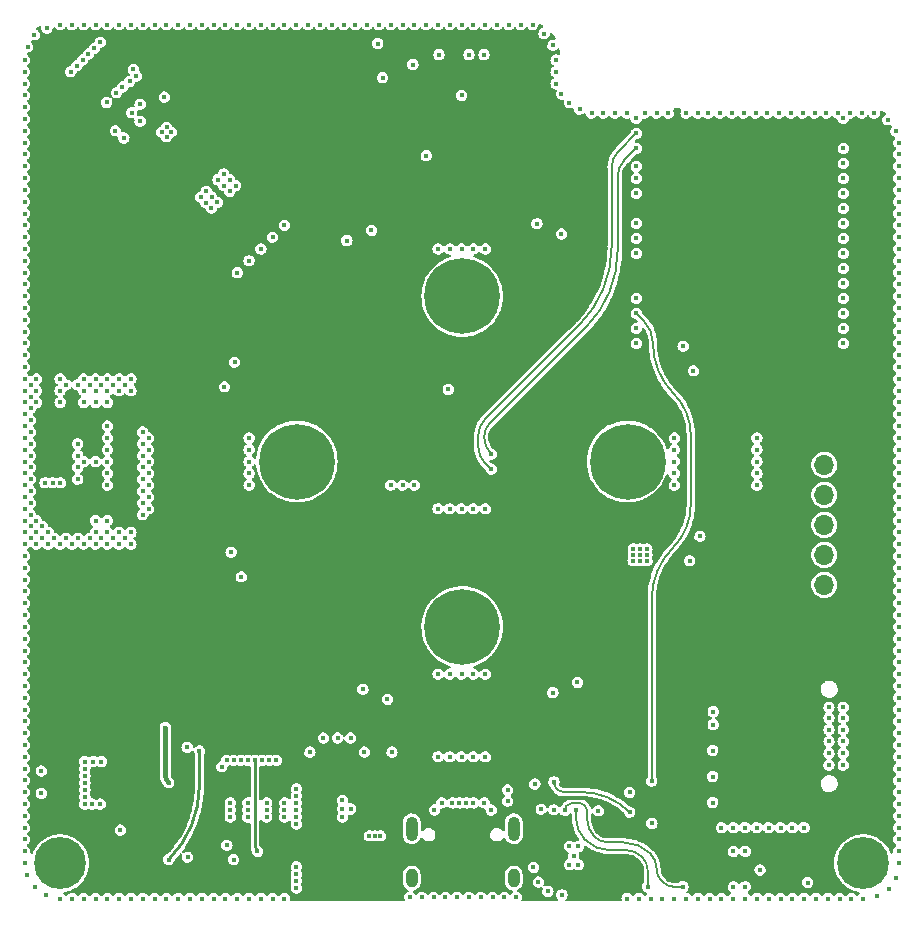
<source format=gbr>
%TF.GenerationSoftware,KiCad,Pcbnew,(6.0.4)*%
%TF.CreationDate,2022-07-14T17:54:29+08:00*%
%TF.ProjectId,SmartKnob_Main,536d6172-744b-46e6-9f62-5f4d61696e2e,rev?*%
%TF.SameCoordinates,Original*%
%TF.FileFunction,Copper,L3,Inr*%
%TF.FilePolarity,Positive*%
%FSLAX46Y46*%
G04 Gerber Fmt 4.6, Leading zero omitted, Abs format (unit mm)*
G04 Created by KiCad (PCBNEW (6.0.4)) date 2022-07-14 17:54:29*
%MOMM*%
%LPD*%
G01*
G04 APERTURE LIST*
%TA.AperFunction,ComponentPad*%
%ADD10C,0.800000*%
%TD*%
%TA.AperFunction,ComponentPad*%
%ADD11C,6.400000*%
%TD*%
%TA.AperFunction,ComponentPad*%
%ADD12C,4.400000*%
%TD*%
%TA.AperFunction,ComponentPad*%
%ADD13C,0.700000*%
%TD*%
%TA.AperFunction,ComponentPad*%
%ADD14O,1.000000X1.600000*%
%TD*%
%TA.AperFunction,ComponentPad*%
%ADD15O,1.000000X2.100000*%
%TD*%
%TA.AperFunction,ComponentPad*%
%ADD16R,1.700000X1.700000*%
%TD*%
%TA.AperFunction,ComponentPad*%
%ADD17O,1.700000X1.700000*%
%TD*%
%TA.AperFunction,ViaPad*%
%ADD18C,0.450000*%
%TD*%
%TA.AperFunction,Conductor*%
%ADD19C,0.150000*%
%TD*%
%TA.AperFunction,Conductor*%
%ADD20C,0.200000*%
%TD*%
%TA.AperFunction,Conductor*%
%ADD21C,0.250000*%
%TD*%
%TA.AperFunction,Conductor*%
%ADD22C,0.400000*%
%TD*%
G04 APERTURE END LIST*
D10*
%TO.N,unconnected-(H4-Pad1)*%
%TO.C,H4*%
X171697056Y-79302944D03*
X170000000Y-83400000D03*
X172400000Y-81000000D03*
D11*
X170000000Y-81000000D03*
D10*
X167600000Y-81000000D03*
X171697056Y-82697056D03*
X170000000Y-78600000D03*
X168302944Y-79302944D03*
X168302944Y-82697056D03*
%TD*%
%TO.N,unconnected-(H5-Pad1)*%
%TO.C,H5*%
X182302944Y-93302944D03*
X185697056Y-93302944D03*
X184000000Y-92600000D03*
X184000000Y-97400000D03*
X185697056Y-96697056D03*
X186400000Y-95000000D03*
D11*
X184000000Y-95000000D03*
D10*
X182302944Y-96697056D03*
X181600000Y-95000000D03*
%TD*%
D12*
%TO.N,unconnected-(H1-Pad1)*%
%TO.C,H1*%
X203955094Y-129000000D03*
D13*
X202788368Y-127833274D03*
X205605094Y-129000000D03*
X205121820Y-127833274D03*
X203955094Y-127350000D03*
X205121820Y-130166726D03*
X202788368Y-130166726D03*
X202305094Y-129000000D03*
X203955094Y-130650000D03*
%TD*%
%TO.N,unconnected-(H2-Pad1)*%
%TO.C,H2*%
X134305094Y-129000000D03*
D12*
X135955094Y-129000000D03*
D13*
X137605094Y-129000000D03*
X137121820Y-130166726D03*
X135955094Y-127350000D03*
X137121820Y-127833274D03*
X134788368Y-127833274D03*
X135955094Y-130650000D03*
X134788368Y-130166726D03*
%TD*%
D10*
%TO.N,unconnected-(H6-Pad1)*%
%TO.C,H6*%
X157697056Y-93302944D03*
X158400000Y-95000000D03*
X156000000Y-92600000D03*
X156000000Y-97400000D03*
D11*
X156000000Y-95000000D03*
D10*
X154302944Y-93302944D03*
X157697056Y-96697056D03*
X154302944Y-96697056D03*
X153600000Y-95000000D03*
%TD*%
D14*
%TO.N,GND*%
%TO.C,J1*%
X174370000Y-130275000D03*
D15*
X165730000Y-126095000D03*
D14*
X165730000Y-130275000D03*
D15*
X174370000Y-126095000D03*
%TD*%
D16*
%TO.N,+3V3*%
%TO.C,J5*%
X200655094Y-92740000D03*
D17*
%TO.N,ESP_IO12*%
X200655094Y-95280000D03*
%TO.N,ESP_IO13*%
X200655094Y-97820000D03*
%TO.N,ESP_IO14*%
X200655094Y-100360000D03*
%TO.N,+5V*%
X200655094Y-102900000D03*
%TO.N,GND*%
X200655094Y-105440000D03*
%TD*%
D10*
%TO.N,unconnected-(H3-Pad1)*%
%TO.C,H3*%
X172400000Y-109000000D03*
X171697056Y-107302944D03*
X168302944Y-110697056D03*
X168302944Y-107302944D03*
X171697056Y-110697056D03*
D11*
X170000000Y-109000000D03*
D10*
X170000000Y-106600000D03*
X170000000Y-111400000D03*
X167600000Y-109000000D03*
%TD*%
D18*
%TO.N,+3V3*%
X137280094Y-99000000D03*
X163355094Y-130800000D03*
X165555094Y-62500000D03*
X135980094Y-93200000D03*
X169310094Y-60547500D03*
X172475000Y-93095000D03*
X193205094Y-71050000D03*
X196070094Y-131230000D03*
X167525000Y-94365000D03*
X173555094Y-69900000D03*
X178710000Y-122100000D03*
X182000002Y-69230000D03*
X142655094Y-91500000D03*
X161955094Y-130800000D03*
X164355094Y-124420000D03*
X205040000Y-72700000D03*
X160555094Y-130800000D03*
X167525000Y-93095000D03*
X140155094Y-66400000D03*
X202625000Y-67213000D03*
X201875000Y-67213000D03*
X188955094Y-118375000D03*
X136625091Y-99000000D03*
X142655094Y-90500000D03*
X162873331Y-119600000D03*
X182225094Y-122760000D03*
X142655094Y-91000000D03*
X162655094Y-130800000D03*
X195225094Y-69030000D03*
X161255094Y-130800000D03*
%TO.N,ESP_TX*%
X184736999Y-70000000D03*
X185695094Y-130990000D03*
X179650000Y-124540000D03*
%TO.N,ESP_RX*%
X184736998Y-71023000D03*
X178710000Y-124530000D03*
X188695094Y-130990000D03*
%TO.N,ESP_EN*%
X202263001Y-68483001D03*
X195215094Y-129580000D03*
X186062594Y-125640000D03*
%TO.N,ESP_BOOT*%
X184737000Y-82453000D03*
X186052594Y-122070000D03*
%TO.N,Net-(C10-Pad1)*%
X176690000Y-124430000D03*
X176030000Y-129370000D03*
%TO.N,GND*%
X187455094Y-65500001D03*
X140955094Y-132000000D03*
X133455094Y-92500000D03*
X192955094Y-132000000D03*
X132955094Y-73000001D03*
X137455094Y-95500000D03*
X192955094Y-131000000D03*
X206955095Y-125000001D03*
X153955094Y-132000000D03*
X132955094Y-116000000D03*
X188708157Y-85237579D03*
X132955093Y-90000000D03*
X132955094Y-126000000D03*
X201055094Y-115800000D03*
X151955096Y-57999999D03*
X184955094Y-132000000D03*
X163255094Y-62494999D03*
X132955094Y-112000000D03*
X143455094Y-96000000D03*
X163955096Y-57999999D03*
X132955094Y-68000000D03*
X144955093Y-58000001D03*
X138455094Y-101500000D03*
X194955094Y-94000000D03*
X132955094Y-80000000D03*
X167955093Y-58000000D03*
X206955094Y-84000000D03*
X133955094Y-88000000D03*
X155955094Y-129900000D03*
X171575094Y-131910000D03*
X179079999Y-127590000D03*
X206955094Y-128000000D03*
X153955094Y-76000000D03*
X151955094Y-132000000D03*
X151955094Y-95000000D03*
X170955094Y-58000000D03*
X184737000Y-65943000D03*
X150075094Y-127490000D03*
X196955094Y-132000000D03*
X132955094Y-121000000D03*
X132955094Y-128000000D03*
X206955094Y-77000000D03*
X136455094Y-88500000D03*
X132955095Y-114000000D03*
X132955094Y-98000000D03*
X139455094Y-88500000D03*
X206955094Y-123000000D03*
X201055094Y-117700000D03*
X132955093Y-102000000D03*
X141955093Y-58000001D03*
X179080000Y-129140000D03*
X197955094Y-126000000D03*
X142729789Y-66191852D03*
X175955096Y-57999999D03*
X132955093Y-82000000D03*
X137455094Y-93500000D03*
X142955094Y-58000000D03*
X138955094Y-132000000D03*
X153455094Y-125100000D03*
X132955094Y-88000000D03*
X174955094Y-58000000D03*
X202255094Y-115800000D03*
X192955094Y-126000000D03*
X183955094Y-65500000D03*
X132955094Y-64000000D03*
X155955094Y-129300000D03*
X198955094Y-132000000D03*
X162955094Y-58000000D03*
X186955094Y-132000000D03*
X142729789Y-64750000D03*
X139955094Y-89000000D03*
X206955094Y-108000000D03*
X137955094Y-102000000D03*
X186455094Y-65500001D03*
X188955094Y-132000000D03*
X171955094Y-77000000D03*
X133955094Y-89000000D03*
X160955094Y-58000000D03*
X206955094Y-79000000D03*
X177955094Y-63000000D03*
X139955094Y-102000000D03*
X133955094Y-100000000D03*
X139955094Y-100000000D03*
X134955094Y-101000000D03*
X132955093Y-66999999D03*
X133955094Y-102000000D03*
X156955093Y-58000001D03*
X168955094Y-99000000D03*
X138955094Y-90000000D03*
X141055094Y-126200000D03*
X171955094Y-99000000D03*
X206955093Y-110000000D03*
X147955094Y-132000000D03*
X132955094Y-118000000D03*
X136955094Y-132000000D03*
X206955094Y-115000001D03*
X138955094Y-88000000D03*
X150355094Y-123900000D03*
X141455094Y-101500000D03*
X164955094Y-58000000D03*
X150955094Y-58000000D03*
X169955093Y-58000000D03*
X150655094Y-128700000D03*
X170575094Y-131910000D03*
X201955094Y-132000000D03*
X164955094Y-97000000D03*
X177685094Y-59750000D03*
X160237579Y-76291843D03*
X142955094Y-92500000D03*
X154955094Y-75000000D03*
X206955094Y-98000000D03*
X206955094Y-117000000D03*
X169955094Y-64000000D03*
X132955094Y-97000000D03*
X137455094Y-96500000D03*
X206955094Y-109000000D03*
X167955094Y-99000000D03*
X147955094Y-58000000D03*
X194835091Y-65500001D03*
X135955094Y-58000000D03*
X135955094Y-89000000D03*
X168575094Y-131910000D03*
X139955094Y-93000000D03*
X132955094Y-100000000D03*
X176155094Y-122300000D03*
X148955094Y-132000000D03*
X132955094Y-69000000D03*
X168955093Y-58000001D03*
X155955094Y-125100000D03*
X206725094Y-67010000D03*
X193835092Y-65500001D03*
X135955094Y-88000000D03*
X190955094Y-132000000D03*
X135955094Y-132000000D03*
X206955094Y-113000001D03*
X197835092Y-65500001D03*
X193955094Y-131000000D03*
X160555094Y-118400000D03*
X201055094Y-119700000D03*
X162610000Y-126690000D03*
X141955094Y-88000000D03*
X206955094Y-97000000D03*
X138955094Y-101000000D03*
X195835091Y-65500002D03*
X206955094Y-99000000D03*
X138355094Y-60500000D03*
X166955094Y-58000000D03*
X170580094Y-60547500D03*
X174575094Y-131910000D03*
X206955093Y-102000000D03*
X137955094Y-95000000D03*
X139955094Y-96000000D03*
X142955094Y-95500000D03*
X133455094Y-96500000D03*
X135955094Y-90000000D03*
X149955094Y-132000000D03*
X132955094Y-113000001D03*
X132955095Y-65000001D03*
X132955094Y-115000001D03*
X134805094Y-131710000D03*
X206955094Y-95000001D03*
X202255094Y-116700000D03*
X171955094Y-58000000D03*
X132955093Y-106999999D03*
X206955094Y-100000000D03*
X140955094Y-58000000D03*
X155955094Y-125700000D03*
X162130000Y-126690000D03*
X169955094Y-120000000D03*
X132955094Y-86000000D03*
X132955094Y-72000000D03*
X164055094Y-119600000D03*
X132955094Y-117000000D03*
X143455094Y-97000000D03*
X169955094Y-77000000D03*
X139955094Y-97000000D03*
X142955094Y-99500000D03*
X141955094Y-89000000D03*
X206955093Y-126999999D03*
X202255094Y-117700000D03*
X138855094Y-60000000D03*
X206955094Y-68000000D03*
X132955094Y-95000001D03*
X141455094Y-88500000D03*
X138955094Y-95000000D03*
X206955094Y-110999999D03*
X142955094Y-97500000D03*
X206955094Y-96000000D03*
X194955094Y-95000000D03*
X206955094Y-76000000D03*
X206955094Y-106000000D03*
X138455094Y-88500000D03*
X133455094Y-91500000D03*
X155955094Y-122700000D03*
X206955094Y-89000000D03*
X134455094Y-101500000D03*
X148955094Y-58000000D03*
X206955094Y-126000000D03*
X190131739Y-101325591D03*
X201055094Y-120700000D03*
X139955094Y-94000000D03*
X173855094Y-122800000D03*
X139955094Y-95000000D03*
X137955094Y-88000000D03*
X142005094Y-65474695D03*
X132955093Y-62000000D03*
X142955094Y-96500000D03*
X173575094Y-131910000D03*
X206955094Y-80000000D03*
X137455094Y-94500000D03*
X188955094Y-65500001D03*
X153955093Y-58000001D03*
X143455094Y-93000000D03*
X206955094Y-120000000D03*
X138955094Y-100000000D03*
X189955094Y-132000000D03*
X151955094Y-78000000D03*
X206955094Y-103000000D03*
X139355094Y-59500000D03*
X170955094Y-99000000D03*
X171955094Y-113000000D03*
X195955094Y-126000000D03*
X189955094Y-65500001D03*
X132955094Y-108000000D03*
X194955094Y-93000000D03*
X142955094Y-132000000D03*
X155955094Y-131100000D03*
X206955095Y-85000001D03*
X158955094Y-58000000D03*
X150955094Y-79000000D03*
X205105094Y-131800000D03*
X132955094Y-76000000D03*
X152955094Y-58000000D03*
X202255094Y-118700000D03*
X137955094Y-89000000D03*
X139955094Y-92000000D03*
X159455094Y-118400000D03*
X152955094Y-77000000D03*
X132955094Y-92000000D03*
X139955094Y-132000000D03*
X152955094Y-132000000D03*
X133455094Y-90500000D03*
X187955094Y-132000000D03*
X178405094Y-63875000D03*
X132955095Y-85000001D03*
X132955094Y-70999999D03*
X141955094Y-102000000D03*
X193955094Y-128000000D03*
X133215094Y-59890000D03*
X158255094Y-118400000D03*
X185455094Y-65500000D03*
X193955094Y-132000000D03*
X137355094Y-61500000D03*
X201835092Y-65500001D03*
X196835091Y-65500001D03*
X137955094Y-58000000D03*
X170955094Y-77000000D03*
X166955094Y-69100000D03*
X132955093Y-70000000D03*
X140955094Y-101000000D03*
X155955094Y-123900000D03*
X132955094Y-96000000D03*
X171955094Y-120000000D03*
X163674409Y-115131739D03*
X206955094Y-78000000D03*
X138955094Y-58000000D03*
X157955093Y-58000000D03*
X181955094Y-65500000D03*
X132955094Y-63000000D03*
X133455094Y-94500000D03*
X198955094Y-126000000D03*
X206955094Y-75000001D03*
X202263000Y-65943000D03*
X137955094Y-90000000D03*
X138955094Y-102000000D03*
X139955096Y-57999999D03*
X206955094Y-93000001D03*
X206955094Y-116000000D03*
X137955094Y-132000000D03*
X133455094Y-88500000D03*
X182955094Y-65500000D03*
X135955094Y-102000000D03*
X136855094Y-62000000D03*
X194955094Y-126000000D03*
X149868261Y-88674409D03*
X206955095Y-74000000D03*
X132955094Y-129000000D03*
X161955094Y-58000000D03*
X179762421Y-113708157D03*
X132955094Y-119000000D03*
X191955094Y-126000000D03*
X165575094Y-131910000D03*
X136455094Y-101500000D03*
X135455094Y-101500000D03*
X133775094Y-58870000D03*
X187955094Y-95000000D03*
X132955095Y-105000001D03*
X144955094Y-132000000D03*
X206955094Y-86000000D03*
X200835092Y-65500001D03*
X151855094Y-125100000D03*
X206955093Y-106999999D03*
X132955094Y-106000000D03*
X192835091Y-65500002D03*
X132955094Y-124000000D03*
X179080094Y-64625000D03*
X194955094Y-97000000D03*
X137455094Y-88500000D03*
X203835094Y-65490000D03*
X206955093Y-86999999D03*
X145955093Y-58000000D03*
X132955094Y-120000000D03*
X140955094Y-88000000D03*
X204885094Y-65510000D03*
X142955094Y-93500000D03*
X159955094Y-58000000D03*
X150955094Y-132000000D03*
X133955094Y-101000000D03*
X132955095Y-94000000D03*
X170955094Y-113000000D03*
X206955094Y-73000001D03*
X206955094Y-104000000D03*
X185955094Y-132000000D03*
X195955094Y-132000000D03*
X206955094Y-72000000D03*
X132955094Y-110999999D03*
X140955094Y-102000000D03*
X143455094Y-98000000D03*
X191955094Y-132000000D03*
X149955094Y-58000000D03*
X132955095Y-74000000D03*
X146755094Y-128500000D03*
X140955094Y-89000000D03*
X206955093Y-122000000D03*
X132955094Y-104000000D03*
X143455094Y-95000000D03*
X153455094Y-123900000D03*
X132955093Y-126999999D03*
X206955094Y-70999999D03*
X176935094Y-58760000D03*
X134455094Y-100500000D03*
X179440000Y-128370000D03*
X170955094Y-120000000D03*
X206035094Y-66070000D03*
X133455094Y-98500000D03*
X169955094Y-99000000D03*
X206115094Y-131220000D03*
X206955094Y-124000000D03*
X163080000Y-126690000D03*
X206955095Y-105000001D03*
X134845094Y-58310000D03*
X163955094Y-97000000D03*
X143955093Y-58000000D03*
X206955094Y-119000000D03*
X132955093Y-110000000D03*
X132955094Y-61000000D03*
X169575094Y-131910000D03*
X132955094Y-79000000D03*
X206955094Y-69000000D03*
X154955094Y-58000000D03*
X133455094Y-89500000D03*
X151855094Y-124500000D03*
X150355094Y-124500000D03*
X206955095Y-114000000D03*
X167955094Y-120000000D03*
X155955094Y-123300000D03*
X138955094Y-89000000D03*
X198835092Y-65500001D03*
X140455094Y-88500000D03*
X206955095Y-94000000D03*
X154955094Y-124500000D03*
X143455094Y-94000000D03*
X136955094Y-102000000D03*
X202955094Y-132000000D03*
X132955094Y-66000000D03*
X206955094Y-81000000D03*
X133125094Y-129980000D03*
X151955094Y-97000000D03*
X187955094Y-93000000D03*
X132955094Y-83000000D03*
X141955094Y-132000000D03*
X206955094Y-112000000D03*
X154955094Y-125100000D03*
X133455094Y-95500000D03*
X153455094Y-124500000D03*
X132955094Y-77000000D03*
X192955094Y-128000000D03*
X132955094Y-78000000D03*
X169955094Y-113000000D03*
X133455094Y-100500000D03*
X132955094Y-109000000D03*
X201055094Y-118700000D03*
X191835092Y-65500001D03*
X187955094Y-94000000D03*
X151955094Y-93000000D03*
X132955094Y-75000001D03*
X146955094Y-132000000D03*
X132955094Y-90999999D03*
X155955094Y-124500000D03*
X199835092Y-65500001D03*
X154955094Y-123900000D03*
X166575094Y-131910000D03*
X151291843Y-104762421D03*
X133455094Y-99500000D03*
X206955094Y-129000000D03*
X203955094Y-132000000D03*
X177955094Y-62000000D03*
X132955094Y-93000001D03*
X134355094Y-123100000D03*
X197955094Y-132000000D03*
X132955095Y-125000001D03*
X206955093Y-70000000D03*
X132955094Y-101000000D03*
X206955094Y-88000000D03*
X139955094Y-101000000D03*
X202255094Y-120700000D03*
X168955094Y-120000000D03*
X179830000Y-127590001D03*
X173955094Y-58000000D03*
X194955094Y-132000000D03*
X146955094Y-58000000D03*
X172575094Y-131910000D03*
X183955094Y-132000000D03*
X206955094Y-121000000D03*
X132955094Y-123000000D03*
X134955094Y-102000000D03*
X206955094Y-83000000D03*
X199955094Y-132000000D03*
X133805094Y-131050000D03*
X155955093Y-58000000D03*
X140455094Y-101500000D03*
X206955093Y-82000000D03*
X172955094Y-58000000D03*
X155955094Y-130500000D03*
X132955094Y-99000000D03*
X150355094Y-125100000D03*
X133455094Y-93500000D03*
X201055094Y-116700000D03*
X134355094Y-121200000D03*
X194955094Y-96000000D03*
X165955093Y-58000001D03*
X167575094Y-131910000D03*
X133955094Y-90000000D03*
X206735094Y-130250000D03*
X206955094Y-92000000D03*
X132955094Y-103000000D03*
X154955094Y-132000000D03*
X196955094Y-126000000D03*
X167955094Y-113000000D03*
X200955094Y-132000000D03*
X206955093Y-90000000D03*
X206955094Y-101000000D03*
X187955094Y-96000000D03*
X133455094Y-101500000D03*
X187955094Y-97000000D03*
X179830000Y-129140000D03*
X142955094Y-94500000D03*
X145955094Y-132000000D03*
X151955094Y-96000000D03*
X202263000Y-83723000D03*
X176325591Y-74868261D03*
X133455094Y-97500000D03*
X141955094Y-101000000D03*
X137855094Y-61000000D03*
X180955094Y-65500000D03*
X132955093Y-86999999D03*
X179955094Y-65175000D03*
X132955093Y-122000000D03*
X143455094Y-99000000D03*
X206955094Y-118000000D03*
X132955094Y-81000000D03*
X177955094Y-61000000D03*
X142955094Y-98500000D03*
X168955094Y-77000000D03*
X143955094Y-132000000D03*
X190835092Y-65500001D03*
X193955094Y-126000000D03*
X168955094Y-113000000D03*
X137455094Y-101500000D03*
X151955094Y-94000000D03*
X136955094Y-58000000D03*
X202255094Y-119700000D03*
X167955094Y-77000000D03*
X206955094Y-90999999D03*
X139455094Y-101500000D03*
X165955094Y-97000000D03*
X202835094Y-65500000D03*
X151855094Y-123900000D03*
X132955094Y-89000000D03*
X132955094Y-84000000D03*
X139955094Y-90000000D03*
X139955094Y-88000000D03*
%TO.N,Net-(Q1-Pad2)*%
X184177594Y-123020000D03*
X177770000Y-124485000D03*
%TO.N,Net-(R8-Pad1)*%
X181530000Y-124570001D03*
X178440000Y-131680000D03*
%TO.N,SD_CS*%
X202263000Y-76103000D03*
X191255094Y-116170000D03*
%TO.N,SD_CD*%
X202263000Y-73563001D03*
X191215094Y-123870000D03*
%TO.N,ESP_IO12*%
X202263000Y-82453000D03*
%TO.N,String_LED*%
X184737000Y-77373000D03*
%TO.N,Net-(Q2-Pad1)*%
X184187594Y-124690000D03*
X177770000Y-122110000D03*
%TO.N,TMC_VL*%
X139905094Y-64600000D03*
X184737000Y-84993000D03*
%TO.N,Net-(C12-Pad1)*%
X199254594Y-130644999D03*
%TO.N,DP_CS*%
X202263003Y-74833002D03*
%TO.N,TMC_UH*%
X142155094Y-61800000D03*
X184737000Y-72293000D03*
%TO.N,TMC_UL*%
X184737000Y-81183000D03*
X141224648Y-63280446D03*
%TO.N,TMC_VH*%
X142405094Y-62350000D03*
X184737000Y-74833000D03*
%TO.N,TMC_WH*%
X141845094Y-62820000D03*
X184737000Y-76103000D03*
%TO.N,TMC_WL*%
X140728317Y-63776777D03*
X184737000Y-83723000D03*
%TO.N,ESP_IO13*%
X202263000Y-84993000D03*
%TO.N,TMC_DIAG*%
X202263003Y-72292999D03*
X140644894Y-66995920D03*
%TO.N,TMP_RDY*%
X162855094Y-59612500D03*
X202263000Y-69753000D03*
%TO.N,ADC_RDY*%
X202263000Y-71023001D03*
X135980094Y-96800000D03*
%TO.N,+5V*%
X184475094Y-102900000D03*
X161716665Y-119600000D03*
X150814943Y-71630051D03*
X138055094Y-121600000D03*
X150729299Y-86595680D03*
X172455094Y-124512547D03*
X168817593Y-88900005D03*
X185055094Y-102900000D03*
X138055094Y-122800000D03*
X189270701Y-103404320D03*
X149824993Y-70640101D03*
X157110001Y-119600000D03*
X189569194Y-87316309D03*
X185055094Y-102400000D03*
X138655094Y-124000000D03*
X150430806Y-102683691D03*
X171855094Y-123900000D03*
X177255094Y-131400000D03*
X139355094Y-124000000D03*
X146707094Y-119200000D03*
X150319969Y-71135076D03*
X161595680Y-114270701D03*
X159860000Y-125100000D03*
X162316309Y-75430806D03*
X150319967Y-72125027D03*
X184475094Y-102400000D03*
X185055094Y-103400000D03*
X177683691Y-114569194D03*
X138055094Y-123400000D03*
X138055094Y-124000000D03*
X149330018Y-71135077D03*
X169755094Y-123900000D03*
X169155094Y-123900000D03*
X138055094Y-121000000D03*
X167655094Y-124500000D03*
X149824992Y-71630050D03*
X178404320Y-75729299D03*
X139455094Y-120400000D03*
X176455094Y-130600000D03*
X159860000Y-124400000D03*
X184475094Y-103400000D03*
X168255094Y-123900000D03*
X160570000Y-124420000D03*
X138055094Y-120400000D03*
X170355094Y-123900000D03*
X138055094Y-122200000D03*
X185645753Y-103404926D03*
X185645753Y-102904926D03*
X173855094Y-123760000D03*
X159860000Y-123680000D03*
X138755094Y-120400000D03*
X185645753Y-102404926D03*
X170955094Y-123900000D03*
%TO.N,Net-(C21-Pad2)*%
X141355094Y-67600000D03*
%TO.N,Net-(C19-Pad2)*%
X144775094Y-64140000D03*
%TO.N,ESP_SPI_MISO*%
X202263001Y-79913000D03*
X191215094Y-121670000D03*
%TO.N,ESP_SPI_CLK*%
X202262999Y-78643001D03*
X191215094Y-119470000D03*
%TO.N,ESP_SPI_MOSI*%
X202263000Y-77373002D03*
X191255094Y-117270000D03*
%TO.N,ESP_I2C_SCL*%
X134680094Y-96800000D03*
X184737000Y-68483000D03*
X168040094Y-60547500D03*
X172475000Y-94365000D03*
%TO.N,ESP_I2C_SDA*%
X172475000Y-95635000D03*
X184737000Y-67213000D03*
X135330094Y-96800000D03*
X165827594Y-61387500D03*
X171850094Y-60547500D03*
%TO.N,+9V*%
X148764334Y-73539239D03*
X149645094Y-120850000D03*
X154255094Y-120300000D03*
X153655094Y-120300000D03*
X152655094Y-128010000D03*
X151255094Y-120300000D03*
X153055094Y-120300000D03*
X149249257Y-73054314D03*
X148330019Y-72135075D03*
X151855094Y-120300000D03*
X150655094Y-120300000D03*
X150055094Y-120300000D03*
X148295094Y-73069995D03*
X148778547Y-72583605D03*
X152455094Y-120300000D03*
X147845094Y-72620000D03*
%TO.N,Net-(C34-Pad1)*%
X144855094Y-117520000D03*
X145155094Y-122200000D03*
%TO.N,Net-(NC1-Pad1)*%
X147755094Y-119500000D03*
X145155094Y-128700000D03*
%TO.N,Net-(C15-Pad1)*%
X144966185Y-67488909D03*
X144966185Y-66711091D03*
X145355094Y-67100000D03*
X144577276Y-67100000D03*
%TO.N,ESP_IO14*%
X202263000Y-81183000D03*
%TD*%
D19*
%TO.N,ESP_TX*%
X180534347Y-127119254D02*
X180335094Y-126920000D01*
X185695094Y-130990000D02*
X185695094Y-129566396D01*
X179650000Y-125266037D02*
X179650000Y-124540000D01*
X183820708Y-127890000D02*
X182395094Y-127890000D01*
X179649987Y-125266037D02*
G75*
G03*
X180335094Y-126920000I2339113J37D01*
G01*
X180534349Y-127119252D02*
G75*
G03*
X182395094Y-127890000I1860751J1860752D01*
G01*
X185245092Y-128480002D02*
G75*
G02*
X185695094Y-129566396I-1086392J-1086398D01*
G01*
X183820708Y-127889999D02*
G75*
G02*
X185245094Y-128480000I-8J-2014401D01*
G01*
%TO.N,ESP_RX*%
X179235510Y-123950000D02*
X180015094Y-123950000D01*
X187870068Y-130990000D02*
X188695094Y-130990000D01*
X180585094Y-124570416D02*
X180585094Y-125273188D01*
X186475094Y-129507817D02*
X186475094Y-129610000D01*
X182339774Y-127240000D02*
X183655734Y-127240000D01*
X180339445Y-124084350D02*
X180415094Y-124160000D01*
X178710000Y-124530000D02*
X178710000Y-124397861D01*
X186814505Y-130429412D02*
X187025094Y-130640000D01*
X185925086Y-128180008D02*
G75*
G03*
X183655734Y-127240000I-2269386J-2269392D01*
G01*
X180585089Y-124570416D02*
G75*
G03*
X180415094Y-124160000I-580389J16D01*
G01*
X180339447Y-124084348D02*
G75*
G03*
X180015094Y-123950000I-324347J-324352D01*
G01*
X178825104Y-124120010D02*
G75*
G03*
X178710000Y-124397861I277896J-277890D01*
G01*
X186475088Y-129507817D02*
G75*
G03*
X185925094Y-128180000I-1877788J17D01*
G01*
X182339774Y-127240012D02*
G75*
G02*
X181205094Y-126770000I26J1604712D01*
G01*
X179235510Y-123950003D02*
G75*
G03*
X178825094Y-124120000I-10J-580397D01*
G01*
X186814509Y-130429408D02*
G75*
G02*
X186475094Y-129610000I819391J819408D01*
G01*
X187870068Y-130990014D02*
G75*
G02*
X187025094Y-130640000I32J1195014D01*
G01*
X181205089Y-126770005D02*
G75*
G02*
X180585094Y-125273188I1496811J1496805D01*
G01*
D20*
%TO.N,ESP_BOOT*%
X186052594Y-122070000D02*
X186052594Y-106613335D01*
X189355094Y-98640396D02*
X189355094Y-92750609D01*
X185339069Y-83055070D02*
X184737000Y-82453000D01*
X189355093Y-98640396D02*
G75*
G02*
X187835093Y-102309999I-5189593J-4D01*
G01*
X187835082Y-102309988D02*
G75*
G03*
X186052594Y-106613335I4303318J-4303312D01*
G01*
X185339085Y-83055054D02*
G75*
G02*
X186155094Y-85025127I-1970085J-1970046D01*
G01*
X187905096Y-89249998D02*
G75*
G02*
X189355094Y-92750609I-3500596J-3500602D01*
G01*
X186155085Y-85025127D02*
G75*
G03*
X187905094Y-89250000I5974915J27D01*
G01*
%TO.N,Net-(Q2-Pad1)*%
X178543794Y-122980000D02*
X180059289Y-122980000D01*
X178028028Y-122732933D02*
X178085094Y-122790000D01*
X184187599Y-124689995D02*
G75*
G03*
X180059289Y-122980000I-4128299J-4128305D01*
G01*
X178543794Y-122980004D02*
G75*
G02*
X178085094Y-122790000I6J648704D01*
G01*
X178028019Y-122732942D02*
G75*
G02*
X177770000Y-122110000I622981J622942D01*
G01*
%TO.N,ESP_I2C_SCL*%
X180480094Y-83625000D02*
X172326499Y-91778595D01*
X184737000Y-68483000D02*
X183740881Y-69479119D01*
X172440880Y-94330880D02*
X172475000Y-94365000D01*
X183155094Y-70893333D02*
X183155094Y-77166979D01*
X180480099Y-83625005D02*
G75*
G03*
X183155094Y-77166979I-6457999J6458005D01*
G01*
X171855080Y-92916667D02*
G75*
G02*
X172326499Y-91778595I1609520J-33D01*
G01*
X172440862Y-94330898D02*
G75*
G02*
X171855094Y-92916667I1414238J1414198D01*
G01*
X183155120Y-70893333D02*
G75*
G02*
X183740882Y-69479120I1999980J33D01*
G01*
%TO.N,ESP_I2C_SDA*%
X182655094Y-76800000D02*
X182655094Y-70123333D01*
X171940881Y-91414213D02*
X178605094Y-84750000D01*
X172420094Y-95635000D02*
X171940880Y-95155786D01*
X171355094Y-93741573D02*
X171355094Y-92828427D01*
X183240881Y-68709119D02*
X184737000Y-67213000D01*
X172475000Y-95635000D02*
X172420094Y-95635000D01*
X179897378Y-83457717D02*
X178605094Y-84750000D01*
X179897369Y-83457708D02*
G75*
G03*
X182655094Y-76800000I-6657669J6657708D01*
G01*
X182655120Y-70123333D02*
G75*
G02*
X183240882Y-68709120I1999980J33D01*
G01*
X171355115Y-92828427D02*
G75*
G02*
X171940881Y-91414213I1999985J27D01*
G01*
X171355115Y-93741573D02*
G75*
G03*
X171940880Y-95155786I1999985J-27D01*
G01*
D21*
%TO.N,+9V*%
X152455094Y-120300000D02*
X152455094Y-127527158D01*
X152655080Y-128010014D02*
G75*
G02*
X152455094Y-127527158I482820J482814D01*
G01*
D22*
%TO.N,Net-(C34-Pad1)*%
X144855094Y-117520000D02*
X144855094Y-121475736D01*
X145155103Y-122199991D02*
G75*
G02*
X144855094Y-121475736I724297J724291D01*
G01*
D21*
%TO.N,Net-(NC1-Pad1)*%
X147755094Y-119500000D02*
X147755094Y-122423045D01*
X145155096Y-128700002D02*
G75*
G03*
X147755094Y-122423045I-6276956J6276952D01*
G01*
%TD*%
%TA.AperFunction,Conductor*%
%TO.N,+3V3*%
G36*
X176585204Y-57974743D02*
G01*
X176595338Y-57978478D01*
X176720044Y-58030728D01*
X176732672Y-58036882D01*
X176811363Y-58080911D01*
X176860256Y-58130824D01*
X176874402Y-58199246D01*
X176849311Y-58264455D01*
X176792948Y-58305747D01*
X176784890Y-58308350D01*
X176738936Y-58321484D01*
X176623744Y-58394165D01*
X176533581Y-58496255D01*
X176475695Y-58619548D01*
X176474337Y-58628272D01*
X176474336Y-58628274D01*
X176466343Y-58679612D01*
X176454740Y-58754131D01*
X176459000Y-58786706D01*
X176470800Y-58876947D01*
X176472400Y-58889186D01*
X176527256Y-59013856D01*
X176614898Y-59118119D01*
X176639004Y-59134165D01*
X176705905Y-59178698D01*
X176728281Y-59193593D01*
X176736712Y-59196227D01*
X176736714Y-59196228D01*
X176834894Y-59226901D01*
X176858289Y-59234210D01*
X176867124Y-59234372D01*
X176902624Y-59235023D01*
X176994471Y-59236706D01*
X177125880Y-59200880D01*
X177241952Y-59129612D01*
X177258477Y-59111356D01*
X177287654Y-59079121D01*
X177333355Y-59028631D01*
X177392743Y-58906054D01*
X177411118Y-58796839D01*
X177441652Y-58733994D01*
X177501316Y-58697634D01*
X177571165Y-58699303D01*
X177626573Y-58735592D01*
X177700546Y-58819833D01*
X177709187Y-58830879D01*
X177836319Y-59013856D01*
X177882169Y-59079847D01*
X177889519Y-59091820D01*
X177891743Y-59095951D01*
X177906189Y-59164310D01*
X177881385Y-59229629D01*
X177825204Y-59271168D01*
X177764356Y-59277356D01*
X177756100Y-59274887D01*
X177747263Y-59274833D01*
X177721700Y-59274677D01*
X177619898Y-59274055D01*
X177488936Y-59311484D01*
X177373744Y-59384165D01*
X177283581Y-59486255D01*
X177225695Y-59609548D01*
X177224337Y-59618272D01*
X177224336Y-59618274D01*
X177206997Y-59729636D01*
X177204740Y-59744131D01*
X177205886Y-59752893D01*
X177220292Y-59863063D01*
X177222400Y-59879186D01*
X177277256Y-60003856D01*
X177364898Y-60108119D01*
X177418585Y-60143856D01*
X177450620Y-60165180D01*
X177478281Y-60183593D01*
X177486712Y-60186227D01*
X177486714Y-60186228D01*
X177584894Y-60216901D01*
X177608289Y-60224210D01*
X177617124Y-60224372D01*
X177652624Y-60225023D01*
X177744471Y-60226706D01*
X177875880Y-60190880D01*
X177991952Y-60119612D01*
X178008477Y-60101356D01*
X178047913Y-60057787D01*
X178107496Y-60021294D01*
X178177349Y-60022807D01*
X178235295Y-60061846D01*
X178262383Y-60122006D01*
X178285633Y-60272003D01*
X178286995Y-60285986D01*
X178287104Y-60288680D01*
X178292532Y-60422880D01*
X178292949Y-60433200D01*
X178275989Y-60500980D01*
X178225078Y-60548832D01*
X178156377Y-60561562D01*
X178133522Y-60557012D01*
X178034567Y-60527419D01*
X178034566Y-60527419D01*
X178026100Y-60524887D01*
X178017266Y-60524833D01*
X177975360Y-60524577D01*
X177889898Y-60524055D01*
X177758936Y-60561484D01*
X177643744Y-60634165D01*
X177553581Y-60736255D01*
X177495695Y-60859548D01*
X177494337Y-60868272D01*
X177494336Y-60868274D01*
X177480643Y-60956218D01*
X177474740Y-60994131D01*
X177492400Y-61129186D01*
X177547256Y-61253856D01*
X177634898Y-61358119D01*
X177692849Y-61396695D01*
X177737747Y-61450227D01*
X177746576Y-61519537D01*
X177716532Y-61582617D01*
X177690308Y-61604785D01*
X177643744Y-61634165D01*
X177553581Y-61736255D01*
X177495695Y-61859548D01*
X177494337Y-61868272D01*
X177494336Y-61868274D01*
X177484852Y-61929186D01*
X177474740Y-61994131D01*
X177492400Y-62129186D01*
X177547256Y-62253856D01*
X177552941Y-62260619D01*
X177624091Y-62345262D01*
X177634898Y-62358119D01*
X177692849Y-62396695D01*
X177737747Y-62450227D01*
X177746576Y-62519537D01*
X177716532Y-62582617D01*
X177690308Y-62604785D01*
X177643744Y-62634165D01*
X177553581Y-62736255D01*
X177495695Y-62859548D01*
X177494337Y-62868272D01*
X177494336Y-62868274D01*
X177476099Y-62985402D01*
X177474740Y-62994131D01*
X177477691Y-63016701D01*
X177490504Y-63114685D01*
X177492400Y-63129186D01*
X177547256Y-63253856D01*
X177552941Y-63260619D01*
X177616166Y-63335834D01*
X177634898Y-63358119D01*
X177748281Y-63433593D01*
X177756712Y-63436227D01*
X177756714Y-63436228D01*
X177854894Y-63466901D01*
X177878289Y-63474210D01*
X177887124Y-63474372D01*
X177892786Y-63475289D01*
X177955816Y-63505439D01*
X177992540Y-63564879D01*
X177991299Y-63634737D01*
X177985205Y-63650393D01*
X177949450Y-63726549D01*
X177949449Y-63726552D01*
X177945695Y-63734548D01*
X177944337Y-63743272D01*
X177944336Y-63743274D01*
X177926232Y-63859548D01*
X177924740Y-63869131D01*
X177925886Y-63877893D01*
X177939944Y-63985402D01*
X177942400Y-64004186D01*
X177997256Y-64128856D01*
X178016554Y-64151814D01*
X178068017Y-64213036D01*
X178084898Y-64233119D01*
X178198281Y-64308593D01*
X178206712Y-64311227D01*
X178206714Y-64311228D01*
X178265636Y-64329636D01*
X178328289Y-64349210D01*
X178337124Y-64349372D01*
X178372624Y-64350023D01*
X178464471Y-64351706D01*
X178472990Y-64349383D01*
X178481762Y-64348291D01*
X178482218Y-64351952D01*
X178534833Y-64353120D01*
X178592758Y-64392190D01*
X178620364Y-64456374D01*
X178619789Y-64490366D01*
X178599740Y-64619131D01*
X178602042Y-64636737D01*
X178615820Y-64742100D01*
X178617400Y-64754186D01*
X178672256Y-64878856D01*
X178759898Y-64983119D01*
X178813247Y-65018631D01*
X178858789Y-65048946D01*
X178873281Y-65058593D01*
X178881712Y-65061227D01*
X178881714Y-65061228D01*
X178963368Y-65086738D01*
X179003289Y-65099210D01*
X179012124Y-65099372D01*
X179047624Y-65100023D01*
X179139471Y-65101706D01*
X179270880Y-65065880D01*
X179278404Y-65061260D01*
X179278407Y-65061259D01*
X179287193Y-65055864D01*
X179354623Y-65037560D01*
X179421244Y-65058617D01*
X179465905Y-65112350D01*
X179475853Y-65161981D01*
X179474740Y-65169131D01*
X179492400Y-65304186D01*
X179547256Y-65428856D01*
X179634898Y-65533119D01*
X179677510Y-65561484D01*
X179703835Y-65579007D01*
X179748281Y-65608593D01*
X179756712Y-65611227D01*
X179756714Y-65611228D01*
X179840081Y-65637273D01*
X179878289Y-65649210D01*
X179887124Y-65649372D01*
X179922624Y-65650023D01*
X180014471Y-65651706D01*
X180145880Y-65615880D01*
X180261952Y-65544612D01*
X180267882Y-65538061D01*
X180267884Y-65538059D01*
X180273558Y-65531791D01*
X180333140Y-65495298D01*
X180402993Y-65496811D01*
X180460940Y-65535850D01*
X180488443Y-65598926D01*
X180490964Y-65618202D01*
X180492400Y-65629186D01*
X180547256Y-65753856D01*
X180565182Y-65775182D01*
X180607914Y-65826017D01*
X180634898Y-65858119D01*
X180674130Y-65884234D01*
X180737217Y-65926228D01*
X180748281Y-65933593D01*
X180756712Y-65936227D01*
X180756714Y-65936228D01*
X180846281Y-65964210D01*
X180878289Y-65974210D01*
X180887124Y-65974372D01*
X180922624Y-65975023D01*
X181014471Y-65976706D01*
X181145880Y-65940880D01*
X181261952Y-65869612D01*
X181267923Y-65863016D01*
X181334383Y-65789591D01*
X181353355Y-65768631D01*
X181354680Y-65765897D01*
X181406237Y-65723186D01*
X181475599Y-65714777D01*
X181538496Y-65745204D01*
X181550156Y-65757306D01*
X181607914Y-65826017D01*
X181634898Y-65858119D01*
X181674130Y-65884234D01*
X181737217Y-65926228D01*
X181748281Y-65933593D01*
X181756712Y-65936227D01*
X181756714Y-65936228D01*
X181846281Y-65964210D01*
X181878289Y-65974210D01*
X181887124Y-65974372D01*
X181922624Y-65975023D01*
X182014471Y-65976706D01*
X182145880Y-65940880D01*
X182261952Y-65869612D01*
X182267923Y-65863016D01*
X182334383Y-65789591D01*
X182353355Y-65768631D01*
X182354680Y-65765897D01*
X182406237Y-65723186D01*
X182475599Y-65714777D01*
X182538496Y-65745204D01*
X182550156Y-65757306D01*
X182607914Y-65826017D01*
X182634898Y-65858119D01*
X182674130Y-65884234D01*
X182737217Y-65926228D01*
X182748281Y-65933593D01*
X182756712Y-65936227D01*
X182756714Y-65936228D01*
X182846281Y-65964210D01*
X182878289Y-65974210D01*
X182887124Y-65974372D01*
X182922624Y-65975023D01*
X183014471Y-65976706D01*
X183145880Y-65940880D01*
X183261952Y-65869612D01*
X183267923Y-65863016D01*
X183334383Y-65789591D01*
X183353355Y-65768631D01*
X183354680Y-65765897D01*
X183406237Y-65723186D01*
X183475599Y-65714777D01*
X183538496Y-65745204D01*
X183550156Y-65757306D01*
X183607914Y-65826017D01*
X183634898Y-65858119D01*
X183674130Y-65884234D01*
X183737217Y-65926228D01*
X183748281Y-65933593D01*
X183756712Y-65936227D01*
X183756714Y-65936228D01*
X183846281Y-65964210D01*
X183878289Y-65974210D01*
X183887124Y-65974372D01*
X183922624Y-65975023D01*
X184014471Y-65976706D01*
X184022986Y-65974384D01*
X184022990Y-65974384D01*
X184077702Y-65959467D01*
X184116169Y-65948980D01*
X184186024Y-65950338D01*
X184244057Y-65989248D01*
X184271736Y-66052536D01*
X184274306Y-66072186D01*
X184329162Y-66196856D01*
X184416804Y-66301119D01*
X184461121Y-66330619D01*
X184519700Y-66369612D01*
X184530187Y-66376593D01*
X184538618Y-66379227D01*
X184538620Y-66379228D01*
X184587571Y-66394521D01*
X184660195Y-66417210D01*
X184669030Y-66417372D01*
X184702206Y-66417980D01*
X184796377Y-66419706D01*
X184927786Y-66383880D01*
X185043858Y-66312612D01*
X185060383Y-66294356D01*
X185110932Y-66238509D01*
X185135261Y-66211631D01*
X185194649Y-66089054D01*
X185198594Y-66065607D01*
X185229126Y-66002767D01*
X185288789Y-65966406D01*
X185357848Y-65967824D01*
X185378289Y-65974210D01*
X185387124Y-65974372D01*
X185422624Y-65975023D01*
X185514471Y-65976706D01*
X185645880Y-65940880D01*
X185761952Y-65869612D01*
X185767923Y-65863016D01*
X185844303Y-65778631D01*
X185853355Y-65768631D01*
X185854680Y-65765897D01*
X185906241Y-65723185D01*
X185975603Y-65714779D01*
X186038499Y-65745208D01*
X186050156Y-65757307D01*
X186076023Y-65788079D01*
X186134898Y-65858120D01*
X186159106Y-65874234D01*
X186240926Y-65928698D01*
X186248281Y-65933594D01*
X186256712Y-65936228D01*
X186256714Y-65936229D01*
X186346796Y-65964372D01*
X186378289Y-65974211D01*
X186387124Y-65974373D01*
X186422624Y-65975024D01*
X186514471Y-65976707D01*
X186645880Y-65940881D01*
X186761952Y-65869613D01*
X186771005Y-65859612D01*
X186802721Y-65824572D01*
X186853355Y-65768632D01*
X186854680Y-65765898D01*
X186906237Y-65723187D01*
X186975599Y-65714778D01*
X187038496Y-65745205D01*
X187050156Y-65757307D01*
X187076023Y-65788079D01*
X187134898Y-65858120D01*
X187159106Y-65874234D01*
X187240926Y-65928698D01*
X187248281Y-65933594D01*
X187256712Y-65936228D01*
X187256714Y-65936229D01*
X187346796Y-65964372D01*
X187378289Y-65974211D01*
X187387124Y-65974373D01*
X187422624Y-65975024D01*
X187514471Y-65976707D01*
X187645880Y-65940881D01*
X187761952Y-65869613D01*
X187771005Y-65859612D01*
X187812067Y-65814247D01*
X187853355Y-65768632D01*
X187912743Y-65646055D01*
X187920672Y-65598926D01*
X187934546Y-65516466D01*
X187934547Y-65516460D01*
X187935341Y-65511738D01*
X187935484Y-65500001D01*
X187934806Y-65495270D01*
X187934806Y-65495263D01*
X187917427Y-65373914D01*
X187916175Y-65365172D01*
X187890196Y-65308034D01*
X187875551Y-65275823D01*
X187865723Y-65206648D01*
X187894854Y-65143141D01*
X187953695Y-65105465D01*
X187988431Y-65100500D01*
X188422113Y-65100500D01*
X188489152Y-65120185D01*
X188534907Y-65172989D01*
X188544851Y-65242147D01*
X188534358Y-65277198D01*
X188513768Y-65321054D01*
X188495695Y-65359549D01*
X188494337Y-65368273D01*
X188494336Y-65368275D01*
X188478848Y-65467746D01*
X188474740Y-65494132D01*
X188478350Y-65521737D01*
X188490964Y-65618202D01*
X188492400Y-65629187D01*
X188547256Y-65753857D01*
X188634898Y-65858120D01*
X188659106Y-65874234D01*
X188740926Y-65928698D01*
X188748281Y-65933594D01*
X188756712Y-65936228D01*
X188756714Y-65936229D01*
X188846796Y-65964372D01*
X188878289Y-65974211D01*
X188887124Y-65974373D01*
X188922624Y-65975024D01*
X189014471Y-65976707D01*
X189145880Y-65940881D01*
X189261952Y-65869613D01*
X189271005Y-65859612D01*
X189302721Y-65824572D01*
X189353355Y-65768632D01*
X189354680Y-65765898D01*
X189406237Y-65723187D01*
X189475599Y-65714778D01*
X189538496Y-65745205D01*
X189550156Y-65757307D01*
X189576023Y-65788079D01*
X189634898Y-65858120D01*
X189659106Y-65874234D01*
X189740926Y-65928698D01*
X189748281Y-65933594D01*
X189756712Y-65936228D01*
X189756714Y-65936229D01*
X189846796Y-65964372D01*
X189878289Y-65974211D01*
X189887124Y-65974373D01*
X189922624Y-65975024D01*
X190014471Y-65976707D01*
X190145880Y-65940881D01*
X190261952Y-65869613D01*
X190267924Y-65863016D01*
X190302721Y-65824572D01*
X190362302Y-65788079D01*
X190432156Y-65789591D01*
X190489573Y-65827994D01*
X190514896Y-65858120D01*
X190539104Y-65874234D01*
X190620924Y-65928698D01*
X190628279Y-65933594D01*
X190636710Y-65936228D01*
X190636712Y-65936229D01*
X190726794Y-65964372D01*
X190758287Y-65974211D01*
X190767122Y-65974373D01*
X190802622Y-65975024D01*
X190894469Y-65976707D01*
X191025878Y-65940881D01*
X191141950Y-65869613D01*
X191151003Y-65859612D01*
X191182719Y-65824572D01*
X191233353Y-65768632D01*
X191234678Y-65765898D01*
X191286235Y-65723187D01*
X191355597Y-65714778D01*
X191418494Y-65745205D01*
X191430154Y-65757307D01*
X191456021Y-65788079D01*
X191514896Y-65858120D01*
X191539104Y-65874234D01*
X191620924Y-65928698D01*
X191628279Y-65933594D01*
X191636710Y-65936228D01*
X191636712Y-65936229D01*
X191726794Y-65964372D01*
X191758287Y-65974211D01*
X191767122Y-65974373D01*
X191802622Y-65975024D01*
X191894469Y-65976707D01*
X192025878Y-65940881D01*
X192141950Y-65869613D01*
X192149424Y-65861356D01*
X192227424Y-65775183D01*
X192227427Y-65775179D01*
X192233353Y-65768632D01*
X192234678Y-65765898D01*
X192286236Y-65723188D01*
X192355598Y-65714781D01*
X192418494Y-65745208D01*
X192430151Y-65757306D01*
X192514895Y-65858121D01*
X192554124Y-65884234D01*
X192620923Y-65928699D01*
X192628278Y-65933595D01*
X192636709Y-65936229D01*
X192636711Y-65936230D01*
X192713039Y-65960076D01*
X192758286Y-65974212D01*
X192767121Y-65974374D01*
X192802621Y-65975025D01*
X192894468Y-65976708D01*
X193025877Y-65940882D01*
X193141949Y-65869614D01*
X193147879Y-65863063D01*
X193227423Y-65775184D01*
X193227426Y-65775180D01*
X193233352Y-65768633D01*
X193234678Y-65765897D01*
X193286237Y-65723186D01*
X193355599Y-65714779D01*
X193418495Y-65745206D01*
X193430154Y-65757307D01*
X193456021Y-65788079D01*
X193514896Y-65858120D01*
X193539104Y-65874234D01*
X193620924Y-65928698D01*
X193628279Y-65933594D01*
X193636710Y-65936228D01*
X193636712Y-65936229D01*
X193726794Y-65964372D01*
X193758287Y-65974211D01*
X193767122Y-65974373D01*
X193802622Y-65975024D01*
X193894469Y-65976707D01*
X194025878Y-65940881D01*
X194141950Y-65869613D01*
X194151003Y-65859612D01*
X194214382Y-65789591D01*
X194233353Y-65768632D01*
X194234678Y-65765898D01*
X194286239Y-65723186D01*
X194355601Y-65714780D01*
X194418497Y-65745209D01*
X194430152Y-65757306D01*
X194514895Y-65858120D01*
X194539103Y-65874234D01*
X194620923Y-65928698D01*
X194628278Y-65933594D01*
X194636709Y-65936228D01*
X194636711Y-65936229D01*
X194726793Y-65964372D01*
X194758286Y-65974211D01*
X194767121Y-65974373D01*
X194802621Y-65975024D01*
X194894468Y-65976707D01*
X195025877Y-65940881D01*
X195141949Y-65869613D01*
X195151002Y-65859612D01*
X195214381Y-65789591D01*
X195233352Y-65768632D01*
X195234677Y-65765898D01*
X195286238Y-65723186D01*
X195355600Y-65714780D01*
X195418496Y-65745209D01*
X195430153Y-65757308D01*
X195489572Y-65827995D01*
X195514895Y-65858121D01*
X195554124Y-65884234D01*
X195620923Y-65928699D01*
X195628278Y-65933595D01*
X195636709Y-65936229D01*
X195636711Y-65936230D01*
X195713039Y-65960076D01*
X195758286Y-65974212D01*
X195767121Y-65974374D01*
X195802621Y-65975025D01*
X195894468Y-65976708D01*
X196025877Y-65940882D01*
X196141949Y-65869614D01*
X196147881Y-65863061D01*
X196227424Y-65775182D01*
X196227425Y-65775181D01*
X196233352Y-65768633D01*
X196234678Y-65765897D01*
X196286241Y-65723185D01*
X196355603Y-65714780D01*
X196418498Y-65745210D01*
X196430152Y-65757306D01*
X196514895Y-65858120D01*
X196539103Y-65874234D01*
X196620923Y-65928698D01*
X196628278Y-65933594D01*
X196636709Y-65936228D01*
X196636711Y-65936229D01*
X196726793Y-65964372D01*
X196758286Y-65974211D01*
X196767121Y-65974373D01*
X196802621Y-65975024D01*
X196894468Y-65976707D01*
X197025877Y-65940881D01*
X197141949Y-65869613D01*
X197151002Y-65859612D01*
X197192064Y-65814247D01*
X197233352Y-65768632D01*
X197234678Y-65765896D01*
X197286241Y-65723184D01*
X197355603Y-65714779D01*
X197418498Y-65745209D01*
X197430154Y-65757307D01*
X197456021Y-65788079D01*
X197514896Y-65858120D01*
X197539104Y-65874234D01*
X197620924Y-65928698D01*
X197628279Y-65933594D01*
X197636710Y-65936228D01*
X197636712Y-65936229D01*
X197726794Y-65964372D01*
X197758287Y-65974211D01*
X197767122Y-65974373D01*
X197802622Y-65975024D01*
X197894469Y-65976707D01*
X198025878Y-65940881D01*
X198141950Y-65869613D01*
X198151003Y-65859612D01*
X198182719Y-65824572D01*
X198233353Y-65768632D01*
X198234678Y-65765898D01*
X198286235Y-65723187D01*
X198355597Y-65714778D01*
X198418494Y-65745205D01*
X198430154Y-65757307D01*
X198456021Y-65788079D01*
X198514896Y-65858120D01*
X198539104Y-65874234D01*
X198620924Y-65928698D01*
X198628279Y-65933594D01*
X198636710Y-65936228D01*
X198636712Y-65936229D01*
X198726794Y-65964372D01*
X198758287Y-65974211D01*
X198767122Y-65974373D01*
X198802622Y-65975024D01*
X198894469Y-65976707D01*
X199025878Y-65940881D01*
X199141950Y-65869613D01*
X199151003Y-65859612D01*
X199182719Y-65824572D01*
X199233353Y-65768632D01*
X199234678Y-65765898D01*
X199286235Y-65723187D01*
X199355597Y-65714778D01*
X199418494Y-65745205D01*
X199430154Y-65757307D01*
X199456021Y-65788079D01*
X199514896Y-65858120D01*
X199539104Y-65874234D01*
X199620924Y-65928698D01*
X199628279Y-65933594D01*
X199636710Y-65936228D01*
X199636712Y-65936229D01*
X199726794Y-65964372D01*
X199758287Y-65974211D01*
X199767122Y-65974373D01*
X199802622Y-65975024D01*
X199894469Y-65976707D01*
X200025878Y-65940881D01*
X200141950Y-65869613D01*
X200151003Y-65859612D01*
X200182719Y-65824572D01*
X200233353Y-65768632D01*
X200234678Y-65765898D01*
X200286235Y-65723187D01*
X200355597Y-65714778D01*
X200418494Y-65745205D01*
X200430154Y-65757307D01*
X200456021Y-65788079D01*
X200514896Y-65858120D01*
X200539104Y-65874234D01*
X200620924Y-65928698D01*
X200628279Y-65933594D01*
X200636710Y-65936228D01*
X200636712Y-65936229D01*
X200726794Y-65964372D01*
X200758287Y-65974211D01*
X200767122Y-65974373D01*
X200802622Y-65975024D01*
X200894469Y-65976707D01*
X201025878Y-65940881D01*
X201141950Y-65869613D01*
X201151003Y-65859612D01*
X201182719Y-65824572D01*
X201233353Y-65768632D01*
X201234678Y-65765898D01*
X201286235Y-65723187D01*
X201355597Y-65714778D01*
X201418494Y-65745205D01*
X201430154Y-65757307D01*
X201456021Y-65788079D01*
X201514896Y-65858120D01*
X201539104Y-65874234D01*
X201620924Y-65928698D01*
X201628279Y-65933594D01*
X201713046Y-65960077D01*
X201771164Y-65998856D01*
X201795870Y-66055176D01*
X201796786Y-66054920D01*
X201798585Y-66061364D01*
X201799021Y-66062357D01*
X201800306Y-66072186D01*
X201803863Y-66080270D01*
X201807728Y-66089054D01*
X201855162Y-66196856D01*
X201942804Y-66301119D01*
X201987121Y-66330619D01*
X202045700Y-66369612D01*
X202056187Y-66376593D01*
X202064618Y-66379227D01*
X202064620Y-66379228D01*
X202113571Y-66394521D01*
X202186195Y-66417210D01*
X202195030Y-66417372D01*
X202228206Y-66417980D01*
X202322377Y-66419706D01*
X202453786Y-66383880D01*
X202569858Y-66312612D01*
X202586383Y-66294356D01*
X202636932Y-66238509D01*
X202661261Y-66211631D01*
X202720649Y-66089054D01*
X202722300Y-66079244D01*
X202722781Y-66078252D01*
X202724800Y-66071927D01*
X202725713Y-66072218D01*
X202752830Y-66016399D01*
X202812492Y-65980036D01*
X202846852Y-65975833D01*
X202894471Y-65976706D01*
X203025880Y-65940880D01*
X203141952Y-65869612D01*
X203147923Y-65863016D01*
X203224303Y-65778631D01*
X203233355Y-65768631D01*
X203236661Y-65761807D01*
X203289980Y-65717637D01*
X203359342Y-65709230D01*
X203422239Y-65739656D01*
X203433894Y-65751753D01*
X203514898Y-65848119D01*
X203552297Y-65873014D01*
X203616236Y-65915575D01*
X203628281Y-65923593D01*
X203636712Y-65926227D01*
X203636714Y-65926228D01*
X203734894Y-65956901D01*
X203758289Y-65964210D01*
X203767124Y-65964372D01*
X203802624Y-65965023D01*
X203894471Y-65966706D01*
X204025880Y-65930880D01*
X204141952Y-65859612D01*
X204149421Y-65851361D01*
X204196239Y-65799636D01*
X204233355Y-65758631D01*
X204242960Y-65738805D01*
X204289905Y-65687059D01*
X204357376Y-65668907D01*
X204423949Y-65690114D01*
X204468049Y-65742934D01*
X204473695Y-65755765D01*
X204473698Y-65755770D01*
X204477256Y-65763856D01*
X204564898Y-65868119D01*
X204582164Y-65879612D01*
X204667265Y-65936260D01*
X204678281Y-65943593D01*
X204686712Y-65946227D01*
X204686714Y-65946228D01*
X204767850Y-65971576D01*
X204808289Y-65984210D01*
X204817124Y-65984372D01*
X204852624Y-65985023D01*
X204944471Y-65986706D01*
X205075880Y-65950880D01*
X205191952Y-65879612D01*
X205205872Y-65864234D01*
X205264342Y-65799636D01*
X205283355Y-65778631D01*
X205342743Y-65656054D01*
X205350160Y-65611967D01*
X205364546Y-65526465D01*
X205364547Y-65526459D01*
X205365341Y-65521737D01*
X205365484Y-65510000D01*
X205364806Y-65505269D01*
X205364806Y-65505262D01*
X205356836Y-65449613D01*
X205366818Y-65380460D01*
X205412603Y-65327681D01*
X205479653Y-65308034D01*
X205528212Y-65317967D01*
X205687563Y-65385900D01*
X205699923Y-65392002D01*
X205792820Y-65444478D01*
X205841509Y-65494589D01*
X205855376Y-65563069D01*
X205830019Y-65628175D01*
X205798001Y-65657312D01*
X205723744Y-65704165D01*
X205633581Y-65806255D01*
X205575695Y-65929548D01*
X205574337Y-65938272D01*
X205574336Y-65938274D01*
X205563980Y-66004787D01*
X205554740Y-66064131D01*
X205557042Y-66081737D01*
X205570674Y-66185983D01*
X205572400Y-66199186D01*
X205627256Y-66323856D01*
X205714898Y-66428119D01*
X205751573Y-66452532D01*
X205784140Y-66474210D01*
X205828281Y-66503593D01*
X205836712Y-66506227D01*
X205836714Y-66506228D01*
X205925957Y-66534109D01*
X205958289Y-66544210D01*
X205967124Y-66544372D01*
X206002624Y-66545023D01*
X206094471Y-66546706D01*
X206225880Y-66510880D01*
X206226630Y-66513631D01*
X206281622Y-66506846D01*
X206344583Y-66537139D01*
X206381172Y-66596662D01*
X206379772Y-66666518D01*
X206354461Y-66711290D01*
X206323581Y-66746255D01*
X206265695Y-66869548D01*
X206264337Y-66878272D01*
X206264336Y-66878274D01*
X206252058Y-66957130D01*
X206244740Y-67004131D01*
X206252060Y-67060112D01*
X206260896Y-67127681D01*
X206262400Y-67139186D01*
X206317256Y-67263856D01*
X206322941Y-67270619D01*
X206398594Y-67360619D01*
X206404898Y-67368119D01*
X206415506Y-67375180D01*
X206480771Y-67418624D01*
X206518281Y-67443593D01*
X206526712Y-67446227D01*
X206565919Y-67458476D01*
X206624038Y-67497257D01*
X206651964Y-67561303D01*
X206640832Y-67630280D01*
X206621883Y-67658917D01*
X206553581Y-67736255D01*
X206495695Y-67859548D01*
X206494337Y-67868272D01*
X206494336Y-67868274D01*
X206479543Y-67963281D01*
X206474740Y-67994131D01*
X206479260Y-68028698D01*
X206490212Y-68112450D01*
X206492400Y-68129186D01*
X206547256Y-68253856D01*
X206552941Y-68260619D01*
X206619778Y-68340131D01*
X206634898Y-68358119D01*
X206692849Y-68396695D01*
X206737747Y-68450227D01*
X206746576Y-68519537D01*
X206716532Y-68582617D01*
X206690308Y-68604785D01*
X206643744Y-68634165D01*
X206553581Y-68736255D01*
X206495695Y-68859548D01*
X206494337Y-68868272D01*
X206494336Y-68868274D01*
X206477888Y-68973913D01*
X206474740Y-68994131D01*
X206482060Y-69050112D01*
X206490737Y-69116465D01*
X206492400Y-69129186D01*
X206547256Y-69253856D01*
X206634898Y-69358119D01*
X206692849Y-69396695D01*
X206737747Y-69450227D01*
X206746576Y-69519537D01*
X206716532Y-69582617D01*
X206690307Y-69604785D01*
X206643743Y-69634165D01*
X206553580Y-69736255D01*
X206495694Y-69859548D01*
X206494336Y-69868272D01*
X206494335Y-69868274D01*
X206476098Y-69985402D01*
X206474739Y-69994131D01*
X206478335Y-70021631D01*
X206490751Y-70116580D01*
X206492399Y-70129186D01*
X206547255Y-70253856D01*
X206634897Y-70358119D01*
X206692848Y-70396695D01*
X206737746Y-70450227D01*
X206746575Y-70519537D01*
X206716531Y-70582617D01*
X206690309Y-70604784D01*
X206643744Y-70634164D01*
X206553581Y-70736254D01*
X206495695Y-70859547D01*
X206494337Y-70868271D01*
X206494336Y-70868273D01*
X206491841Y-70884298D01*
X206474740Y-70994130D01*
X206492400Y-71129185D01*
X206547256Y-71253855D01*
X206634898Y-71358118D01*
X206642248Y-71363010D01*
X206642254Y-71363016D01*
X206692849Y-71396694D01*
X206737748Y-71450227D01*
X206746577Y-71519537D01*
X206716532Y-71582617D01*
X206690308Y-71604785D01*
X206643744Y-71634165D01*
X206553581Y-71736255D01*
X206495695Y-71859548D01*
X206494337Y-71868272D01*
X206494336Y-71868274D01*
X206484135Y-71933789D01*
X206474740Y-71994131D01*
X206479102Y-72027489D01*
X206491089Y-72119158D01*
X206492400Y-72129186D01*
X206547256Y-72253856D01*
X206634898Y-72358119D01*
X206642248Y-72363011D01*
X206642254Y-72363017D01*
X206692849Y-72396695D01*
X206737748Y-72450228D01*
X206746577Y-72519538D01*
X206716532Y-72582618D01*
X206690308Y-72604786D01*
X206643744Y-72634166D01*
X206553581Y-72736256D01*
X206495695Y-72859549D01*
X206494337Y-72868273D01*
X206494336Y-72868275D01*
X206478286Y-72971356D01*
X206474740Y-72994132D01*
X206481875Y-73048698D01*
X206487331Y-73090419D01*
X206492400Y-73129187D01*
X206547256Y-73253857D01*
X206634898Y-73358120D01*
X206692849Y-73396696D01*
X206737747Y-73450228D01*
X206746576Y-73519538D01*
X206716532Y-73582618D01*
X206690310Y-73604785D01*
X206643745Y-73634165D01*
X206553582Y-73736255D01*
X206495696Y-73859548D01*
X206494338Y-73868272D01*
X206494337Y-73868274D01*
X206483600Y-73937235D01*
X206474741Y-73994131D01*
X206492401Y-74129186D01*
X206547257Y-74253856D01*
X206634899Y-74358119D01*
X206652165Y-74369612D01*
X206692850Y-74396695D01*
X206737749Y-74450229D01*
X206746577Y-74519539D01*
X206716532Y-74582619D01*
X206690308Y-74604786D01*
X206643744Y-74634166D01*
X206553581Y-74736256D01*
X206495695Y-74859549D01*
X206494337Y-74868273D01*
X206494336Y-74868275D01*
X206480846Y-74954915D01*
X206474740Y-74994132D01*
X206478419Y-75022267D01*
X206488797Y-75101631D01*
X206492400Y-75129187D01*
X206547256Y-75253857D01*
X206583487Y-75296959D01*
X206623706Y-75344805D01*
X206634898Y-75358120D01*
X206652162Y-75369612D01*
X206692848Y-75396695D01*
X206737746Y-75450229D01*
X206746575Y-75519539D01*
X206716530Y-75582619D01*
X206690309Y-75604785D01*
X206643744Y-75634165D01*
X206553581Y-75736255D01*
X206495695Y-75859548D01*
X206494337Y-75868272D01*
X206494336Y-75868274D01*
X206478782Y-75968171D01*
X206474740Y-75994131D01*
X206478316Y-76021479D01*
X206491129Y-76119465D01*
X206492400Y-76129186D01*
X206547256Y-76253856D01*
X206634898Y-76358119D01*
X206692849Y-76396695D01*
X206737747Y-76450227D01*
X206746576Y-76519537D01*
X206716532Y-76582617D01*
X206690308Y-76604785D01*
X206643744Y-76634165D01*
X206553581Y-76736255D01*
X206495695Y-76859548D01*
X206494337Y-76868272D01*
X206494336Y-76868274D01*
X206476099Y-76985402D01*
X206474740Y-76994131D01*
X206477820Y-77017685D01*
X206490839Y-77117247D01*
X206492400Y-77129186D01*
X206547256Y-77253856D01*
X206634898Y-77358119D01*
X206692849Y-77396695D01*
X206737747Y-77450227D01*
X206746576Y-77519537D01*
X206716532Y-77582617D01*
X206690308Y-77604785D01*
X206643744Y-77634165D01*
X206553581Y-77736255D01*
X206495695Y-77859548D01*
X206494337Y-77868272D01*
X206494336Y-77868274D01*
X206490540Y-77892656D01*
X206474740Y-77994131D01*
X206492400Y-78129186D01*
X206547256Y-78253856D01*
X206634898Y-78358119D01*
X206692849Y-78396695D01*
X206737747Y-78450227D01*
X206746576Y-78519537D01*
X206716532Y-78582617D01*
X206690308Y-78604785D01*
X206643744Y-78634165D01*
X206553581Y-78736255D01*
X206495695Y-78859548D01*
X206494337Y-78868272D01*
X206494336Y-78868274D01*
X206478594Y-78969379D01*
X206474740Y-78994131D01*
X206477761Y-79017235D01*
X206491161Y-79119707D01*
X206492400Y-79129186D01*
X206547256Y-79253856D01*
X206634898Y-79358119D01*
X206692849Y-79396695D01*
X206737747Y-79450227D01*
X206746576Y-79519537D01*
X206716532Y-79582617D01*
X206690308Y-79604785D01*
X206643744Y-79634165D01*
X206553581Y-79736255D01*
X206495695Y-79859548D01*
X206494337Y-79868272D01*
X206494336Y-79868274D01*
X206476099Y-79985402D01*
X206474740Y-79994131D01*
X206492400Y-80129186D01*
X206547256Y-80253856D01*
X206634898Y-80358119D01*
X206692849Y-80396695D01*
X206737747Y-80450227D01*
X206746576Y-80519537D01*
X206716532Y-80582617D01*
X206690308Y-80604785D01*
X206643744Y-80634165D01*
X206553581Y-80736255D01*
X206495695Y-80859548D01*
X206494337Y-80868272D01*
X206494336Y-80868274D01*
X206485154Y-80927247D01*
X206474740Y-80994131D01*
X206492400Y-81129186D01*
X206547256Y-81253856D01*
X206552941Y-81260619D01*
X206603142Y-81320340D01*
X206634898Y-81358119D01*
X206692849Y-81396695D01*
X206737747Y-81450227D01*
X206746576Y-81519537D01*
X206716532Y-81582617D01*
X206690307Y-81604785D01*
X206643743Y-81634165D01*
X206553580Y-81736255D01*
X206495694Y-81859548D01*
X206474739Y-81994131D01*
X206477718Y-82016913D01*
X206487373Y-82090747D01*
X206492399Y-82129186D01*
X206547255Y-82253856D01*
X206634897Y-82358119D01*
X206642247Y-82363011D01*
X206642253Y-82363017D01*
X206692848Y-82396695D01*
X206737747Y-82450228D01*
X206746576Y-82519538D01*
X206716531Y-82582618D01*
X206690313Y-82604782D01*
X206643744Y-82634165D01*
X206553581Y-82736255D01*
X206495695Y-82859548D01*
X206494337Y-82868272D01*
X206494336Y-82868274D01*
X206485133Y-82927383D01*
X206474740Y-82994131D01*
X206477707Y-83016818D01*
X206489682Y-83108398D01*
X206492400Y-83129186D01*
X206547256Y-83253856D01*
X206575043Y-83286913D01*
X206601328Y-83318182D01*
X206634898Y-83358119D01*
X206692849Y-83396695D01*
X206737747Y-83450227D01*
X206746576Y-83519537D01*
X206716532Y-83582617D01*
X206690308Y-83604785D01*
X206643744Y-83634165D01*
X206553581Y-83736255D01*
X206495695Y-83859548D01*
X206494337Y-83868272D01*
X206494336Y-83868274D01*
X206489514Y-83899245D01*
X206474740Y-83994131D01*
X206481216Y-84043658D01*
X206489978Y-84110661D01*
X206492400Y-84129186D01*
X206547256Y-84253856D01*
X206552941Y-84260619D01*
X206615196Y-84334680D01*
X206634898Y-84358119D01*
X206642248Y-84363011D01*
X206642254Y-84363017D01*
X206692849Y-84396695D01*
X206737748Y-84450228D01*
X206746577Y-84519538D01*
X206716532Y-84582618D01*
X206690309Y-84604786D01*
X206643745Y-84634166D01*
X206553582Y-84736256D01*
X206495696Y-84859549D01*
X206494338Y-84868273D01*
X206494337Y-84868275D01*
X206476657Y-84981826D01*
X206474741Y-84994132D01*
X206481690Y-85047276D01*
X206489350Y-85105853D01*
X206492401Y-85129187D01*
X206547257Y-85253857D01*
X206634899Y-85358120D01*
X206647886Y-85366765D01*
X206692849Y-85396695D01*
X206737747Y-85450229D01*
X206746576Y-85519539D01*
X206716531Y-85582619D01*
X206690313Y-85604782D01*
X206643744Y-85634165D01*
X206553581Y-85736255D01*
X206495695Y-85859548D01*
X206494337Y-85868272D01*
X206494336Y-85868274D01*
X206485706Y-85923699D01*
X206474740Y-85994131D01*
X206492400Y-86129186D01*
X206547256Y-86253856D01*
X206634898Y-86358119D01*
X206650280Y-86368358D01*
X206692848Y-86396694D01*
X206737746Y-86450228D01*
X206746575Y-86519538D01*
X206716530Y-86582618D01*
X206690312Y-86604781D01*
X206643743Y-86634164D01*
X206553580Y-86736254D01*
X206495694Y-86859547D01*
X206494336Y-86868271D01*
X206494335Y-86868273D01*
X206476098Y-86985401D01*
X206474739Y-86994130D01*
X206478694Y-87024378D01*
X206484076Y-87065531D01*
X206492399Y-87129185D01*
X206547255Y-87253855D01*
X206634897Y-87358118D01*
X206642247Y-87363010D01*
X206642253Y-87363016D01*
X206692848Y-87396694D01*
X206737747Y-87450227D01*
X206746576Y-87519537D01*
X206716531Y-87582617D01*
X206690308Y-87604785D01*
X206643744Y-87634165D01*
X206553581Y-87736255D01*
X206495695Y-87859548D01*
X206494337Y-87868272D01*
X206494336Y-87868274D01*
X206480117Y-87959598D01*
X206474740Y-87994131D01*
X206492400Y-88129186D01*
X206547256Y-88253856D01*
X206634898Y-88358119D01*
X206692849Y-88396695D01*
X206737747Y-88450227D01*
X206746576Y-88519537D01*
X206716532Y-88582617D01*
X206690308Y-88604785D01*
X206643744Y-88634165D01*
X206553581Y-88736255D01*
X206495695Y-88859548D01*
X206494337Y-88868272D01*
X206494336Y-88868274D01*
X206477484Y-88976508D01*
X206474740Y-88994131D01*
X206479761Y-89032528D01*
X206490583Y-89115289D01*
X206492400Y-89129186D01*
X206547256Y-89253856D01*
X206634898Y-89358119D01*
X206692849Y-89396695D01*
X206737747Y-89450227D01*
X206746576Y-89519537D01*
X206716532Y-89582617D01*
X206690307Y-89604785D01*
X206643743Y-89634165D01*
X206553580Y-89736255D01*
X206495694Y-89859548D01*
X206494336Y-89868272D01*
X206494335Y-89868274D01*
X206476820Y-89980763D01*
X206474739Y-89994131D01*
X206492399Y-90129186D01*
X206547255Y-90253856D01*
X206634897Y-90358119D01*
X206692848Y-90396695D01*
X206737746Y-90450227D01*
X206746575Y-90519537D01*
X206716531Y-90582617D01*
X206690309Y-90604784D01*
X206643744Y-90634164D01*
X206553581Y-90736254D01*
X206495695Y-90859547D01*
X206494337Y-90868271D01*
X206494336Y-90868273D01*
X206477453Y-90976706D01*
X206474740Y-90994130D01*
X206475886Y-91002892D01*
X206490050Y-91111212D01*
X206492400Y-91129185D01*
X206547256Y-91253855D01*
X206634898Y-91358118D01*
X206642248Y-91363010D01*
X206642254Y-91363016D01*
X206692849Y-91396694D01*
X206737748Y-91450227D01*
X206746577Y-91519537D01*
X206716532Y-91582617D01*
X206690308Y-91604785D01*
X206643744Y-91634165D01*
X206553581Y-91736255D01*
X206495695Y-91859548D01*
X206494337Y-91868272D01*
X206494336Y-91868274D01*
X206483031Y-91940880D01*
X206474740Y-91994131D01*
X206492400Y-92129186D01*
X206547256Y-92253856D01*
X206634898Y-92358119D01*
X206642248Y-92363011D01*
X206642254Y-92363017D01*
X206692849Y-92396695D01*
X206737748Y-92450228D01*
X206746577Y-92519538D01*
X206716532Y-92582618D01*
X206690308Y-92604786D01*
X206643744Y-92634166D01*
X206553581Y-92736256D01*
X206495695Y-92859549D01*
X206494337Y-92868273D01*
X206494336Y-92868275D01*
X206476099Y-92985402D01*
X206474740Y-92994132D01*
X206478724Y-93024598D01*
X206489139Y-93104246D01*
X206492400Y-93129187D01*
X206547256Y-93253857D01*
X206634898Y-93358120D01*
X206692849Y-93396696D01*
X206737747Y-93450228D01*
X206746576Y-93519538D01*
X206716532Y-93582618D01*
X206690310Y-93604785D01*
X206643745Y-93634165D01*
X206553582Y-93736255D01*
X206495696Y-93859548D01*
X206494338Y-93868272D01*
X206494337Y-93868274D01*
X206477454Y-93976706D01*
X206474741Y-93994131D01*
X206478063Y-94019537D01*
X206490215Y-94112467D01*
X206492401Y-94129186D01*
X206547257Y-94253856D01*
X206634899Y-94358119D01*
X206645236Y-94365000D01*
X206692850Y-94396695D01*
X206737749Y-94450229D01*
X206746577Y-94519539D01*
X206716532Y-94582619D01*
X206690308Y-94604786D01*
X206643744Y-94634166D01*
X206553581Y-94736256D01*
X206495695Y-94859549D01*
X206494337Y-94868273D01*
X206494336Y-94868275D01*
X206476226Y-94984586D01*
X206474740Y-94994132D01*
X206478724Y-95024598D01*
X206489139Y-95104246D01*
X206492400Y-95129187D01*
X206547256Y-95253857D01*
X206572309Y-95283661D01*
X206608726Y-95326984D01*
X206634898Y-95358120D01*
X206659106Y-95374234D01*
X206692848Y-95396695D01*
X206737746Y-95450229D01*
X206746575Y-95519539D01*
X206716530Y-95582619D01*
X206690309Y-95604785D01*
X206643744Y-95634165D01*
X206553581Y-95736255D01*
X206495695Y-95859548D01*
X206494337Y-95868272D01*
X206494336Y-95868274D01*
X206477453Y-95976706D01*
X206474740Y-95994131D01*
X206478062Y-96019537D01*
X206489811Y-96109383D01*
X206492400Y-96129186D01*
X206547256Y-96253856D01*
X206634898Y-96358119D01*
X206692849Y-96396695D01*
X206737747Y-96450227D01*
X206746576Y-96519537D01*
X206716532Y-96582617D01*
X206690308Y-96604785D01*
X206643744Y-96634165D01*
X206553581Y-96736255D01*
X206495695Y-96859548D01*
X206494337Y-96868272D01*
X206494336Y-96868274D01*
X206477478Y-96976544D01*
X206474740Y-96994131D01*
X206478062Y-97019537D01*
X206489682Y-97108398D01*
X206492400Y-97129186D01*
X206547256Y-97253856D01*
X206634898Y-97358119D01*
X206692849Y-97396695D01*
X206737747Y-97450227D01*
X206746576Y-97519537D01*
X206716532Y-97582617D01*
X206690308Y-97604785D01*
X206643744Y-97634165D01*
X206553581Y-97736255D01*
X206495695Y-97859548D01*
X206494337Y-97868272D01*
X206494336Y-97868274D01*
X206477453Y-97976706D01*
X206474740Y-97994131D01*
X206478062Y-98019537D01*
X206486311Y-98082617D01*
X206492400Y-98129186D01*
X206547256Y-98253856D01*
X206565181Y-98275180D01*
X206615196Y-98334680D01*
X206634898Y-98358119D01*
X206692849Y-98396695D01*
X206737747Y-98450227D01*
X206746576Y-98519537D01*
X206716532Y-98582617D01*
X206690308Y-98604785D01*
X206643744Y-98634165D01*
X206553581Y-98736255D01*
X206495695Y-98859548D01*
X206494337Y-98868272D01*
X206494336Y-98868274D01*
X206477453Y-98976706D01*
X206474740Y-98994131D01*
X206478062Y-99019537D01*
X206486311Y-99082617D01*
X206492400Y-99129186D01*
X206547256Y-99253856D01*
X206634898Y-99358119D01*
X206692849Y-99396695D01*
X206737747Y-99450227D01*
X206746576Y-99519537D01*
X206716532Y-99582617D01*
X206690308Y-99604785D01*
X206643744Y-99634165D01*
X206553581Y-99736255D01*
X206495695Y-99859548D01*
X206494337Y-99868272D01*
X206494336Y-99868274D01*
X206477478Y-99976544D01*
X206474740Y-99994131D01*
X206492400Y-100129186D01*
X206547256Y-100253856D01*
X206634898Y-100358119D01*
X206692849Y-100396695D01*
X206737747Y-100450227D01*
X206746576Y-100519537D01*
X206716532Y-100582617D01*
X206690308Y-100604785D01*
X206643744Y-100634165D01*
X206553581Y-100736255D01*
X206495695Y-100859548D01*
X206494337Y-100868272D01*
X206494336Y-100868274D01*
X206476777Y-100981048D01*
X206474740Y-100994131D01*
X206478970Y-101026482D01*
X206484640Y-101069838D01*
X206492400Y-101129186D01*
X206547256Y-101253856D01*
X206634898Y-101358119D01*
X206692849Y-101396695D01*
X206737747Y-101450227D01*
X206746576Y-101519537D01*
X206716532Y-101582617D01*
X206690307Y-101604785D01*
X206643743Y-101634165D01*
X206553580Y-101736255D01*
X206495694Y-101859548D01*
X206494336Y-101868272D01*
X206494335Y-101868274D01*
X206477274Y-101977848D01*
X206474739Y-101994131D01*
X206480491Y-102038119D01*
X206484173Y-102066274D01*
X206492399Y-102129186D01*
X206547255Y-102253856D01*
X206568255Y-102278839D01*
X206606621Y-102324480D01*
X206634897Y-102358119D01*
X206642247Y-102363011D01*
X206642253Y-102363017D01*
X206692848Y-102396695D01*
X206737747Y-102450228D01*
X206746576Y-102519538D01*
X206716531Y-102582618D01*
X206690313Y-102604782D01*
X206643744Y-102634165D01*
X206553581Y-102736255D01*
X206495695Y-102859548D01*
X206494337Y-102868272D01*
X206494336Y-102868274D01*
X206478024Y-102973038D01*
X206474740Y-102994131D01*
X206478178Y-103020425D01*
X206490844Y-103117284D01*
X206492400Y-103129186D01*
X206547256Y-103253856D01*
X206634898Y-103358119D01*
X206692849Y-103396695D01*
X206737747Y-103450227D01*
X206746576Y-103519537D01*
X206716532Y-103582617D01*
X206690308Y-103604785D01*
X206643744Y-103634165D01*
X206553581Y-103736255D01*
X206495695Y-103859548D01*
X206494337Y-103868272D01*
X206494336Y-103868274D01*
X206481241Y-103952377D01*
X206474740Y-103994131D01*
X206492400Y-104129186D01*
X206547256Y-104253856D01*
X206552941Y-104260619D01*
X206621307Y-104341950D01*
X206634898Y-104358119D01*
X206642248Y-104363011D01*
X206642254Y-104363017D01*
X206692849Y-104396695D01*
X206737748Y-104450228D01*
X206746577Y-104519538D01*
X206716532Y-104582618D01*
X206690309Y-104604786D01*
X206643745Y-104634166D01*
X206553582Y-104736256D01*
X206495696Y-104859549D01*
X206494338Y-104868273D01*
X206494337Y-104868275D01*
X206490704Y-104891607D01*
X206474741Y-104994132D01*
X206492401Y-105129187D01*
X206547257Y-105253857D01*
X206634899Y-105358120D01*
X206652165Y-105369613D01*
X206692849Y-105396695D01*
X206737747Y-105450229D01*
X206746576Y-105519539D01*
X206716531Y-105582619D01*
X206690313Y-105604782D01*
X206643744Y-105634165D01*
X206553581Y-105736255D01*
X206495695Y-105859548D01*
X206494337Y-105868272D01*
X206494336Y-105868274D01*
X206490254Y-105894491D01*
X206474740Y-105994131D01*
X206492400Y-106129186D01*
X206547256Y-106253856D01*
X206634898Y-106358119D01*
X206647385Y-106366431D01*
X206692848Y-106396694D01*
X206737746Y-106450228D01*
X206746575Y-106519538D01*
X206716530Y-106582618D01*
X206690312Y-106604781D01*
X206643743Y-106634164D01*
X206553580Y-106736254D01*
X206495694Y-106859547D01*
X206494336Y-106868271D01*
X206494335Y-106868273D01*
X206488116Y-106908216D01*
X206474739Y-106994130D01*
X206492399Y-107129185D01*
X206547255Y-107253855D01*
X206634897Y-107358118D01*
X206642247Y-107363010D01*
X206642253Y-107363016D01*
X206692848Y-107396694D01*
X206737747Y-107450227D01*
X206746576Y-107519537D01*
X206716531Y-107582617D01*
X206690308Y-107604785D01*
X206643744Y-107634165D01*
X206553581Y-107736255D01*
X206495695Y-107859548D01*
X206494337Y-107868272D01*
X206494336Y-107868274D01*
X206489737Y-107897814D01*
X206474740Y-107994131D01*
X206492400Y-108129186D01*
X206547256Y-108253856D01*
X206634898Y-108358119D01*
X206692849Y-108396695D01*
X206737747Y-108450227D01*
X206746576Y-108519537D01*
X206716532Y-108582617D01*
X206690308Y-108604785D01*
X206643744Y-108634165D01*
X206553581Y-108736255D01*
X206495695Y-108859548D01*
X206474740Y-108994131D01*
X206492400Y-109129186D01*
X206547256Y-109253856D01*
X206634898Y-109358119D01*
X206692849Y-109396695D01*
X206737747Y-109450227D01*
X206746576Y-109519537D01*
X206716532Y-109582617D01*
X206690307Y-109604785D01*
X206643743Y-109634165D01*
X206553580Y-109736255D01*
X206495694Y-109859548D01*
X206474739Y-109994131D01*
X206482059Y-110050112D01*
X206487373Y-110090747D01*
X206492399Y-110129186D01*
X206547255Y-110253856D01*
X206634897Y-110358119D01*
X206692848Y-110396695D01*
X206737746Y-110450227D01*
X206746575Y-110519537D01*
X206716531Y-110582617D01*
X206690309Y-110604784D01*
X206643744Y-110634164D01*
X206553581Y-110736254D01*
X206495695Y-110859547D01*
X206474740Y-110994130D01*
X206492400Y-111129185D01*
X206547256Y-111253855D01*
X206634898Y-111358118D01*
X206642248Y-111363010D01*
X206642254Y-111363016D01*
X206692849Y-111396694D01*
X206737748Y-111450227D01*
X206746577Y-111519537D01*
X206716532Y-111582617D01*
X206690308Y-111604785D01*
X206643744Y-111634165D01*
X206553581Y-111736255D01*
X206495695Y-111859548D01*
X206494337Y-111868272D01*
X206494336Y-111868274D01*
X206493458Y-111873913D01*
X206474740Y-111994131D01*
X206481216Y-112043658D01*
X206483436Y-112060630D01*
X206492400Y-112129186D01*
X206547256Y-112253856D01*
X206552941Y-112260619D01*
X206615196Y-112334680D01*
X206634898Y-112358119D01*
X206642248Y-112363011D01*
X206642254Y-112363017D01*
X206692849Y-112396695D01*
X206737748Y-112450228D01*
X206746577Y-112519538D01*
X206716532Y-112582618D01*
X206690308Y-112604786D01*
X206643744Y-112634166D01*
X206553581Y-112736256D01*
X206495695Y-112859549D01*
X206474740Y-112994132D01*
X206492400Y-113129187D01*
X206547256Y-113253857D01*
X206634898Y-113358120D01*
X206692849Y-113396696D01*
X206737747Y-113450228D01*
X206746576Y-113519538D01*
X206716532Y-113582618D01*
X206690310Y-113604785D01*
X206643745Y-113634165D01*
X206553582Y-113736255D01*
X206495696Y-113859548D01*
X206494338Y-113868272D01*
X206494337Y-113868274D01*
X206476422Y-113983337D01*
X206474741Y-113994131D01*
X206478114Y-114019923D01*
X206488142Y-114096612D01*
X206492401Y-114129186D01*
X206547257Y-114253856D01*
X206634899Y-114358119D01*
X206652165Y-114369612D01*
X206692850Y-114396695D01*
X206737749Y-114450229D01*
X206746577Y-114519539D01*
X206716532Y-114582619D01*
X206690308Y-114604786D01*
X206643744Y-114634166D01*
X206553581Y-114736256D01*
X206495695Y-114859549D01*
X206494337Y-114868273D01*
X206494336Y-114868275D01*
X206476412Y-114983391D01*
X206474740Y-114994132D01*
X206480838Y-115040769D01*
X206490825Y-115117141D01*
X206492400Y-115129187D01*
X206547256Y-115253857D01*
X206552941Y-115260620D01*
X206608304Y-115326482D01*
X206634898Y-115358120D01*
X206650819Y-115368718D01*
X206692848Y-115396695D01*
X206737746Y-115450229D01*
X206746575Y-115519539D01*
X206716530Y-115582619D01*
X206690309Y-115604785D01*
X206643744Y-115634165D01*
X206553581Y-115736255D01*
X206495695Y-115859548D01*
X206494337Y-115868272D01*
X206494336Y-115868274D01*
X206476099Y-115985402D01*
X206474740Y-115994131D01*
X206492400Y-116129186D01*
X206547256Y-116253856D01*
X206634898Y-116358119D01*
X206692849Y-116396695D01*
X206737747Y-116450227D01*
X206746576Y-116519537D01*
X206716532Y-116582617D01*
X206690308Y-116604785D01*
X206643744Y-116634165D01*
X206553581Y-116736255D01*
X206495695Y-116859548D01*
X206494337Y-116868272D01*
X206494336Y-116868274D01*
X206481011Y-116953856D01*
X206474740Y-116994131D01*
X206481708Y-117047418D01*
X206485215Y-117074235D01*
X206492400Y-117129186D01*
X206547256Y-117253856D01*
X206563258Y-117272893D01*
X206623606Y-117344685D01*
X206634898Y-117358119D01*
X206692849Y-117396695D01*
X206737747Y-117450227D01*
X206746576Y-117519537D01*
X206716532Y-117582617D01*
X206690308Y-117604785D01*
X206643744Y-117634165D01*
X206553581Y-117736255D01*
X206495695Y-117859548D01*
X206494337Y-117868272D01*
X206494336Y-117868274D01*
X206481011Y-117953856D01*
X206474740Y-117994131D01*
X206479358Y-118029449D01*
X206485215Y-118074235D01*
X206492400Y-118129186D01*
X206547256Y-118253856D01*
X206552941Y-118260619D01*
X206623606Y-118344685D01*
X206634898Y-118358119D01*
X206692849Y-118396695D01*
X206737747Y-118450227D01*
X206746576Y-118519537D01*
X206716532Y-118582617D01*
X206690308Y-118604785D01*
X206643744Y-118634165D01*
X206553581Y-118736255D01*
X206495695Y-118859548D01*
X206494337Y-118868272D01*
X206494336Y-118868274D01*
X206481732Y-118949222D01*
X206474740Y-118994131D01*
X206478653Y-119024055D01*
X206490504Y-119114685D01*
X206492400Y-119129186D01*
X206547256Y-119253856D01*
X206552941Y-119260619D01*
X206623606Y-119344685D01*
X206634898Y-119358119D01*
X206692849Y-119396695D01*
X206737747Y-119450227D01*
X206746576Y-119519537D01*
X206716532Y-119582617D01*
X206690308Y-119604785D01*
X206643744Y-119634165D01*
X206553581Y-119736255D01*
X206495695Y-119859548D01*
X206494337Y-119868272D01*
X206494336Y-119868274D01*
X206482149Y-119946544D01*
X206474740Y-119994131D01*
X206479260Y-120028698D01*
X206485538Y-120076706D01*
X206492400Y-120129186D01*
X206547256Y-120253856D01*
X206571432Y-120282617D01*
X206623606Y-120344685D01*
X206634898Y-120358119D01*
X206692849Y-120396695D01*
X206737747Y-120450227D01*
X206746576Y-120519537D01*
X206716532Y-120582617D01*
X206690308Y-120604785D01*
X206643744Y-120634165D01*
X206553581Y-120736255D01*
X206495695Y-120859548D01*
X206494337Y-120868272D01*
X206494336Y-120868274D01*
X206481732Y-120949222D01*
X206474740Y-120994131D01*
X206482060Y-121050112D01*
X206491020Y-121118631D01*
X206492400Y-121129186D01*
X206547256Y-121253856D01*
X206552941Y-121260619D01*
X206608357Y-121326544D01*
X206634898Y-121358119D01*
X206692849Y-121396695D01*
X206737747Y-121450227D01*
X206746576Y-121519537D01*
X206716532Y-121582617D01*
X206690307Y-121604785D01*
X206643743Y-121634165D01*
X206553580Y-121736255D01*
X206495694Y-121859548D01*
X206494336Y-121868272D01*
X206494335Y-121868274D01*
X206477208Y-121978274D01*
X206474739Y-121994131D01*
X206478299Y-122021356D01*
X206490799Y-122116947D01*
X206492399Y-122129186D01*
X206547255Y-122253856D01*
X206552940Y-122260619D01*
X206623605Y-122344685D01*
X206634897Y-122358119D01*
X206642247Y-122363011D01*
X206642253Y-122363017D01*
X206692848Y-122396695D01*
X206737747Y-122450228D01*
X206746576Y-122519538D01*
X206716531Y-122582618D01*
X206690313Y-122604782D01*
X206643744Y-122634165D01*
X206553581Y-122736255D01*
X206495695Y-122859548D01*
X206494337Y-122868272D01*
X206494336Y-122868274D01*
X206476930Y-122980067D01*
X206474740Y-122994131D01*
X206479827Y-123033034D01*
X206490737Y-123116465D01*
X206492400Y-123129186D01*
X206547256Y-123253856D01*
X206634898Y-123358119D01*
X206692849Y-123396695D01*
X206737747Y-123450227D01*
X206746576Y-123519537D01*
X206716532Y-123582617D01*
X206690308Y-123604785D01*
X206643744Y-123634165D01*
X206553581Y-123736255D01*
X206495695Y-123859548D01*
X206494337Y-123868272D01*
X206494336Y-123868274D01*
X206480859Y-123954833D01*
X206474740Y-123994131D01*
X206480733Y-124039965D01*
X206491090Y-124119165D01*
X206492400Y-124129186D01*
X206547256Y-124253856D01*
X206634898Y-124358119D01*
X206642248Y-124363011D01*
X206642254Y-124363017D01*
X206692849Y-124396695D01*
X206737748Y-124450228D01*
X206746577Y-124519538D01*
X206716532Y-124582618D01*
X206690309Y-124604786D01*
X206643745Y-124634166D01*
X206553582Y-124736256D01*
X206495696Y-124859549D01*
X206494338Y-124868273D01*
X206494337Y-124868275D01*
X206476100Y-124985403D01*
X206474741Y-124994132D01*
X206479318Y-125029137D01*
X206491234Y-125120261D01*
X206492401Y-125129187D01*
X206547257Y-125253857D01*
X206634899Y-125358120D01*
X206651681Y-125369291D01*
X206692849Y-125396695D01*
X206737747Y-125450229D01*
X206746576Y-125519539D01*
X206716531Y-125582619D01*
X206690313Y-125604782D01*
X206643744Y-125634165D01*
X206553581Y-125736255D01*
X206495695Y-125859548D01*
X206494337Y-125868272D01*
X206494336Y-125868274D01*
X206481732Y-125949222D01*
X206474740Y-125994131D01*
X206479176Y-126028057D01*
X206490442Y-126114210D01*
X206492400Y-126129186D01*
X206547256Y-126253856D01*
X206634898Y-126358119D01*
X206643243Y-126363674D01*
X206692848Y-126396694D01*
X206737746Y-126450228D01*
X206746575Y-126519538D01*
X206716530Y-126582618D01*
X206690312Y-126604781D01*
X206643743Y-126634164D01*
X206553580Y-126736254D01*
X206495694Y-126859547D01*
X206494336Y-126868271D01*
X206494335Y-126868273D01*
X206477212Y-126978246D01*
X206474739Y-126994130D01*
X206477662Y-127016482D01*
X206491028Y-127118698D01*
X206492399Y-127129185D01*
X206547255Y-127253855D01*
X206634897Y-127358118D01*
X206642247Y-127363010D01*
X206642253Y-127363016D01*
X206692848Y-127396694D01*
X206737747Y-127450227D01*
X206746576Y-127519537D01*
X206716531Y-127582617D01*
X206690308Y-127604785D01*
X206643744Y-127634165D01*
X206553581Y-127736255D01*
X206495695Y-127859548D01*
X206494337Y-127868272D01*
X206494336Y-127868274D01*
X206479372Y-127964383D01*
X206474740Y-127994131D01*
X206475886Y-128002893D01*
X206475886Y-128002895D01*
X206482354Y-128052364D01*
X206471528Y-128121390D01*
X206425101Y-128173605D01*
X206357816Y-128192431D01*
X206291033Y-128171891D01*
X206245957Y-128118506D01*
X206241474Y-128106770D01*
X206238016Y-128096127D01*
X206236361Y-128092609D01*
X206236357Y-128092600D01*
X206108387Y-127820653D01*
X206106729Y-127817129D01*
X205941510Y-127556784D01*
X205744963Y-127319201D01*
X205728953Y-127304166D01*
X205615490Y-127197617D01*
X205520190Y-127108124D01*
X205499031Y-127092751D01*
X205273884Y-126929172D01*
X205273877Y-126929168D01*
X205270734Y-126926884D01*
X205000529Y-126778337D01*
X204996903Y-126776901D01*
X204996898Y-126776899D01*
X204717460Y-126666262D01*
X204717454Y-126666260D01*
X204713837Y-126664828D01*
X204532234Y-126618200D01*
X204418963Y-126589117D01*
X204418958Y-126589116D01*
X204415180Y-126588146D01*
X204411312Y-126587657D01*
X204411305Y-126587656D01*
X204113132Y-126549988D01*
X204113126Y-126549988D01*
X204109266Y-126549500D01*
X203800922Y-126549500D01*
X203797062Y-126549988D01*
X203797056Y-126549988D01*
X203498883Y-126587656D01*
X203498876Y-126587657D01*
X203495008Y-126588146D01*
X203491230Y-126589116D01*
X203491225Y-126589117D01*
X203377954Y-126618200D01*
X203196351Y-126664828D01*
X203192734Y-126666260D01*
X203192728Y-126666262D01*
X202913290Y-126776899D01*
X202913285Y-126776901D01*
X202909659Y-126778337D01*
X202639454Y-126926884D01*
X202636311Y-126929168D01*
X202636304Y-126929172D01*
X202411157Y-127092751D01*
X202389998Y-127108124D01*
X202294698Y-127197617D01*
X202181236Y-127304166D01*
X202165225Y-127319201D01*
X201968678Y-127556784D01*
X201803459Y-127817129D01*
X201801801Y-127820653D01*
X201673831Y-128092600D01*
X201673827Y-128092609D01*
X201672172Y-128096127D01*
X201670971Y-128099823D01*
X201670968Y-128099831D01*
X201578560Y-128384234D01*
X201576888Y-128389381D01*
X201519110Y-128692264D01*
X201518865Y-128696156D01*
X201518865Y-128696157D01*
X201506362Y-128894887D01*
X201499749Y-129000000D01*
X201499994Y-129003894D01*
X201515938Y-129257311D01*
X201519110Y-129307736D01*
X201576888Y-129610619D01*
X201578091Y-129614322D01*
X201578093Y-129614329D01*
X201670914Y-129900000D01*
X201672172Y-129903873D01*
X201673827Y-129907391D01*
X201673831Y-129907400D01*
X201742819Y-130054006D01*
X201803459Y-130182871D01*
X201968678Y-130443216D01*
X202165225Y-130680799D01*
X202168066Y-130683467D01*
X202168067Y-130683468D01*
X202222141Y-130734247D01*
X202389998Y-130891876D01*
X202393154Y-130894169D01*
X202636304Y-131070828D01*
X202636311Y-131070832D01*
X202639454Y-131073116D01*
X202909659Y-131221663D01*
X203028287Y-131268631D01*
X203071118Y-131285589D01*
X203126203Y-131328570D01*
X203149306Y-131394509D01*
X203140186Y-131432738D01*
X203157327Y-131395587D01*
X203216252Y-131358042D01*
X203281560Y-131357050D01*
X203330486Y-131369612D01*
X203491225Y-131410883D01*
X203491230Y-131410884D01*
X203495008Y-131411854D01*
X203545424Y-131418223D01*
X203574727Y-131421925D01*
X203638770Y-131449857D01*
X203677546Y-131507979D01*
X203678743Y-131577838D01*
X203643185Y-131633671D01*
X203643744Y-131634165D01*
X203553581Y-131736255D01*
X203552863Y-131735621D01*
X203505558Y-131775790D01*
X203436303Y-131785041D01*
X203373041Y-131755382D01*
X203360423Y-131740643D01*
X203359800Y-131741180D01*
X203270890Y-131637996D01*
X203186064Y-131583014D01*
X203183278Y-131581208D01*
X203137729Y-131528226D01*
X203129076Y-131466331D01*
X203082709Y-131510880D01*
X203024714Y-131524879D01*
X202889898Y-131524055D01*
X202758936Y-131561484D01*
X202643744Y-131634165D01*
X202553581Y-131736255D01*
X202552863Y-131735621D01*
X202505558Y-131775790D01*
X202436303Y-131785041D01*
X202373041Y-131755382D01*
X202360423Y-131740643D01*
X202359800Y-131741180D01*
X202270890Y-131637996D01*
X202156595Y-131563913D01*
X202087312Y-131543193D01*
X202034564Y-131527418D01*
X202034562Y-131527418D01*
X202026100Y-131524887D01*
X202017266Y-131524833D01*
X201975360Y-131524577D01*
X201889898Y-131524055D01*
X201758936Y-131561484D01*
X201643744Y-131634165D01*
X201553581Y-131736255D01*
X201552863Y-131735621D01*
X201505558Y-131775790D01*
X201436303Y-131785041D01*
X201373041Y-131755382D01*
X201360423Y-131740643D01*
X201359800Y-131741180D01*
X201270890Y-131637996D01*
X201156595Y-131563913D01*
X201087312Y-131543193D01*
X201034564Y-131527418D01*
X201034562Y-131527418D01*
X201026100Y-131524887D01*
X201017266Y-131524833D01*
X200975360Y-131524577D01*
X200889898Y-131524055D01*
X200758936Y-131561484D01*
X200643744Y-131634165D01*
X200553581Y-131736255D01*
X200552863Y-131735621D01*
X200505558Y-131775790D01*
X200436303Y-131785041D01*
X200373041Y-131755382D01*
X200360423Y-131740643D01*
X200359800Y-131741180D01*
X200270890Y-131637996D01*
X200156595Y-131563913D01*
X200087312Y-131543193D01*
X200034564Y-131527418D01*
X200034562Y-131527418D01*
X200026100Y-131524887D01*
X200017266Y-131524833D01*
X199975360Y-131524577D01*
X199889898Y-131524055D01*
X199758936Y-131561484D01*
X199643744Y-131634165D01*
X199553581Y-131736255D01*
X199552863Y-131735621D01*
X199505558Y-131775790D01*
X199436303Y-131785041D01*
X199373041Y-131755382D01*
X199360423Y-131740643D01*
X199359800Y-131741180D01*
X199270890Y-131637996D01*
X199156595Y-131563913D01*
X199087312Y-131543193D01*
X199034564Y-131527418D01*
X199034562Y-131527418D01*
X199026100Y-131524887D01*
X199017266Y-131524833D01*
X198975360Y-131524577D01*
X198889898Y-131524055D01*
X198758936Y-131561484D01*
X198643744Y-131634165D01*
X198553581Y-131736255D01*
X198552863Y-131735621D01*
X198505558Y-131775790D01*
X198436303Y-131785041D01*
X198373041Y-131755382D01*
X198360423Y-131740643D01*
X198359800Y-131741180D01*
X198270890Y-131637996D01*
X198156595Y-131563913D01*
X198087312Y-131543193D01*
X198034564Y-131527418D01*
X198034562Y-131527418D01*
X198026100Y-131524887D01*
X198017266Y-131524833D01*
X197975360Y-131524577D01*
X197889898Y-131524055D01*
X197758936Y-131561484D01*
X197643744Y-131634165D01*
X197553581Y-131736255D01*
X197552863Y-131735621D01*
X197505558Y-131775790D01*
X197436303Y-131785041D01*
X197373041Y-131755382D01*
X197360423Y-131740643D01*
X197359800Y-131741180D01*
X197270890Y-131637996D01*
X197156595Y-131563913D01*
X197087312Y-131543193D01*
X197034564Y-131527418D01*
X197034562Y-131527418D01*
X197026100Y-131524887D01*
X197017266Y-131524833D01*
X196975360Y-131524577D01*
X196889898Y-131524055D01*
X196758936Y-131561484D01*
X196643744Y-131634165D01*
X196553581Y-131736255D01*
X196552863Y-131735621D01*
X196505558Y-131775790D01*
X196436303Y-131785041D01*
X196373041Y-131755382D01*
X196360423Y-131740643D01*
X196359800Y-131741180D01*
X196270890Y-131637996D01*
X196156595Y-131563913D01*
X196087312Y-131543193D01*
X196034564Y-131527418D01*
X196034562Y-131527418D01*
X196026100Y-131524887D01*
X196017266Y-131524833D01*
X195975360Y-131524577D01*
X195889898Y-131524055D01*
X195758936Y-131561484D01*
X195643744Y-131634165D01*
X195553581Y-131736255D01*
X195552863Y-131735621D01*
X195505558Y-131775790D01*
X195436303Y-131785041D01*
X195373041Y-131755382D01*
X195360423Y-131740643D01*
X195359800Y-131741180D01*
X195270890Y-131637996D01*
X195156595Y-131563913D01*
X195087312Y-131543193D01*
X195034564Y-131527418D01*
X195034562Y-131527418D01*
X195026100Y-131524887D01*
X195017266Y-131524833D01*
X194975360Y-131524577D01*
X194889898Y-131524055D01*
X194758936Y-131561484D01*
X194643744Y-131634165D01*
X194553581Y-131736255D01*
X194552863Y-131735621D01*
X194505558Y-131775790D01*
X194436303Y-131785041D01*
X194373041Y-131755382D01*
X194360423Y-131740643D01*
X194359800Y-131741180D01*
X194270890Y-131637996D01*
X194218821Y-131604246D01*
X194173272Y-131551264D01*
X194163598Y-131482067D01*
X194192870Y-131418625D01*
X194221384Y-131394521D01*
X194254423Y-131374235D01*
X194254424Y-131374234D01*
X194261952Y-131369612D01*
X194269402Y-131361382D01*
X194308899Y-131317745D01*
X194353355Y-131268631D01*
X194412743Y-131146054D01*
X194421081Y-131096497D01*
X194434546Y-131016465D01*
X194434547Y-131016459D01*
X194435341Y-131011737D01*
X194435484Y-131000000D01*
X194434806Y-130995269D01*
X194434806Y-130995262D01*
X194417427Y-130873913D01*
X194416175Y-130865171D01*
X194359800Y-130741180D01*
X194271867Y-130639130D01*
X198774240Y-130639130D01*
X198777676Y-130665405D01*
X198790492Y-130763416D01*
X198791900Y-130774185D01*
X198846756Y-130898855D01*
X198889023Y-130949138D01*
X198904382Y-130967409D01*
X198934398Y-131003118D01*
X198988692Y-131039259D01*
X199039555Y-131073116D01*
X199047781Y-131078592D01*
X199056212Y-131081226D01*
X199056214Y-131081227D01*
X199138118Y-131106815D01*
X199177789Y-131119209D01*
X199186624Y-131119371D01*
X199222124Y-131120022D01*
X199313971Y-131121705D01*
X199445380Y-131085879D01*
X199561452Y-131014611D01*
X199568826Y-131006465D01*
X199642666Y-130924887D01*
X199652855Y-130913630D01*
X199712243Y-130791053D01*
X199720019Y-130744833D01*
X199734046Y-130661464D01*
X199734047Y-130661458D01*
X199734841Y-130656736D01*
X199734984Y-130644999D01*
X199734306Y-130640268D01*
X199734306Y-130640261D01*
X199716927Y-130518912D01*
X199715675Y-130510170D01*
X199659300Y-130386179D01*
X199570390Y-130282995D01*
X199456095Y-130208912D01*
X199373607Y-130184243D01*
X199334064Y-130172417D01*
X199334062Y-130172417D01*
X199325600Y-130169886D01*
X199316766Y-130169832D01*
X199274860Y-130169576D01*
X199189398Y-130169054D01*
X199058436Y-130206483D01*
X198943244Y-130279164D01*
X198853081Y-130381254D01*
X198795195Y-130504547D01*
X198793837Y-130513271D01*
X198793836Y-130513273D01*
X198775847Y-130628810D01*
X198774240Y-130639130D01*
X194271867Y-130639130D01*
X194270890Y-130637996D01*
X194259173Y-130630401D01*
X194201885Y-130593269D01*
X194156595Y-130563913D01*
X194091348Y-130544400D01*
X194034564Y-130527418D01*
X194034562Y-130527418D01*
X194026100Y-130524887D01*
X194017266Y-130524833D01*
X193975360Y-130524577D01*
X193889898Y-130524055D01*
X193758936Y-130561484D01*
X193643744Y-130634165D01*
X193553581Y-130736255D01*
X193552863Y-130735621D01*
X193505558Y-130775790D01*
X193436303Y-130785041D01*
X193373041Y-130755382D01*
X193360423Y-130740643D01*
X193359800Y-130741180D01*
X193270890Y-130637996D01*
X193259173Y-130630401D01*
X193201885Y-130593269D01*
X193156595Y-130563913D01*
X193091348Y-130544400D01*
X193034564Y-130527418D01*
X193034562Y-130527418D01*
X193026100Y-130524887D01*
X193017266Y-130524833D01*
X192975360Y-130524577D01*
X192889898Y-130524055D01*
X192758936Y-130561484D01*
X192643744Y-130634165D01*
X192553581Y-130736255D01*
X192495695Y-130859548D01*
X192494337Y-130868272D01*
X192494336Y-130868274D01*
X192479839Y-130961382D01*
X192474740Y-130994131D01*
X192478347Y-131021716D01*
X192491117Y-131119371D01*
X192492400Y-131129186D01*
X192547256Y-131253856D01*
X192565712Y-131275812D01*
X192628737Y-131350789D01*
X192634898Y-131358119D01*
X192692849Y-131396695D01*
X192737747Y-131450227D01*
X192746576Y-131519537D01*
X192716532Y-131582617D01*
X192690308Y-131604785D01*
X192643744Y-131634165D01*
X192553581Y-131736255D01*
X192552863Y-131735621D01*
X192505558Y-131775790D01*
X192436303Y-131785041D01*
X192373041Y-131755382D01*
X192360423Y-131740643D01*
X192359800Y-131741180D01*
X192270890Y-131637996D01*
X192156595Y-131563913D01*
X192087312Y-131543193D01*
X192034564Y-131527418D01*
X192034562Y-131527418D01*
X192026100Y-131524887D01*
X192017266Y-131524833D01*
X191975360Y-131524577D01*
X191889898Y-131524055D01*
X191758936Y-131561484D01*
X191643744Y-131634165D01*
X191553581Y-131736255D01*
X191552863Y-131735621D01*
X191505558Y-131775790D01*
X191436303Y-131785041D01*
X191373041Y-131755382D01*
X191360423Y-131740643D01*
X191359800Y-131741180D01*
X191270890Y-131637996D01*
X191156595Y-131563913D01*
X191087312Y-131543193D01*
X191034564Y-131527418D01*
X191034562Y-131527418D01*
X191026100Y-131524887D01*
X191017266Y-131524833D01*
X190975360Y-131524577D01*
X190889898Y-131524055D01*
X190758936Y-131561484D01*
X190643744Y-131634165D01*
X190553581Y-131736255D01*
X190552863Y-131735621D01*
X190505558Y-131775790D01*
X190436303Y-131785041D01*
X190373041Y-131755382D01*
X190360423Y-131740643D01*
X190359800Y-131741180D01*
X190270890Y-131637996D01*
X190156595Y-131563913D01*
X190087312Y-131543193D01*
X190034564Y-131527418D01*
X190034562Y-131527418D01*
X190026100Y-131524887D01*
X190017266Y-131524833D01*
X189975360Y-131524577D01*
X189889898Y-131524055D01*
X189758936Y-131561484D01*
X189643744Y-131634165D01*
X189553581Y-131736255D01*
X189552863Y-131735621D01*
X189505558Y-131775790D01*
X189436303Y-131785041D01*
X189373041Y-131755382D01*
X189360423Y-131740643D01*
X189359800Y-131741180D01*
X189270890Y-131637996D01*
X189156595Y-131563913D01*
X189087312Y-131543193D01*
X189077655Y-131540305D01*
X189019066Y-131502237D01*
X188990359Y-131438537D01*
X189000648Y-131369430D01*
X189021251Y-131338291D01*
X189084303Y-131268631D01*
X189093355Y-131258631D01*
X189152743Y-131136054D01*
X189157662Y-131106815D01*
X189174546Y-131006465D01*
X189174547Y-131006459D01*
X189175341Y-131001737D01*
X189175484Y-130990000D01*
X189174806Y-130985269D01*
X189174806Y-130985262D01*
X189157427Y-130863913D01*
X189156175Y-130855171D01*
X189099800Y-130731180D01*
X189010890Y-130627996D01*
X189002237Y-130622387D01*
X188927670Y-130574055D01*
X188896595Y-130553913D01*
X188808001Y-130527418D01*
X188774564Y-130517418D01*
X188774562Y-130517418D01*
X188766100Y-130514887D01*
X188757266Y-130514833D01*
X188715360Y-130514577D01*
X188629898Y-130514055D01*
X188498936Y-130551484D01*
X188383744Y-130624165D01*
X188377897Y-130630786D01*
X188373026Y-130634931D01*
X188309215Y-130663390D01*
X188292660Y-130664500D01*
X187909401Y-130664500D01*
X187887865Y-130662616D01*
X187880760Y-130661363D01*
X187870077Y-130659479D01*
X187859392Y-130661363D01*
X187848546Y-130661363D01*
X187848546Y-130661053D01*
X187834612Y-130661722D01*
X187793154Y-130658458D01*
X187743781Y-130654571D01*
X187724570Y-130651528D01*
X187610884Y-130624231D01*
X187592379Y-130618219D01*
X187581984Y-130613913D01*
X187484351Y-130573471D01*
X187467016Y-130564637D01*
X187367328Y-130503546D01*
X187351586Y-130492109D01*
X187282264Y-130432901D01*
X187272925Y-130422620D01*
X187272701Y-130422844D01*
X187265031Y-130415174D01*
X187258808Y-130406287D01*
X187244005Y-130395922D01*
X187227459Y-130382038D01*
X187072465Y-130227045D01*
X187058583Y-130210501D01*
X187048216Y-130195696D01*
X187039330Y-130189474D01*
X187031657Y-130181801D01*
X187031883Y-130181575D01*
X187021614Y-130172248D01*
X186966085Y-130107234D01*
X186954647Y-130091491D01*
X186896518Y-129996634D01*
X186887684Y-129979296D01*
X186845115Y-129876524D01*
X186839102Y-129858020D01*
X186828342Y-129813202D01*
X186813131Y-129749843D01*
X186810088Y-129730630D01*
X186809891Y-129728119D01*
X186805489Y-129672193D01*
X186803382Y-129645412D01*
X186804048Y-129631532D01*
X186803732Y-129631532D01*
X186803732Y-129620683D01*
X186805615Y-129610000D01*
X186802478Y-129592209D01*
X186800896Y-129574131D01*
X194734740Y-129574131D01*
X194752400Y-129709186D01*
X194807256Y-129833856D01*
X194835544Y-129867509D01*
X194865288Y-129902893D01*
X194894898Y-129938119D01*
X195008281Y-130013593D01*
X195016712Y-130016227D01*
X195016714Y-130016228D01*
X195058191Y-130029186D01*
X195138289Y-130054210D01*
X195147124Y-130054372D01*
X195182624Y-130055023D01*
X195274471Y-130056706D01*
X195405880Y-130020880D01*
X195521952Y-129949612D01*
X195538477Y-129931356D01*
X195588363Y-129876242D01*
X195613355Y-129848631D01*
X195672743Y-129726054D01*
X195684802Y-129654379D01*
X195694546Y-129596465D01*
X195694547Y-129596459D01*
X195695341Y-129591737D01*
X195695484Y-129580000D01*
X195694806Y-129575269D01*
X195694806Y-129575262D01*
X195677427Y-129453913D01*
X195676175Y-129445171D01*
X195619800Y-129321180D01*
X195530890Y-129217996D01*
X195416595Y-129143913D01*
X195351347Y-129124400D01*
X195294564Y-129107418D01*
X195294562Y-129107418D01*
X195286100Y-129104887D01*
X195277266Y-129104833D01*
X195235360Y-129104577D01*
X195149898Y-129104055D01*
X195018936Y-129141484D01*
X194903744Y-129214165D01*
X194813581Y-129316255D01*
X194755695Y-129439548D01*
X194754337Y-129448272D01*
X194754336Y-129448274D01*
X194737130Y-129558782D01*
X194734740Y-129574131D01*
X186800896Y-129574131D01*
X186800594Y-129570677D01*
X186800594Y-129547143D01*
X186802478Y-129525610D01*
X186803731Y-129518504D01*
X186805615Y-129507820D01*
X186803731Y-129497137D01*
X186803731Y-129494530D01*
X186802921Y-129487536D01*
X186790381Y-129264207D01*
X186790381Y-129264203D01*
X186790186Y-129260738D01*
X186788385Y-129250134D01*
X186749319Y-129020199D01*
X186749319Y-129020198D01*
X186748735Y-129016762D01*
X186693442Y-128824833D01*
X186681192Y-128782311D01*
X186681191Y-128782308D01*
X186680227Y-128778962D01*
X186646478Y-128697484D01*
X186586856Y-128553541D01*
X186586855Y-128553539D01*
X186585525Y-128550328D01*
X186465818Y-128333735D01*
X186427256Y-128279386D01*
X186393302Y-128231533D01*
X186322614Y-128131907D01*
X186320183Y-128129186D01*
X186199489Y-127994131D01*
X192474740Y-127994131D01*
X192479849Y-128033203D01*
X192490046Y-128111180D01*
X192492400Y-128129186D01*
X192547256Y-128253856D01*
X192565584Y-128275660D01*
X192623606Y-128344685D01*
X192634898Y-128358119D01*
X192748281Y-128433593D01*
X192756712Y-128436227D01*
X192756714Y-128436228D01*
X192854894Y-128466901D01*
X192878289Y-128474210D01*
X192887124Y-128474372D01*
X192922624Y-128475023D01*
X193014471Y-128476706D01*
X193145880Y-128440880D01*
X193261952Y-128369612D01*
X193271062Y-128359548D01*
X193304219Y-128322916D01*
X193353355Y-128268631D01*
X193354680Y-128265897D01*
X193406237Y-128223186D01*
X193475599Y-128214777D01*
X193538496Y-128245204D01*
X193550156Y-128257306D01*
X193623606Y-128344685D01*
X193634898Y-128358119D01*
X193748281Y-128433593D01*
X193756712Y-128436227D01*
X193756714Y-128436228D01*
X193854894Y-128466901D01*
X193878289Y-128474210D01*
X193887124Y-128474372D01*
X193922624Y-128475023D01*
X194014471Y-128476706D01*
X194145880Y-128440880D01*
X194261952Y-128369612D01*
X194271062Y-128359548D01*
X194347427Y-128275180D01*
X194353355Y-128268631D01*
X194412743Y-128146054D01*
X194425184Y-128072107D01*
X194434546Y-128016465D01*
X194434547Y-128016455D01*
X194435341Y-128011737D01*
X194435484Y-128000000D01*
X194434806Y-127995269D01*
X194434806Y-127995262D01*
X194417427Y-127873913D01*
X194416175Y-127865171D01*
X194359800Y-127741180D01*
X194270890Y-127637996D01*
X194156595Y-127563913D01*
X194065851Y-127536775D01*
X194034564Y-127527418D01*
X194034562Y-127527418D01*
X194026100Y-127524887D01*
X194017266Y-127524833D01*
X193975360Y-127524577D01*
X193889898Y-127524055D01*
X193758936Y-127561484D01*
X193643744Y-127634165D01*
X193553581Y-127736255D01*
X193552863Y-127735621D01*
X193505558Y-127775790D01*
X193436303Y-127785041D01*
X193373041Y-127755382D01*
X193360423Y-127740643D01*
X193359800Y-127741180D01*
X193270890Y-127637996D01*
X193156595Y-127563913D01*
X193065851Y-127536775D01*
X193034564Y-127527418D01*
X193034562Y-127527418D01*
X193026100Y-127524887D01*
X193017266Y-127524833D01*
X192975360Y-127524577D01*
X192889898Y-127524055D01*
X192758936Y-127561484D01*
X192643744Y-127634165D01*
X192553581Y-127736255D01*
X192495695Y-127859548D01*
X192494337Y-127868272D01*
X192494336Y-127868274D01*
X192479372Y-127964383D01*
X192474740Y-127994131D01*
X186199489Y-127994131D01*
X186171221Y-127962499D01*
X186166883Y-127957025D01*
X186165028Y-127955170D01*
X186158807Y-127946286D01*
X186153770Y-127942759D01*
X186148160Y-127937674D01*
X185903180Y-127715636D01*
X185903174Y-127715631D01*
X185900922Y-127713590D01*
X185896655Y-127710425D01*
X185787473Y-127629451D01*
X185621958Y-127506697D01*
X185535995Y-127455172D01*
X185326677Y-127329710D01*
X185326668Y-127329705D01*
X185324060Y-127328142D01*
X185212080Y-127275179D01*
X185012841Y-127180945D01*
X185012837Y-127180943D01*
X185010094Y-127179646D01*
X184984534Y-127170500D01*
X184685951Y-127063663D01*
X184685948Y-127063662D01*
X184683086Y-127062638D01*
X184492243Y-127014833D01*
X184349130Y-126978984D01*
X184349126Y-126978983D01*
X184346183Y-126978246D01*
X184343186Y-126977801D01*
X184343179Y-126977800D01*
X184196058Y-126955976D01*
X184002631Y-126927282D01*
X183661697Y-126910530D01*
X183655738Y-126909479D01*
X183645053Y-126911363D01*
X183645051Y-126911363D01*
X183637946Y-126912616D01*
X183616415Y-126914500D01*
X182379103Y-126914500D01*
X182357568Y-126912616D01*
X182350463Y-126911363D01*
X182350462Y-126911363D01*
X182339779Y-126909479D01*
X182329095Y-126911363D01*
X182318246Y-126911363D01*
X182318246Y-126911052D01*
X182304318Y-126911721D01*
X182199845Y-126903497D01*
X182149397Y-126899526D01*
X182130184Y-126896482D01*
X181953977Y-126854177D01*
X181935472Y-126848164D01*
X181768056Y-126778816D01*
X181750719Y-126769982D01*
X181596212Y-126675298D01*
X181580471Y-126663861D01*
X181462268Y-126562905D01*
X181452924Y-126552620D01*
X181452700Y-126552844D01*
X181445032Y-126545175D01*
X181438808Y-126536287D01*
X181429921Y-126530064D01*
X181422635Y-126522778D01*
X181411661Y-126512939D01*
X181328949Y-126418625D01*
X181286111Y-126369777D01*
X181276251Y-126356928D01*
X181155091Y-126175598D01*
X181146988Y-126161562D01*
X181050543Y-125965991D01*
X181044336Y-125951005D01*
X180974242Y-125744512D01*
X180970043Y-125728844D01*
X180969760Y-125727418D01*
X180951205Y-125634131D01*
X185582240Y-125634131D01*
X185587271Y-125672608D01*
X185598576Y-125759057D01*
X185599900Y-125769186D01*
X185654756Y-125893856D01*
X185742398Y-125998119D01*
X185762856Y-126011737D01*
X185843129Y-126065171D01*
X185855781Y-126073593D01*
X185864212Y-126076227D01*
X185864214Y-126076228D01*
X185962394Y-126106901D01*
X185985789Y-126114210D01*
X185994624Y-126114372D01*
X186030124Y-126115023D01*
X186121971Y-126116706D01*
X186253380Y-126080880D01*
X186369452Y-126009612D01*
X186383465Y-125994131D01*
X191474740Y-125994131D01*
X191479176Y-126028057D01*
X191490442Y-126114210D01*
X191492400Y-126129186D01*
X191547256Y-126253856D01*
X191634898Y-126358119D01*
X191643243Y-126363674D01*
X191734606Y-126424490D01*
X191748281Y-126433593D01*
X191756712Y-126436227D01*
X191756714Y-126436228D01*
X191834982Y-126460680D01*
X191878289Y-126474210D01*
X191887124Y-126474372D01*
X191922624Y-126475023D01*
X192014471Y-126476706D01*
X192145880Y-126440880D01*
X192261952Y-126369612D01*
X192278477Y-126351356D01*
X192337112Y-126286576D01*
X192353355Y-126268631D01*
X192354680Y-126265897D01*
X192406237Y-126223186D01*
X192475599Y-126214777D01*
X192538496Y-126245204D01*
X192550156Y-126257306D01*
X192602393Y-126319449D01*
X192634898Y-126358119D01*
X192643243Y-126363674D01*
X192734606Y-126424490D01*
X192748281Y-126433593D01*
X192756712Y-126436227D01*
X192756714Y-126436228D01*
X192834982Y-126460680D01*
X192878289Y-126474210D01*
X192887124Y-126474372D01*
X192922624Y-126475023D01*
X193014471Y-126476706D01*
X193145880Y-126440880D01*
X193261952Y-126369612D01*
X193278477Y-126351356D01*
X193337112Y-126286576D01*
X193353355Y-126268631D01*
X193354680Y-126265897D01*
X193406237Y-126223186D01*
X193475599Y-126214777D01*
X193538496Y-126245204D01*
X193550156Y-126257306D01*
X193602393Y-126319449D01*
X193634898Y-126358119D01*
X193643243Y-126363674D01*
X193734606Y-126424490D01*
X193748281Y-126433593D01*
X193756712Y-126436227D01*
X193756714Y-126436228D01*
X193834982Y-126460680D01*
X193878289Y-126474210D01*
X193887124Y-126474372D01*
X193922624Y-126475023D01*
X194014471Y-126476706D01*
X194145880Y-126440880D01*
X194261952Y-126369612D01*
X194278477Y-126351356D01*
X194337112Y-126286576D01*
X194353355Y-126268631D01*
X194354680Y-126265897D01*
X194406237Y-126223186D01*
X194475599Y-126214777D01*
X194538496Y-126245204D01*
X194550156Y-126257306D01*
X194602393Y-126319449D01*
X194634898Y-126358119D01*
X194643243Y-126363674D01*
X194734606Y-126424490D01*
X194748281Y-126433593D01*
X194756712Y-126436227D01*
X194756714Y-126436228D01*
X194834982Y-126460680D01*
X194878289Y-126474210D01*
X194887124Y-126474372D01*
X194922624Y-126475023D01*
X195014471Y-126476706D01*
X195145880Y-126440880D01*
X195261952Y-126369612D01*
X195278477Y-126351356D01*
X195337112Y-126286576D01*
X195353355Y-126268631D01*
X195354680Y-126265897D01*
X195406237Y-126223186D01*
X195475599Y-126214777D01*
X195538496Y-126245204D01*
X195550156Y-126257306D01*
X195602393Y-126319449D01*
X195634898Y-126358119D01*
X195643243Y-126363674D01*
X195734606Y-126424490D01*
X195748281Y-126433593D01*
X195756712Y-126436227D01*
X195756714Y-126436228D01*
X195834982Y-126460680D01*
X195878289Y-126474210D01*
X195887124Y-126474372D01*
X195922624Y-126475023D01*
X196014471Y-126476706D01*
X196145880Y-126440880D01*
X196261952Y-126369612D01*
X196278477Y-126351356D01*
X196337112Y-126286576D01*
X196353355Y-126268631D01*
X196354680Y-126265897D01*
X196406237Y-126223186D01*
X196475599Y-126214777D01*
X196538496Y-126245204D01*
X196550156Y-126257306D01*
X196602393Y-126319449D01*
X196634898Y-126358119D01*
X196643243Y-126363674D01*
X196734606Y-126424490D01*
X196748281Y-126433593D01*
X196756712Y-126436227D01*
X196756714Y-126436228D01*
X196834982Y-126460680D01*
X196878289Y-126474210D01*
X196887124Y-126474372D01*
X196922624Y-126475023D01*
X197014471Y-126476706D01*
X197145880Y-126440880D01*
X197261952Y-126369612D01*
X197278477Y-126351356D01*
X197337112Y-126286576D01*
X197353355Y-126268631D01*
X197354680Y-126265897D01*
X197406237Y-126223186D01*
X197475599Y-126214777D01*
X197538496Y-126245204D01*
X197550156Y-126257306D01*
X197602393Y-126319449D01*
X197634898Y-126358119D01*
X197643243Y-126363674D01*
X197734606Y-126424490D01*
X197748281Y-126433593D01*
X197756712Y-126436227D01*
X197756714Y-126436228D01*
X197834982Y-126460680D01*
X197878289Y-126474210D01*
X197887124Y-126474372D01*
X197922624Y-126475023D01*
X198014471Y-126476706D01*
X198145880Y-126440880D01*
X198261952Y-126369612D01*
X198278477Y-126351356D01*
X198337112Y-126286576D01*
X198353355Y-126268631D01*
X198354680Y-126265897D01*
X198406237Y-126223186D01*
X198475599Y-126214777D01*
X198538496Y-126245204D01*
X198550156Y-126257306D01*
X198602393Y-126319449D01*
X198634898Y-126358119D01*
X198643243Y-126363674D01*
X198734606Y-126424490D01*
X198748281Y-126433593D01*
X198756712Y-126436227D01*
X198756714Y-126436228D01*
X198834982Y-126460680D01*
X198878289Y-126474210D01*
X198887124Y-126474372D01*
X198922624Y-126475023D01*
X199014471Y-126476706D01*
X199145880Y-126440880D01*
X199261952Y-126369612D01*
X199278477Y-126351356D01*
X199337112Y-126286576D01*
X199353355Y-126268631D01*
X199412743Y-126146054D01*
X199420954Y-126097249D01*
X199434546Y-126016465D01*
X199434547Y-126016459D01*
X199435341Y-126011737D01*
X199435484Y-126000000D01*
X199434806Y-125995269D01*
X199434806Y-125995262D01*
X199417427Y-125873913D01*
X199416175Y-125865171D01*
X199359800Y-125741180D01*
X199270890Y-125637996D01*
X199156595Y-125563913D01*
X199087342Y-125543202D01*
X199034564Y-125527418D01*
X199034562Y-125527418D01*
X199026100Y-125524887D01*
X199017266Y-125524833D01*
X198975360Y-125524577D01*
X198889898Y-125524055D01*
X198758936Y-125561484D01*
X198643744Y-125634165D01*
X198553581Y-125736255D01*
X198552863Y-125735621D01*
X198505558Y-125775790D01*
X198436303Y-125785041D01*
X198373041Y-125755382D01*
X198360423Y-125740643D01*
X198359800Y-125741180D01*
X198270890Y-125637996D01*
X198156595Y-125563913D01*
X198087342Y-125543202D01*
X198034564Y-125527418D01*
X198034562Y-125527418D01*
X198026100Y-125524887D01*
X198017266Y-125524833D01*
X197975360Y-125524577D01*
X197889898Y-125524055D01*
X197758936Y-125561484D01*
X197643744Y-125634165D01*
X197553581Y-125736255D01*
X197552863Y-125735621D01*
X197505558Y-125775790D01*
X197436303Y-125785041D01*
X197373041Y-125755382D01*
X197360423Y-125740643D01*
X197359800Y-125741180D01*
X197270890Y-125637996D01*
X197156595Y-125563913D01*
X197087342Y-125543202D01*
X197034564Y-125527418D01*
X197034562Y-125527418D01*
X197026100Y-125524887D01*
X197017266Y-125524833D01*
X196975360Y-125524577D01*
X196889898Y-125524055D01*
X196758936Y-125561484D01*
X196643744Y-125634165D01*
X196553581Y-125736255D01*
X196552863Y-125735621D01*
X196505558Y-125775790D01*
X196436303Y-125785041D01*
X196373041Y-125755382D01*
X196360423Y-125740643D01*
X196359800Y-125741180D01*
X196270890Y-125637996D01*
X196156595Y-125563913D01*
X196087342Y-125543202D01*
X196034564Y-125527418D01*
X196034562Y-125527418D01*
X196026100Y-125524887D01*
X196017266Y-125524833D01*
X195975360Y-125524577D01*
X195889898Y-125524055D01*
X195758936Y-125561484D01*
X195643744Y-125634165D01*
X195553581Y-125736255D01*
X195552863Y-125735621D01*
X195505558Y-125775790D01*
X195436303Y-125785041D01*
X195373041Y-125755382D01*
X195360423Y-125740643D01*
X195359800Y-125741180D01*
X195270890Y-125637996D01*
X195156595Y-125563913D01*
X195087342Y-125543202D01*
X195034564Y-125527418D01*
X195034562Y-125527418D01*
X195026100Y-125524887D01*
X195017266Y-125524833D01*
X194975360Y-125524577D01*
X194889898Y-125524055D01*
X194758936Y-125561484D01*
X194643744Y-125634165D01*
X194553581Y-125736255D01*
X194552863Y-125735621D01*
X194505558Y-125775790D01*
X194436303Y-125785041D01*
X194373041Y-125755382D01*
X194360423Y-125740643D01*
X194359800Y-125741180D01*
X194270890Y-125637996D01*
X194156595Y-125563913D01*
X194087342Y-125543202D01*
X194034564Y-125527418D01*
X194034562Y-125527418D01*
X194026100Y-125524887D01*
X194017266Y-125524833D01*
X193975360Y-125524577D01*
X193889898Y-125524055D01*
X193758936Y-125561484D01*
X193643744Y-125634165D01*
X193553581Y-125736255D01*
X193552863Y-125735621D01*
X193505558Y-125775790D01*
X193436303Y-125785041D01*
X193373041Y-125755382D01*
X193360423Y-125740643D01*
X193359800Y-125741180D01*
X193270890Y-125637996D01*
X193156595Y-125563913D01*
X193087342Y-125543202D01*
X193034564Y-125527418D01*
X193034562Y-125527418D01*
X193026100Y-125524887D01*
X193017266Y-125524833D01*
X192975360Y-125524577D01*
X192889898Y-125524055D01*
X192758936Y-125561484D01*
X192643744Y-125634165D01*
X192553581Y-125736255D01*
X192552863Y-125735621D01*
X192505558Y-125775790D01*
X192436303Y-125785041D01*
X192373041Y-125755382D01*
X192360423Y-125740643D01*
X192359800Y-125741180D01*
X192270890Y-125637996D01*
X192156595Y-125563913D01*
X192087342Y-125543202D01*
X192034564Y-125527418D01*
X192034562Y-125527418D01*
X192026100Y-125524887D01*
X192017266Y-125524833D01*
X191975360Y-125524577D01*
X191889898Y-125524055D01*
X191758936Y-125561484D01*
X191643744Y-125634165D01*
X191553581Y-125736255D01*
X191495695Y-125859548D01*
X191494337Y-125868272D01*
X191494336Y-125868274D01*
X191481732Y-125949222D01*
X191474740Y-125994131D01*
X186383465Y-125994131D01*
X186385977Y-125991356D01*
X186454927Y-125915180D01*
X186460855Y-125908631D01*
X186520243Y-125786054D01*
X186532350Y-125714092D01*
X186542046Y-125656465D01*
X186542047Y-125656459D01*
X186542841Y-125651737D01*
X186542984Y-125640000D01*
X186542306Y-125635269D01*
X186542306Y-125635262D01*
X186524927Y-125513913D01*
X186523675Y-125505171D01*
X186467300Y-125381180D01*
X186378390Y-125277996D01*
X186264095Y-125203913D01*
X186179778Y-125178697D01*
X186142064Y-125167418D01*
X186142062Y-125167418D01*
X186133600Y-125164887D01*
X186124766Y-125164833D01*
X186082860Y-125164577D01*
X185997398Y-125164055D01*
X185866436Y-125201484D01*
X185751244Y-125274165D01*
X185661081Y-125376255D01*
X185603195Y-125499548D01*
X185601837Y-125508272D01*
X185601836Y-125508274D01*
X185586893Y-125604247D01*
X185582240Y-125634131D01*
X180951205Y-125634131D01*
X180945368Y-125604788D01*
X180927504Y-125514974D01*
X180925387Y-125498893D01*
X180912933Y-125308866D01*
X180913732Y-125294224D01*
X180913732Y-125283872D01*
X180915615Y-125273190D01*
X180912478Y-125255396D01*
X180910594Y-125233867D01*
X180910594Y-124912391D01*
X180930279Y-124845352D01*
X180983083Y-124799597D01*
X181052241Y-124789653D01*
X181115797Y-124818678D01*
X181129512Y-124832601D01*
X181157805Y-124866259D01*
X181191668Y-124906544D01*
X181209804Y-124928120D01*
X181252551Y-124956575D01*
X181310672Y-124995263D01*
X181323187Y-125003594D01*
X181331618Y-125006228D01*
X181331620Y-125006229D01*
X181429800Y-125036902D01*
X181453195Y-125044211D01*
X181462030Y-125044373D01*
X181497530Y-125045024D01*
X181589377Y-125046707D01*
X181720786Y-125010881D01*
X181836858Y-124939613D01*
X181849289Y-124925880D01*
X181885536Y-124885834D01*
X181928261Y-124838632D01*
X181987649Y-124716055D01*
X181994426Y-124675772D01*
X182009452Y-124586466D01*
X182009453Y-124586460D01*
X182010247Y-124581738D01*
X182010390Y-124570001D01*
X182009712Y-124565270D01*
X182009712Y-124565263D01*
X181992333Y-124443914D01*
X181991081Y-124435172D01*
X181934706Y-124311181D01*
X181845796Y-124207997D01*
X181731501Y-124133914D01*
X181656072Y-124111356D01*
X181609470Y-124097419D01*
X181609468Y-124097419D01*
X181601006Y-124094888D01*
X181592172Y-124094834D01*
X181550266Y-124094578D01*
X181464804Y-124094056D01*
X181333842Y-124131485D01*
X181218650Y-124204166D01*
X181128487Y-124306256D01*
X181124734Y-124314249D01*
X181124733Y-124314251D01*
X181109659Y-124346358D01*
X181063350Y-124398677D01*
X180996106Y-124417653D01*
X180929278Y-124397263D01*
X180884083Y-124343979D01*
X180876840Y-124322607D01*
X180874834Y-124314251D01*
X180868919Y-124289611D01*
X180814351Y-124157869D01*
X180806919Y-124145740D01*
X180775757Y-124094888D01*
X180739845Y-124036285D01*
X180736687Y-124032587D01*
X180736683Y-124032582D01*
X180665913Y-123949721D01*
X180658642Y-123940331D01*
X180648806Y-123926285D01*
X180634012Y-123915926D01*
X180617450Y-123902030D01*
X180615421Y-123900000D01*
X180604607Y-123889186D01*
X180597408Y-123881986D01*
X180583522Y-123865437D01*
X180583336Y-123865171D01*
X180573157Y-123850635D01*
X180564272Y-123844414D01*
X180564267Y-123844409D01*
X180563959Y-123844194D01*
X180556418Y-123838473D01*
X180500646Y-123792703D01*
X180452880Y-123753503D01*
X180316645Y-123680685D01*
X180310816Y-123678917D01*
X180310814Y-123678916D01*
X180174654Y-123637614D01*
X180174651Y-123637613D01*
X180168821Y-123635845D01*
X180103341Y-123629397D01*
X180035569Y-123622722D01*
X180026198Y-123621437D01*
X180025774Y-123621362D01*
X180025771Y-123621362D01*
X180015090Y-123619479D01*
X179998033Y-123622487D01*
X179997300Y-123622616D01*
X179975767Y-123624500D01*
X179274840Y-123624500D01*
X179253305Y-123622616D01*
X179246200Y-123621363D01*
X179246199Y-123621363D01*
X179235516Y-123619479D01*
X179218610Y-123622460D01*
X179206814Y-123623961D01*
X179161469Y-123627529D01*
X179098211Y-123632506D01*
X179098208Y-123632506D01*
X179093359Y-123632888D01*
X178954703Y-123666175D01*
X178822962Y-123720743D01*
X178818809Y-123723288D01*
X178818807Y-123723289D01*
X178776488Y-123749222D01*
X178701379Y-123795249D01*
X178626095Y-123859548D01*
X178614827Y-123869172D01*
X178605420Y-123876456D01*
X178591379Y-123886288D01*
X178591378Y-123886289D01*
X178588274Y-123890722D01*
X178582435Y-123899061D01*
X178576714Y-123906601D01*
X178533353Y-123959437D01*
X178502705Y-123996781D01*
X178499836Y-124002148D01*
X178499834Y-124002151D01*
X178457544Y-124081265D01*
X178435992Y-124121582D01*
X178434369Y-124120715D01*
X178406270Y-124159324D01*
X178406120Y-124159451D01*
X178398650Y-124164165D01*
X178352344Y-124216596D01*
X178293214Y-124253813D01*
X178223347Y-124253154D01*
X178165466Y-124215455D01*
X178091563Y-124129688D01*
X178091560Y-124129685D01*
X178085796Y-124122996D01*
X177971501Y-124048913D01*
X177891163Y-124024887D01*
X177849470Y-124012418D01*
X177849468Y-124012418D01*
X177841006Y-124009887D01*
X177832172Y-124009833D01*
X177790266Y-124009577D01*
X177704804Y-124009055D01*
X177573842Y-124046484D01*
X177458650Y-124119165D01*
X177368487Y-124221255D01*
X177364734Y-124229248D01*
X177364731Y-124229253D01*
X177355016Y-124249945D01*
X177308707Y-124302263D01*
X177241463Y-124321239D01*
X177174635Y-124300848D01*
X177129892Y-124248569D01*
X177129196Y-124247037D01*
X177094706Y-124171180D01*
X177005796Y-124067996D01*
X176891501Y-123993913D01*
X176807328Y-123968740D01*
X176769470Y-123957418D01*
X176769468Y-123957418D01*
X176761006Y-123954887D01*
X176752172Y-123954833D01*
X176710266Y-123954577D01*
X176624804Y-123954055D01*
X176493842Y-123991484D01*
X176378650Y-124064165D01*
X176288487Y-124166255D01*
X176230601Y-124289548D01*
X176229243Y-124298272D01*
X176229242Y-124298274D01*
X176212598Y-124405171D01*
X176209646Y-124424131D01*
X176215850Y-124471575D01*
X176225730Y-124547130D01*
X176227306Y-124559186D01*
X176282162Y-124683856D01*
X176291681Y-124695180D01*
X176344755Y-124758319D01*
X176369804Y-124788119D01*
X176419246Y-124821030D01*
X176474964Y-124858119D01*
X176483187Y-124863593D01*
X176491618Y-124866227D01*
X176491620Y-124866228D01*
X176581187Y-124894210D01*
X176613195Y-124904210D01*
X176622030Y-124904372D01*
X176657530Y-124905023D01*
X176749377Y-124906706D01*
X176880786Y-124870880D01*
X176996858Y-124799612D01*
X177005109Y-124790497D01*
X177060196Y-124729637D01*
X177088261Y-124698631D01*
X177094355Y-124686054D01*
X177105516Y-124663017D01*
X177152461Y-124611268D01*
X177219932Y-124593115D01*
X177286505Y-124614321D01*
X177330607Y-124667142D01*
X177336564Y-124680680D01*
X177362162Y-124738856D01*
X177391054Y-124773227D01*
X177436482Y-124827270D01*
X177449804Y-124843119D01*
X177482934Y-124865172D01*
X177546081Y-124907206D01*
X177563187Y-124918593D01*
X177571618Y-124921227D01*
X177571620Y-124921228D01*
X177665697Y-124950619D01*
X177693195Y-124959210D01*
X177702030Y-124959372D01*
X177735479Y-124959985D01*
X177829377Y-124961706D01*
X177960786Y-124925880D01*
X178076858Y-124854612D01*
X178085395Y-124845181D01*
X178129125Y-124796868D01*
X178188708Y-124760375D01*
X178258561Y-124761888D01*
X178315978Y-124800292D01*
X178389804Y-124888119D01*
X178439496Y-124921197D01*
X178495733Y-124958631D01*
X178503187Y-124963593D01*
X178511618Y-124966227D01*
X178511620Y-124966228D01*
X178585320Y-124989253D01*
X178633195Y-125004210D01*
X178642030Y-125004372D01*
X178677530Y-125005023D01*
X178769377Y-125006706D01*
X178900786Y-124970880D01*
X179016858Y-124899612D01*
X179022788Y-124893061D01*
X179022790Y-124893059D01*
X179084381Y-124825015D01*
X179143963Y-124788522D01*
X179213816Y-124790035D01*
X179271233Y-124828440D01*
X179292376Y-124853593D01*
X179295420Y-124857214D01*
X179323489Y-124921197D01*
X179324500Y-124937002D01*
X179324500Y-125226719D01*
X179322617Y-125248243D01*
X179319479Y-125266042D01*
X179320666Y-125272774D01*
X179327833Y-125400365D01*
X179336640Y-125557130D01*
X179337073Y-125564847D01*
X179365353Y-125731281D01*
X179384623Y-125844685D01*
X179387207Y-125859895D01*
X179388172Y-125863244D01*
X179388173Y-125863249D01*
X179425881Y-125994131D01*
X179470060Y-126147474D01*
X179584590Y-126423968D01*
X179729357Y-126685901D01*
X179894377Y-126918474D01*
X179917115Y-126984537D01*
X179900528Y-127052409D01*
X179849879Y-127100539D01*
X179792489Y-127114225D01*
X179780157Y-127114150D01*
X179764804Y-127114056D01*
X179633842Y-127151485D01*
X179613400Y-127164383D01*
X179520469Y-127223018D01*
X179453268Y-127242144D01*
X179386856Y-127222202D01*
X179306274Y-127169971D01*
X179281500Y-127153913D01*
X179205656Y-127131231D01*
X179159469Y-127117418D01*
X179159467Y-127117418D01*
X179151005Y-127114887D01*
X179142171Y-127114833D01*
X179100265Y-127114577D01*
X179014803Y-127114055D01*
X178883841Y-127151484D01*
X178768649Y-127224165D01*
X178678486Y-127326255D01*
X178620600Y-127449548D01*
X178619242Y-127458272D01*
X178619241Y-127458274D01*
X178604583Y-127552416D01*
X178599645Y-127584131D01*
X178617305Y-127719186D01*
X178672161Y-127843856D01*
X178759803Y-127948119D01*
X178787726Y-127966706D01*
X178862478Y-128016465D01*
X178873186Y-128023593D01*
X178898214Y-128031412D01*
X178915511Y-128036816D01*
X178973630Y-128075597D01*
X179001556Y-128139642D01*
X178990776Y-128207875D01*
X178984355Y-128221550D01*
X178984353Y-128221556D01*
X178980601Y-128229548D01*
X178979243Y-128238272D01*
X178979242Y-128238274D01*
X178972841Y-128279386D01*
X178959646Y-128364131D01*
X178963620Y-128394521D01*
X178975504Y-128485402D01*
X178977306Y-128499186D01*
X178980862Y-128507268D01*
X178980865Y-128507278D01*
X178988687Y-128525054D01*
X178997669Y-128594344D01*
X178967764Y-128657490D01*
X178909263Y-128694219D01*
X178883842Y-128701484D01*
X178768650Y-128774165D01*
X178678487Y-128876255D01*
X178620601Y-128999548D01*
X178619243Y-129008272D01*
X178619242Y-129008274D01*
X178602742Y-129114247D01*
X178599646Y-129134131D01*
X178605192Y-129176544D01*
X178614815Y-129250134D01*
X178617306Y-129269186D01*
X178672162Y-129393856D01*
X178703851Y-129431555D01*
X178753337Y-129490425D01*
X178759804Y-129498119D01*
X178801103Y-129525610D01*
X178865733Y-129568631D01*
X178873187Y-129573593D01*
X178881618Y-129576227D01*
X178881620Y-129576228D01*
X178976020Y-129605720D01*
X179003195Y-129614210D01*
X179012030Y-129614372D01*
X179047530Y-129615023D01*
X179139377Y-129616706D01*
X179270786Y-129580880D01*
X179386858Y-129509612D01*
X179387954Y-129511397D01*
X179441270Y-129488396D01*
X179510203Y-129499797D01*
X179525032Y-129508256D01*
X179596389Y-129555755D01*
X179623187Y-129573593D01*
X179631618Y-129576227D01*
X179631620Y-129576228D01*
X179726020Y-129605720D01*
X179753195Y-129614210D01*
X179762030Y-129614372D01*
X179797530Y-129615023D01*
X179889377Y-129616706D01*
X180020786Y-129580880D01*
X180136858Y-129509612D01*
X180147858Y-129497460D01*
X180202465Y-129437130D01*
X180228261Y-129408631D01*
X180287649Y-129286054D01*
X180296504Y-129233422D01*
X180309452Y-129156465D01*
X180309453Y-129156459D01*
X180310247Y-129151737D01*
X180310390Y-129140000D01*
X180309712Y-129135269D01*
X180309712Y-129135262D01*
X180292333Y-129013913D01*
X180291081Y-129005171D01*
X180234706Y-128881180D01*
X180145796Y-128777996D01*
X180031501Y-128703913D01*
X179974379Y-128686830D01*
X179915791Y-128648762D01*
X179887084Y-128585063D01*
X179891778Y-128530328D01*
X179893795Y-128524009D01*
X179897649Y-128516054D01*
X179899126Y-128507278D01*
X179919452Y-128386465D01*
X179919453Y-128386459D01*
X179920247Y-128381737D01*
X179920390Y-128370000D01*
X179919712Y-128365269D01*
X179919712Y-128365262D01*
X179902333Y-128243913D01*
X179901081Y-128235171D01*
X179891946Y-128215079D01*
X179882119Y-128145905D01*
X179911251Y-128082398D01*
X179972211Y-128044124D01*
X179976191Y-128043039D01*
X180020786Y-128030881D01*
X180136858Y-127959613D01*
X180152114Y-127942759D01*
X180218437Y-127869485D01*
X180228261Y-127858632D01*
X180287649Y-127736055D01*
X180302464Y-127647996D01*
X180307972Y-127615261D01*
X180338506Y-127552416D01*
X180398170Y-127516056D01*
X180468019Y-127517725D01*
X180512225Y-127543208D01*
X180512333Y-127543076D01*
X180513128Y-127543729D01*
X180513531Y-127543961D01*
X180516937Y-127547048D01*
X180519378Y-127548859D01*
X180519380Y-127548860D01*
X180747861Y-127718314D01*
X180747870Y-127718320D01*
X180750297Y-127720120D01*
X180752903Y-127721682D01*
X180996880Y-127867917D01*
X180996889Y-127867922D01*
X180999497Y-127869485D01*
X181052609Y-127894605D01*
X181256440Y-127991010D01*
X181262138Y-127993705D01*
X181265002Y-127994730D01*
X181265005Y-127994731D01*
X181510016Y-128082398D01*
X181535689Y-128091584D01*
X181817517Y-128162179D01*
X182104908Y-128204809D01*
X182107941Y-128204958D01*
X182107951Y-128204959D01*
X182313962Y-128215080D01*
X182375883Y-128218122D01*
X182380465Y-128218637D01*
X182384408Y-128218637D01*
X182395093Y-128220521D01*
X182412884Y-128217384D01*
X182434416Y-128215500D01*
X183781384Y-128215500D01*
X183802916Y-128217384D01*
X183820707Y-128220521D01*
X183831392Y-128218637D01*
X183841735Y-128218637D01*
X183856382Y-128217837D01*
X184033057Y-128229417D01*
X184049117Y-128231533D01*
X184249858Y-128271464D01*
X184265513Y-128275658D01*
X184362420Y-128308554D01*
X184459320Y-128341448D01*
X184474305Y-128347655D01*
X184657860Y-128438174D01*
X184671907Y-128446284D01*
X184842078Y-128559989D01*
X184854945Y-128569862D01*
X184988051Y-128686591D01*
X184997816Y-128697484D01*
X185005157Y-128704825D01*
X185011381Y-128713714D01*
X185020268Y-128719937D01*
X185027940Y-128727609D01*
X185027715Y-128727834D01*
X185037990Y-128737167D01*
X185131995Y-128847232D01*
X185143430Y-128862972D01*
X185162955Y-128894833D01*
X185232513Y-129008341D01*
X185241347Y-129025678D01*
X185306593Y-129183194D01*
X185312606Y-129201699D01*
X185352408Y-129367487D01*
X185355451Y-129386700D01*
X185366806Y-129530986D01*
X185366140Y-129544865D01*
X185366456Y-129544865D01*
X185366456Y-129555714D01*
X185364573Y-129566397D01*
X185367127Y-129580880D01*
X185367710Y-129584187D01*
X185369594Y-129605720D01*
X185369594Y-130593269D01*
X185349909Y-130660308D01*
X185338536Y-130675353D01*
X185331369Y-130683468D01*
X185293581Y-130726255D01*
X185235695Y-130849548D01*
X185234337Y-130858272D01*
X185234336Y-130858274D01*
X185216331Y-130973913D01*
X185214740Y-130984131D01*
X185221155Y-131033193D01*
X185230800Y-131106947D01*
X185232400Y-131119186D01*
X185287256Y-131243856D01*
X185312757Y-131274193D01*
X185355370Y-131324887D01*
X185374898Y-131348119D01*
X185414132Y-131374235D01*
X185480818Y-131418625D01*
X185488281Y-131423593D01*
X185496712Y-131426227D01*
X185573275Y-131450147D01*
X185631394Y-131488928D01*
X185659320Y-131552974D01*
X185648188Y-131621951D01*
X185629240Y-131650588D01*
X185553581Y-131736255D01*
X185552863Y-131735621D01*
X185505558Y-131775790D01*
X185436303Y-131785041D01*
X185373041Y-131755382D01*
X185360423Y-131740643D01*
X185359800Y-131741180D01*
X185270890Y-131637996D01*
X185156595Y-131563913D01*
X185087312Y-131543193D01*
X185034564Y-131527418D01*
X185034562Y-131527418D01*
X185026100Y-131524887D01*
X185017266Y-131524833D01*
X184975360Y-131524577D01*
X184889898Y-131524055D01*
X184758936Y-131561484D01*
X184643744Y-131634165D01*
X184553581Y-131736255D01*
X184552863Y-131735621D01*
X184505558Y-131775790D01*
X184436303Y-131785041D01*
X184373041Y-131755382D01*
X184360423Y-131740643D01*
X184359800Y-131741180D01*
X184270890Y-131637996D01*
X184156595Y-131563913D01*
X184087312Y-131543193D01*
X184034564Y-131527418D01*
X184034562Y-131527418D01*
X184026100Y-131524887D01*
X184017266Y-131524833D01*
X183975360Y-131524577D01*
X183889898Y-131524055D01*
X183758936Y-131561484D01*
X183643744Y-131634165D01*
X183553581Y-131736255D01*
X183495695Y-131859548D01*
X183494337Y-131868272D01*
X183494336Y-131868274D01*
X183478013Y-131973111D01*
X183474740Y-131994131D01*
X183489611Y-132107853D01*
X183489816Y-132109422D01*
X183478990Y-132178448D01*
X183432565Y-132230663D01*
X183366863Y-132249500D01*
X178845421Y-132249500D01*
X178778382Y-132229815D01*
X178732627Y-132177011D01*
X178722683Y-132107853D01*
X178753488Y-132042287D01*
X178773211Y-132020498D01*
X178838261Y-131948631D01*
X178897649Y-131826054D01*
X178906210Y-131775171D01*
X178919452Y-131696465D01*
X178919453Y-131696459D01*
X178920247Y-131691737D01*
X178920390Y-131680000D01*
X178919712Y-131675269D01*
X178919712Y-131675262D01*
X178902333Y-131553913D01*
X178901081Y-131545171D01*
X178844706Y-131421180D01*
X178755796Y-131317996D01*
X178641501Y-131243913D01*
X178560819Y-131219784D01*
X178519470Y-131207418D01*
X178519468Y-131207418D01*
X178511006Y-131204887D01*
X178502172Y-131204833D01*
X178460266Y-131204577D01*
X178374804Y-131204055D01*
X178243842Y-131241484D01*
X178128650Y-131314165D01*
X178038487Y-131416255D01*
X177980601Y-131539548D01*
X177979243Y-131548272D01*
X177979242Y-131548274D01*
X177961750Y-131660619D01*
X177959646Y-131674131D01*
X177964962Y-131714787D01*
X177976105Y-131800000D01*
X177977306Y-131809186D01*
X178032162Y-131933856D01*
X178044582Y-131948631D01*
X178114116Y-132031353D01*
X178114118Y-132031355D01*
X178117370Y-132035223D01*
X178119804Y-132038119D01*
X178119386Y-132038470D01*
X178152883Y-132092421D01*
X178151795Y-132162283D01*
X178113110Y-132220466D01*
X178049110Y-132248498D01*
X178033376Y-132249500D01*
X175136883Y-132249500D01*
X175069844Y-132229815D01*
X175024089Y-132177011D01*
X175014145Y-132107853D01*
X175025290Y-132071436D01*
X175032743Y-132056054D01*
X175044630Y-131985402D01*
X175054546Y-131926465D01*
X175054547Y-131926459D01*
X175055341Y-131921737D01*
X175055484Y-131910000D01*
X175054806Y-131905269D01*
X175054806Y-131905262D01*
X175037427Y-131783913D01*
X175036175Y-131775171D01*
X174979800Y-131651180D01*
X174890890Y-131547996D01*
X174879912Y-131540880D01*
X174811772Y-131496714D01*
X174776595Y-131473913D01*
X174751978Y-131466551D01*
X174693390Y-131428482D01*
X174664683Y-131364782D01*
X174674973Y-131295674D01*
X174720992Y-131243100D01*
X174734999Y-131235733D01*
X174737748Y-131234165D01*
X174744373Y-131231346D01*
X174750173Y-131227078D01*
X174879521Y-131131888D01*
X174879523Y-131131886D01*
X174885324Y-131127617D01*
X174892487Y-131119186D01*
X174993965Y-130999739D01*
X174993967Y-130999736D01*
X174998632Y-130994245D01*
X175003148Y-130985402D01*
X175047341Y-130898855D01*
X175078219Y-130838384D01*
X175082466Y-130821030D01*
X175098903Y-130753856D01*
X175119815Y-130668394D01*
X175120174Y-130662616D01*
X175120382Y-130659256D01*
X175120382Y-130659252D01*
X175120500Y-130657352D01*
X175120500Y-130594131D01*
X175974740Y-130594131D01*
X175977890Y-130618219D01*
X175988774Y-130701454D01*
X175992400Y-130729186D01*
X176047256Y-130853856D01*
X176062291Y-130871742D01*
X176098797Y-130915171D01*
X176134898Y-130958119D01*
X176145492Y-130965171D01*
X176218000Y-131013436D01*
X176248281Y-131033593D01*
X176256712Y-131036227D01*
X176256714Y-131036228D01*
X176312499Y-131053656D01*
X176378289Y-131074210D01*
X176387124Y-131074372D01*
X176420791Y-131074989D01*
X176514471Y-131076706D01*
X176645880Y-131040880D01*
X176653407Y-131036259D01*
X176661515Y-131032750D01*
X176662835Y-131035799D01*
X176714701Y-131021716D01*
X176781324Y-131042768D01*
X176825989Y-131096497D01*
X176834515Y-131165844D01*
X176824409Y-131198389D01*
X176820609Y-131206482D01*
X176795695Y-131259548D01*
X176794337Y-131268272D01*
X176794336Y-131268274D01*
X176780359Y-131358042D01*
X176774740Y-131394131D01*
X176778656Y-131424076D01*
X176790325Y-131513314D01*
X176792400Y-131529186D01*
X176847256Y-131653856D01*
X176858888Y-131667694D01*
X176915987Y-131735621D01*
X176934898Y-131758119D01*
X176966353Y-131779057D01*
X177035500Y-131825085D01*
X177048281Y-131833593D01*
X177056712Y-131836227D01*
X177056714Y-131836228D01*
X177131358Y-131859548D01*
X177178289Y-131874210D01*
X177187124Y-131874372D01*
X177222624Y-131875023D01*
X177314471Y-131876706D01*
X177445880Y-131840880D01*
X177561952Y-131769612D01*
X177578477Y-131751356D01*
X177630202Y-131694210D01*
X177653355Y-131668631D01*
X177712743Y-131546054D01*
X177723396Y-131482736D01*
X177734546Y-131416465D01*
X177734547Y-131416459D01*
X177735341Y-131411737D01*
X177735484Y-131400000D01*
X177734806Y-131395269D01*
X177734806Y-131395262D01*
X177717427Y-131273913D01*
X177716175Y-131265171D01*
X177659800Y-131141180D01*
X177570890Y-131037996D01*
X177562797Y-131032750D01*
X177465387Y-130969612D01*
X177456595Y-130963913D01*
X177337613Y-130928330D01*
X177334564Y-130927418D01*
X177334562Y-130927418D01*
X177326100Y-130924887D01*
X177317266Y-130924833D01*
X177275360Y-130924577D01*
X177189898Y-130924055D01*
X177058936Y-130961484D01*
X177051461Y-130966200D01*
X177048759Y-130967409D01*
X176979526Y-130976815D01*
X176916197Y-130947298D01*
X176878880Y-130888228D01*
X176879423Y-130818361D01*
X176886529Y-130800160D01*
X176912743Y-130746054D01*
X176922511Y-130687996D01*
X176934546Y-130616465D01*
X176934547Y-130616459D01*
X176935341Y-130611737D01*
X176935484Y-130600000D01*
X176934806Y-130595269D01*
X176934806Y-130595262D01*
X176917427Y-130473913D01*
X176916175Y-130465171D01*
X176859800Y-130341180D01*
X176770890Y-130237996D01*
X176656595Y-130163913D01*
X176589940Y-130143979D01*
X176534564Y-130127418D01*
X176534562Y-130127418D01*
X176526100Y-130124887D01*
X176517266Y-130124833D01*
X176475360Y-130124577D01*
X176389898Y-130124055D01*
X176258936Y-130161484D01*
X176143744Y-130234165D01*
X176053581Y-130336255D01*
X175995695Y-130459548D01*
X175994337Y-130468272D01*
X175994336Y-130468274D01*
X175985273Y-130526482D01*
X175974740Y-130594131D01*
X175120500Y-130594131D01*
X175120500Y-129931178D01*
X175105343Y-129801172D01*
X175096919Y-129777963D01*
X175048090Y-129643443D01*
X175048089Y-129643442D01*
X175045631Y-129636669D01*
X174976342Y-129530986D01*
X174953630Y-129496344D01*
X174953629Y-129496343D01*
X174949677Y-129490315D01*
X174944449Y-129485363D01*
X174944447Y-129485360D01*
X174827857Y-129374913D01*
X174827855Y-129374911D01*
X174822628Y-129369960D01*
X174816403Y-129366344D01*
X174816400Y-129366342D01*
X174812593Y-129364131D01*
X175549646Y-129364131D01*
X175552597Y-129386700D01*
X175565783Y-129487536D01*
X175567306Y-129499186D01*
X175622162Y-129623856D01*
X175709804Y-129728119D01*
X175718648Y-129734006D01*
X175809380Y-129794402D01*
X175823187Y-129803593D01*
X175831618Y-129806227D01*
X175831620Y-129806228D01*
X175894178Y-129825772D01*
X175953195Y-129844210D01*
X175962030Y-129844372D01*
X175997530Y-129845023D01*
X176089377Y-129846706D01*
X176220786Y-129810880D01*
X176336858Y-129739612D01*
X176353383Y-129721356D01*
X176422333Y-129645180D01*
X176428261Y-129638631D01*
X176487649Y-129516054D01*
X176497312Y-129458621D01*
X176509452Y-129386465D01*
X176509453Y-129386459D01*
X176510247Y-129381737D01*
X176510390Y-129370000D01*
X176509712Y-129365269D01*
X176509712Y-129365262D01*
X176492333Y-129243913D01*
X176491081Y-129235171D01*
X176434706Y-129111180D01*
X176345796Y-129007996D01*
X176231501Y-128933913D01*
X176164147Y-128913770D01*
X176109470Y-128897418D01*
X176109468Y-128897418D01*
X176101006Y-128894887D01*
X176092172Y-128894833D01*
X176050266Y-128894577D01*
X175964804Y-128894055D01*
X175833842Y-128931484D01*
X175718650Y-129004165D01*
X175628487Y-129106255D01*
X175570601Y-129229548D01*
X175569243Y-129238272D01*
X175569242Y-129238274D01*
X175556074Y-129322848D01*
X175549646Y-129364131D01*
X174812593Y-129364131D01*
X174677525Y-129285678D01*
X174677526Y-129285678D01*
X174671298Y-129282061D01*
X174503807Y-129231333D01*
X174437668Y-129227230D01*
X174336332Y-129220943D01*
X174336329Y-129220943D01*
X174329138Y-129220497D01*
X174156660Y-129250134D01*
X174150027Y-129252957D01*
X174150025Y-129252957D01*
X174086534Y-129279973D01*
X173995627Y-129318654D01*
X173989829Y-129322921D01*
X173989827Y-129322922D01*
X173860479Y-129418112D01*
X173860477Y-129418114D01*
X173854676Y-129422383D01*
X173850011Y-129427874D01*
X173850010Y-129427875D01*
X173746035Y-129550261D01*
X173746033Y-129550264D01*
X173741368Y-129555755D01*
X173738091Y-129562172D01*
X173738090Y-129562174D01*
X173711431Y-129614383D01*
X173661781Y-129711616D01*
X173660069Y-129718612D01*
X173660068Y-129718615D01*
X173645679Y-129777418D01*
X173620185Y-129881606D01*
X173619843Y-129887114D01*
X173619843Y-129887116D01*
X173619618Y-129890744D01*
X173619500Y-129892648D01*
X173619500Y-130618822D01*
X173634657Y-130748828D01*
X173637113Y-130755595D01*
X173637114Y-130755598D01*
X173691569Y-130905618D01*
X173694369Y-130913331D01*
X173732035Y-130970781D01*
X173780489Y-131044685D01*
X173790323Y-131059685D01*
X173795551Y-131064637D01*
X173795553Y-131064640D01*
X173912143Y-131175087D01*
X173912145Y-131175089D01*
X173917372Y-131180040D01*
X173923597Y-131183656D01*
X173923600Y-131183658D01*
X174031024Y-131246054D01*
X174068702Y-131267939D01*
X174205758Y-131309449D01*
X174236193Y-131318667D01*
X174235269Y-131321717D01*
X174285074Y-131346648D01*
X174320725Y-131406737D01*
X174318231Y-131476562D01*
X174278382Y-131533954D01*
X174273970Y-131537108D01*
X174271221Y-131539447D01*
X174263744Y-131544165D01*
X174173581Y-131646255D01*
X174172863Y-131645621D01*
X174125558Y-131685790D01*
X174056303Y-131695041D01*
X173993041Y-131665382D01*
X173980423Y-131650643D01*
X173979800Y-131651180D01*
X173890890Y-131547996D01*
X173879912Y-131540880D01*
X173811772Y-131496714D01*
X173776595Y-131473913D01*
X173701169Y-131451356D01*
X173654564Y-131437418D01*
X173654562Y-131437418D01*
X173646100Y-131434887D01*
X173637266Y-131434833D01*
X173595360Y-131434577D01*
X173509898Y-131434055D01*
X173378936Y-131471484D01*
X173263744Y-131544165D01*
X173173581Y-131646255D01*
X173172863Y-131645621D01*
X173125558Y-131685790D01*
X173056303Y-131695041D01*
X172993041Y-131665382D01*
X172980423Y-131650643D01*
X172979800Y-131651180D01*
X172890890Y-131547996D01*
X172879912Y-131540880D01*
X172811772Y-131496714D01*
X172776595Y-131473913D01*
X172701169Y-131451356D01*
X172654564Y-131437418D01*
X172654562Y-131437418D01*
X172646100Y-131434887D01*
X172637266Y-131434833D01*
X172595360Y-131434577D01*
X172509898Y-131434055D01*
X172378936Y-131471484D01*
X172263744Y-131544165D01*
X172173581Y-131646255D01*
X172172863Y-131645621D01*
X172125558Y-131685790D01*
X172056303Y-131695041D01*
X171993041Y-131665382D01*
X171980423Y-131650643D01*
X171979800Y-131651180D01*
X171890890Y-131547996D01*
X171879912Y-131540880D01*
X171811772Y-131496714D01*
X171776595Y-131473913D01*
X171701169Y-131451356D01*
X171654564Y-131437418D01*
X171654562Y-131437418D01*
X171646100Y-131434887D01*
X171637266Y-131434833D01*
X171595360Y-131434577D01*
X171509898Y-131434055D01*
X171378936Y-131471484D01*
X171263744Y-131544165D01*
X171173581Y-131646255D01*
X171172863Y-131645621D01*
X171125558Y-131685790D01*
X171056303Y-131695041D01*
X170993041Y-131665382D01*
X170980423Y-131650643D01*
X170979800Y-131651180D01*
X170890890Y-131547996D01*
X170879912Y-131540880D01*
X170811772Y-131496714D01*
X170776595Y-131473913D01*
X170701169Y-131451356D01*
X170654564Y-131437418D01*
X170654562Y-131437418D01*
X170646100Y-131434887D01*
X170637266Y-131434833D01*
X170595360Y-131434577D01*
X170509898Y-131434055D01*
X170378936Y-131471484D01*
X170263744Y-131544165D01*
X170173581Y-131646255D01*
X170172863Y-131645621D01*
X170125558Y-131685790D01*
X170056303Y-131695041D01*
X169993041Y-131665382D01*
X169980423Y-131650643D01*
X169979800Y-131651180D01*
X169890890Y-131547996D01*
X169879912Y-131540880D01*
X169811772Y-131496714D01*
X169776595Y-131473913D01*
X169701169Y-131451356D01*
X169654564Y-131437418D01*
X169654562Y-131437418D01*
X169646100Y-131434887D01*
X169637266Y-131434833D01*
X169595360Y-131434577D01*
X169509898Y-131434055D01*
X169378936Y-131471484D01*
X169263744Y-131544165D01*
X169173581Y-131646255D01*
X169172863Y-131645621D01*
X169125558Y-131685790D01*
X169056303Y-131695041D01*
X168993041Y-131665382D01*
X168980423Y-131650643D01*
X168979800Y-131651180D01*
X168890890Y-131547996D01*
X168879912Y-131540880D01*
X168811772Y-131496714D01*
X168776595Y-131473913D01*
X168701169Y-131451356D01*
X168654564Y-131437418D01*
X168654562Y-131437418D01*
X168646100Y-131434887D01*
X168637266Y-131434833D01*
X168595360Y-131434577D01*
X168509898Y-131434055D01*
X168378936Y-131471484D01*
X168263744Y-131544165D01*
X168173581Y-131646255D01*
X168172863Y-131645621D01*
X168125558Y-131685790D01*
X168056303Y-131695041D01*
X167993041Y-131665382D01*
X167980423Y-131650643D01*
X167979800Y-131651180D01*
X167890890Y-131547996D01*
X167879912Y-131540880D01*
X167811772Y-131496714D01*
X167776595Y-131473913D01*
X167701169Y-131451356D01*
X167654564Y-131437418D01*
X167654562Y-131437418D01*
X167646100Y-131434887D01*
X167637266Y-131434833D01*
X167595360Y-131434577D01*
X167509898Y-131434055D01*
X167378936Y-131471484D01*
X167263744Y-131544165D01*
X167173581Y-131646255D01*
X167172863Y-131645621D01*
X167125558Y-131685790D01*
X167056303Y-131695041D01*
X166993041Y-131665382D01*
X166980423Y-131650643D01*
X166979800Y-131651180D01*
X166890890Y-131547996D01*
X166879912Y-131540880D01*
X166811772Y-131496714D01*
X166776595Y-131473913D01*
X166701169Y-131451356D01*
X166654564Y-131437418D01*
X166654562Y-131437418D01*
X166646100Y-131434887D01*
X166637266Y-131434833D01*
X166595360Y-131434577D01*
X166509898Y-131434055D01*
X166378936Y-131471484D01*
X166263744Y-131544165D01*
X166173581Y-131646255D01*
X166172863Y-131645621D01*
X166125558Y-131685790D01*
X166056303Y-131695041D01*
X165993041Y-131665382D01*
X165980423Y-131650643D01*
X165979800Y-131651180D01*
X165890890Y-131547996D01*
X165865480Y-131531526D01*
X165819933Y-131478547D01*
X165810258Y-131409350D01*
X165839529Y-131345907D01*
X165898453Y-131308361D01*
X165911926Y-131305264D01*
X165936235Y-131301087D01*
X165936236Y-131301087D01*
X165943340Y-131299866D01*
X165976894Y-131285589D01*
X166052437Y-131253445D01*
X166104373Y-131231346D01*
X166110173Y-131227078D01*
X166239521Y-131131888D01*
X166239523Y-131131886D01*
X166245324Y-131127617D01*
X166252487Y-131119186D01*
X166353965Y-130999739D01*
X166353967Y-130999736D01*
X166358632Y-130994245D01*
X166363148Y-130985402D01*
X166407341Y-130898855D01*
X166438219Y-130838384D01*
X166442466Y-130821030D01*
X166458903Y-130753856D01*
X166479815Y-130668394D01*
X166480174Y-130662616D01*
X166480382Y-130659256D01*
X166480382Y-130659252D01*
X166480500Y-130657352D01*
X166480500Y-129931178D01*
X166465343Y-129801172D01*
X166456919Y-129777963D01*
X166408090Y-129643443D01*
X166408089Y-129643442D01*
X166405631Y-129636669D01*
X166336342Y-129530986D01*
X166313630Y-129496344D01*
X166313629Y-129496343D01*
X166309677Y-129490315D01*
X166304449Y-129485363D01*
X166304447Y-129485360D01*
X166187857Y-129374913D01*
X166187855Y-129374911D01*
X166182628Y-129369960D01*
X166176403Y-129366344D01*
X166176400Y-129366342D01*
X166037525Y-129285678D01*
X166037526Y-129285678D01*
X166031298Y-129282061D01*
X165863807Y-129231333D01*
X165797668Y-129227230D01*
X165696332Y-129220943D01*
X165696329Y-129220943D01*
X165689138Y-129220497D01*
X165516660Y-129250134D01*
X165510027Y-129252957D01*
X165510025Y-129252957D01*
X165446534Y-129279973D01*
X165355627Y-129318654D01*
X165349829Y-129322921D01*
X165349827Y-129322922D01*
X165220479Y-129418112D01*
X165220477Y-129418114D01*
X165214676Y-129422383D01*
X165210011Y-129427874D01*
X165210010Y-129427875D01*
X165106035Y-129550261D01*
X165106033Y-129550264D01*
X165101368Y-129555755D01*
X165098091Y-129562172D01*
X165098090Y-129562174D01*
X165071431Y-129614383D01*
X165021781Y-129711616D01*
X165020069Y-129718612D01*
X165020068Y-129718615D01*
X165005679Y-129777418D01*
X164980185Y-129881606D01*
X164979843Y-129887114D01*
X164979843Y-129887116D01*
X164979618Y-129890744D01*
X164979500Y-129892648D01*
X164979500Y-130618822D01*
X164994657Y-130748828D01*
X164997113Y-130755595D01*
X164997114Y-130755598D01*
X165051569Y-130905618D01*
X165054369Y-130913331D01*
X165092035Y-130970781D01*
X165140489Y-131044685D01*
X165150323Y-131059685D01*
X165155551Y-131064637D01*
X165155553Y-131064640D01*
X165272143Y-131175087D01*
X165272145Y-131175089D01*
X165277372Y-131180040D01*
X165283597Y-131183656D01*
X165283600Y-131183658D01*
X165373255Y-131235733D01*
X165395611Y-131248718D01*
X165397043Y-131249550D01*
X165445126Y-131300243D01*
X165458169Y-131368885D01*
X165432032Y-131433681D01*
X165386064Y-131469447D01*
X165378936Y-131471484D01*
X165263744Y-131544165D01*
X165173581Y-131646255D01*
X165115695Y-131769548D01*
X165114337Y-131778272D01*
X165114336Y-131778274D01*
X165097341Y-131887427D01*
X165094740Y-131904131D01*
X165098016Y-131929186D01*
X165110659Y-132025870D01*
X165112400Y-132039186D01*
X165115956Y-132047268D01*
X165115959Y-132047278D01*
X165128404Y-132075561D01*
X165137386Y-132144851D01*
X165107481Y-132207997D01*
X165048183Y-132244951D01*
X165014905Y-132249500D01*
X155541943Y-132249500D01*
X155474904Y-132229815D01*
X155429149Y-132177011D01*
X155419662Y-132104928D01*
X155435341Y-132011737D01*
X155435484Y-132000000D01*
X155434806Y-131995269D01*
X155434806Y-131995262D01*
X155417427Y-131873913D01*
X155416175Y-131865171D01*
X155359800Y-131741180D01*
X155270890Y-131637996D01*
X155156595Y-131563913D01*
X155087312Y-131543193D01*
X155034564Y-131527418D01*
X155034562Y-131527418D01*
X155026100Y-131524887D01*
X155017266Y-131524833D01*
X154975360Y-131524577D01*
X154889898Y-131524055D01*
X154758936Y-131561484D01*
X154643744Y-131634165D01*
X154553581Y-131736255D01*
X154552863Y-131735621D01*
X154505558Y-131775790D01*
X154436303Y-131785041D01*
X154373041Y-131755382D01*
X154360423Y-131740643D01*
X154359800Y-131741180D01*
X154270890Y-131637996D01*
X154156595Y-131563913D01*
X154087312Y-131543193D01*
X154034564Y-131527418D01*
X154034562Y-131527418D01*
X154026100Y-131524887D01*
X154017266Y-131524833D01*
X153975360Y-131524577D01*
X153889898Y-131524055D01*
X153758936Y-131561484D01*
X153643744Y-131634165D01*
X153553581Y-131736255D01*
X153552863Y-131735621D01*
X153505558Y-131775790D01*
X153436303Y-131785041D01*
X153373041Y-131755382D01*
X153360423Y-131740643D01*
X153359800Y-131741180D01*
X153270890Y-131637996D01*
X153156595Y-131563913D01*
X153087312Y-131543193D01*
X153034564Y-131527418D01*
X153034562Y-131527418D01*
X153026100Y-131524887D01*
X153017266Y-131524833D01*
X152975360Y-131524577D01*
X152889898Y-131524055D01*
X152758936Y-131561484D01*
X152643744Y-131634165D01*
X152553581Y-131736255D01*
X152552863Y-131735621D01*
X152505558Y-131775790D01*
X152436303Y-131785041D01*
X152373041Y-131755382D01*
X152360423Y-131740643D01*
X152359800Y-131741180D01*
X152270890Y-131637996D01*
X152156595Y-131563913D01*
X152087312Y-131543193D01*
X152034564Y-131527418D01*
X152034562Y-131527418D01*
X152026100Y-131524887D01*
X152017266Y-131524833D01*
X151975360Y-131524577D01*
X151889898Y-131524055D01*
X151758936Y-131561484D01*
X151643744Y-131634165D01*
X151553581Y-131736255D01*
X151552863Y-131735621D01*
X151505558Y-131775790D01*
X151436303Y-131785041D01*
X151373041Y-131755382D01*
X151360423Y-131740643D01*
X151359800Y-131741180D01*
X151270890Y-131637996D01*
X151156595Y-131563913D01*
X151087312Y-131543193D01*
X151034564Y-131527418D01*
X151034562Y-131527418D01*
X151026100Y-131524887D01*
X151017266Y-131524833D01*
X150975360Y-131524577D01*
X150889898Y-131524055D01*
X150758936Y-131561484D01*
X150643744Y-131634165D01*
X150553581Y-131736255D01*
X150552863Y-131735621D01*
X150505558Y-131775790D01*
X150436303Y-131785041D01*
X150373041Y-131755382D01*
X150360423Y-131740643D01*
X150359800Y-131741180D01*
X150270890Y-131637996D01*
X150156595Y-131563913D01*
X150087312Y-131543193D01*
X150034564Y-131527418D01*
X150034562Y-131527418D01*
X150026100Y-131524887D01*
X150017266Y-131524833D01*
X149975360Y-131524577D01*
X149889898Y-131524055D01*
X149758936Y-131561484D01*
X149643744Y-131634165D01*
X149553581Y-131736255D01*
X149552863Y-131735621D01*
X149505558Y-131775790D01*
X149436303Y-131785041D01*
X149373041Y-131755382D01*
X149360423Y-131740643D01*
X149359800Y-131741180D01*
X149270890Y-131637996D01*
X149156595Y-131563913D01*
X149087312Y-131543193D01*
X149034564Y-131527418D01*
X149034562Y-131527418D01*
X149026100Y-131524887D01*
X149017266Y-131524833D01*
X148975360Y-131524577D01*
X148889898Y-131524055D01*
X148758936Y-131561484D01*
X148643744Y-131634165D01*
X148553581Y-131736255D01*
X148552863Y-131735621D01*
X148505558Y-131775790D01*
X148436303Y-131785041D01*
X148373041Y-131755382D01*
X148360423Y-131740643D01*
X148359800Y-131741180D01*
X148270890Y-131637996D01*
X148156595Y-131563913D01*
X148087312Y-131543193D01*
X148034564Y-131527418D01*
X148034562Y-131527418D01*
X148026100Y-131524887D01*
X148017266Y-131524833D01*
X147975360Y-131524577D01*
X147889898Y-131524055D01*
X147758936Y-131561484D01*
X147643744Y-131634165D01*
X147553581Y-131736255D01*
X147552863Y-131735621D01*
X147505558Y-131775790D01*
X147436303Y-131785041D01*
X147373041Y-131755382D01*
X147360423Y-131740643D01*
X147359800Y-131741180D01*
X147270890Y-131637996D01*
X147156595Y-131563913D01*
X147087312Y-131543193D01*
X147034564Y-131527418D01*
X147034562Y-131527418D01*
X147026100Y-131524887D01*
X147017266Y-131524833D01*
X146975360Y-131524577D01*
X146889898Y-131524055D01*
X146758936Y-131561484D01*
X146643744Y-131634165D01*
X146553581Y-131736255D01*
X146552863Y-131735621D01*
X146505558Y-131775790D01*
X146436303Y-131785041D01*
X146373041Y-131755382D01*
X146360423Y-131740643D01*
X146359800Y-131741180D01*
X146270890Y-131637996D01*
X146156595Y-131563913D01*
X146087312Y-131543193D01*
X146034564Y-131527418D01*
X146034562Y-131527418D01*
X146026100Y-131524887D01*
X146017266Y-131524833D01*
X145975360Y-131524577D01*
X145889898Y-131524055D01*
X145758936Y-131561484D01*
X145643744Y-131634165D01*
X145553581Y-131736255D01*
X145552863Y-131735621D01*
X145505558Y-131775790D01*
X145436303Y-131785041D01*
X145373041Y-131755382D01*
X145360423Y-131740643D01*
X145359800Y-131741180D01*
X145270890Y-131637996D01*
X145156595Y-131563913D01*
X145087312Y-131543193D01*
X145034564Y-131527418D01*
X145034562Y-131527418D01*
X145026100Y-131524887D01*
X145017266Y-131524833D01*
X144975360Y-131524577D01*
X144889898Y-131524055D01*
X144758936Y-131561484D01*
X144643744Y-131634165D01*
X144553581Y-131736255D01*
X144552863Y-131735621D01*
X144505558Y-131775790D01*
X144436303Y-131785041D01*
X144373041Y-131755382D01*
X144360423Y-131740643D01*
X144359800Y-131741180D01*
X144270890Y-131637996D01*
X144156595Y-131563913D01*
X144087312Y-131543193D01*
X144034564Y-131527418D01*
X144034562Y-131527418D01*
X144026100Y-131524887D01*
X144017266Y-131524833D01*
X143975360Y-131524577D01*
X143889898Y-131524055D01*
X143758936Y-131561484D01*
X143643744Y-131634165D01*
X143553581Y-131736255D01*
X143552863Y-131735621D01*
X143505558Y-131775790D01*
X143436303Y-131785041D01*
X143373041Y-131755382D01*
X143360423Y-131740643D01*
X143359800Y-131741180D01*
X143270890Y-131637996D01*
X143156595Y-131563913D01*
X143087312Y-131543193D01*
X143034564Y-131527418D01*
X143034562Y-131527418D01*
X143026100Y-131524887D01*
X143017266Y-131524833D01*
X142975360Y-131524577D01*
X142889898Y-131524055D01*
X142758936Y-131561484D01*
X142643744Y-131634165D01*
X142553581Y-131736255D01*
X142552863Y-131735621D01*
X142505558Y-131775790D01*
X142436303Y-131785041D01*
X142373041Y-131755382D01*
X142360423Y-131740643D01*
X142359800Y-131741180D01*
X142270890Y-131637996D01*
X142156595Y-131563913D01*
X142087312Y-131543193D01*
X142034564Y-131527418D01*
X142034562Y-131527418D01*
X142026100Y-131524887D01*
X142017266Y-131524833D01*
X141975360Y-131524577D01*
X141889898Y-131524055D01*
X141758936Y-131561484D01*
X141643744Y-131634165D01*
X141553581Y-131736255D01*
X141552863Y-131735621D01*
X141505558Y-131775790D01*
X141436303Y-131785041D01*
X141373041Y-131755382D01*
X141360423Y-131740643D01*
X141359800Y-131741180D01*
X141270890Y-131637996D01*
X141156595Y-131563913D01*
X141087312Y-131543193D01*
X141034564Y-131527418D01*
X141034562Y-131527418D01*
X141026100Y-131524887D01*
X141017266Y-131524833D01*
X140975360Y-131524577D01*
X140889898Y-131524055D01*
X140758936Y-131561484D01*
X140643744Y-131634165D01*
X140553581Y-131736255D01*
X140552863Y-131735621D01*
X140505558Y-131775790D01*
X140436303Y-131785041D01*
X140373041Y-131755382D01*
X140360423Y-131740643D01*
X140359800Y-131741180D01*
X140270890Y-131637996D01*
X140156595Y-131563913D01*
X140087312Y-131543193D01*
X140034564Y-131527418D01*
X140034562Y-131527418D01*
X140026100Y-131524887D01*
X140017266Y-131524833D01*
X139975360Y-131524577D01*
X139889898Y-131524055D01*
X139758936Y-131561484D01*
X139643744Y-131634165D01*
X139553581Y-131736255D01*
X139552863Y-131735621D01*
X139505558Y-131775790D01*
X139436303Y-131785041D01*
X139373041Y-131755382D01*
X139360423Y-131740643D01*
X139359800Y-131741180D01*
X139270890Y-131637996D01*
X139156595Y-131563913D01*
X139087312Y-131543193D01*
X139034564Y-131527418D01*
X139034562Y-131527418D01*
X139026100Y-131524887D01*
X139017266Y-131524833D01*
X138975360Y-131524577D01*
X138889898Y-131524055D01*
X138758936Y-131561484D01*
X138643744Y-131634165D01*
X138553581Y-131736255D01*
X138552863Y-131735621D01*
X138505558Y-131775790D01*
X138436303Y-131785041D01*
X138373041Y-131755382D01*
X138360423Y-131740643D01*
X138359800Y-131741180D01*
X138270890Y-131637996D01*
X138156595Y-131563913D01*
X138087312Y-131543193D01*
X138034564Y-131527418D01*
X138034562Y-131527418D01*
X138026100Y-131524887D01*
X138017266Y-131524833D01*
X137975360Y-131524577D01*
X137889898Y-131524055D01*
X137758936Y-131561484D01*
X137643744Y-131634165D01*
X137553581Y-131736255D01*
X137552863Y-131735621D01*
X137505558Y-131775790D01*
X137436303Y-131785041D01*
X137373041Y-131755382D01*
X137360423Y-131740643D01*
X137359800Y-131741180D01*
X137270890Y-131637996D01*
X137156595Y-131563913D01*
X137087312Y-131543193D01*
X137034564Y-131527418D01*
X137034562Y-131527418D01*
X137026100Y-131524887D01*
X137017266Y-131524833D01*
X136889898Y-131524055D01*
X136889911Y-131521960D01*
X136832496Y-131513314D01*
X136782866Y-131469727D01*
X136771691Y-131532176D01*
X136726896Y-131581700D01*
X136643744Y-131634165D01*
X136553581Y-131736255D01*
X136552863Y-131735621D01*
X136505558Y-131775790D01*
X136436303Y-131785041D01*
X136373041Y-131755382D01*
X136360423Y-131740643D01*
X136359800Y-131741180D01*
X136270890Y-131637996D01*
X136267989Y-131636116D01*
X136231865Y-131579493D01*
X136232096Y-131509624D01*
X136270065Y-131450971D01*
X136335415Y-131421931D01*
X136378680Y-131416465D01*
X136415180Y-131411854D01*
X136418962Y-131410883D01*
X136418967Y-131410882D01*
X136629891Y-131356726D01*
X136699719Y-131359120D01*
X136757168Y-131398886D01*
X136767644Y-131424076D01*
X136760760Y-131400040D01*
X136780890Y-131333133D01*
X136839110Y-131285573D01*
X136996898Y-131223101D01*
X136996903Y-131223099D01*
X137000529Y-131221663D01*
X137232508Y-131094131D01*
X155474740Y-131094131D01*
X155479119Y-131127617D01*
X155491199Y-131220000D01*
X155492400Y-131229186D01*
X155547256Y-131353856D01*
X155582841Y-131396189D01*
X155628494Y-131450500D01*
X155634898Y-131458119D01*
X155670875Y-131482067D01*
X155737935Y-131526706D01*
X155748281Y-131533593D01*
X155756712Y-131536227D01*
X155756714Y-131536228D01*
X155837229Y-131561382D01*
X155878289Y-131574210D01*
X155887124Y-131574372D01*
X155922624Y-131575023D01*
X156014471Y-131576706D01*
X156145880Y-131540880D01*
X156261952Y-131469612D01*
X156273791Y-131456533D01*
X156329921Y-131394521D01*
X156353355Y-131368631D01*
X156412743Y-131246054D01*
X156419401Y-131206482D01*
X156434546Y-131116465D01*
X156434547Y-131116459D01*
X156435341Y-131111737D01*
X156435484Y-131100000D01*
X156434806Y-131095269D01*
X156434806Y-131095262D01*
X156417427Y-130973913D01*
X156416175Y-130965171D01*
X156363759Y-130849887D01*
X156353931Y-130780713D01*
X156365047Y-130744499D01*
X156394278Y-130684165D01*
X156412743Y-130646054D01*
X156420491Y-130600000D01*
X156434546Y-130516465D01*
X156434547Y-130516459D01*
X156435341Y-130511737D01*
X156435484Y-130500000D01*
X156434806Y-130495269D01*
X156434806Y-130495262D01*
X156417427Y-130373913D01*
X156416175Y-130365171D01*
X156363759Y-130249887D01*
X156353931Y-130180713D01*
X156365047Y-130144499D01*
X156407582Y-130056706D01*
X156412743Y-130046054D01*
X156421333Y-129994996D01*
X156434546Y-129916465D01*
X156434547Y-129916459D01*
X156435341Y-129911737D01*
X156435484Y-129900000D01*
X156434806Y-129895269D01*
X156434806Y-129895262D01*
X156417427Y-129773913D01*
X156416175Y-129765171D01*
X156363759Y-129649887D01*
X156353931Y-129580713D01*
X156365047Y-129544499D01*
X156393699Y-129485360D01*
X156412743Y-129446054D01*
X156422729Y-129386700D01*
X156434546Y-129316465D01*
X156434547Y-129316459D01*
X156435341Y-129311737D01*
X156435484Y-129300000D01*
X156434806Y-129295269D01*
X156434806Y-129295262D01*
X156417427Y-129173913D01*
X156416175Y-129165171D01*
X156359800Y-129041180D01*
X156270890Y-128937996D01*
X156156595Y-128863913D01*
X156091347Y-128844400D01*
X156034564Y-128827418D01*
X156034562Y-128827418D01*
X156026100Y-128824887D01*
X156017266Y-128824833D01*
X155975360Y-128824577D01*
X155889898Y-128824055D01*
X155758936Y-128861484D01*
X155643744Y-128934165D01*
X155553581Y-129036255D01*
X155495695Y-129159548D01*
X155494337Y-129168272D01*
X155494336Y-129168274D01*
X155481590Y-129250134D01*
X155474740Y-129294131D01*
X155477947Y-129318654D01*
X155490569Y-129415180D01*
X155492400Y-129429186D01*
X155537193Y-129530986D01*
X155546325Y-129551740D01*
X155555307Y-129621030D01*
X155545071Y-129654379D01*
X155507687Y-129734006D01*
X155495695Y-129759548D01*
X155494337Y-129768272D01*
X155494336Y-129768274D01*
X155480189Y-129859133D01*
X155474740Y-129894131D01*
X155479118Y-129927613D01*
X155490710Y-130016259D01*
X155492400Y-130029186D01*
X155495958Y-130037272D01*
X155546325Y-130151740D01*
X155555307Y-130221030D01*
X155545071Y-130254379D01*
X155506631Y-130336255D01*
X155495695Y-130359548D01*
X155494337Y-130368272D01*
X155494336Y-130368274D01*
X155480592Y-130456544D01*
X155474740Y-130494131D01*
X155478653Y-130524055D01*
X155491045Y-130618822D01*
X155492400Y-130629186D01*
X155542967Y-130744109D01*
X155546325Y-130751740D01*
X155555307Y-130821030D01*
X155545071Y-130854379D01*
X155502142Y-130945816D01*
X155495695Y-130959548D01*
X155494337Y-130968272D01*
X155494336Y-130968274D01*
X155476749Y-131081227D01*
X155474740Y-131094131D01*
X137232508Y-131094131D01*
X137270734Y-131073116D01*
X137273877Y-131070832D01*
X137273884Y-131070828D01*
X137517034Y-130894169D01*
X137520190Y-130891876D01*
X137688047Y-130734247D01*
X137742121Y-130683468D01*
X137742122Y-130683467D01*
X137744963Y-130680799D01*
X137941510Y-130443216D01*
X138106729Y-130182871D01*
X138167369Y-130054006D01*
X138236357Y-129907400D01*
X138236361Y-129907391D01*
X138238016Y-129903873D01*
X138239275Y-129900000D01*
X138332095Y-129614329D01*
X138332097Y-129614322D01*
X138333300Y-129610619D01*
X138391078Y-129307736D01*
X138394251Y-129257311D01*
X138410194Y-129003894D01*
X138410439Y-129000000D01*
X138403826Y-128894887D01*
X138391323Y-128696157D01*
X138391323Y-128696156D01*
X138391196Y-128694131D01*
X144674740Y-128694131D01*
X144678533Y-128723136D01*
X144686271Y-128782311D01*
X144692400Y-128829186D01*
X144747256Y-128953856D01*
X144834898Y-129058119D01*
X144852164Y-129069612D01*
X144905157Y-129104887D01*
X144948281Y-129133593D01*
X144956712Y-129136227D01*
X144956714Y-129136228D01*
X145031358Y-129159548D01*
X145078289Y-129174210D01*
X145087124Y-129174372D01*
X145122624Y-129175023D01*
X145214471Y-129176706D01*
X145345880Y-129140880D01*
X145461952Y-129069612D01*
X145478477Y-129051356D01*
X145546046Y-128976706D01*
X145553355Y-128968631D01*
X145612743Y-128846054D01*
X145614209Y-128837340D01*
X145614210Y-128837338D01*
X145622586Y-128787556D01*
X145654578Y-128723136D01*
X145798861Y-128569862D01*
X145806864Y-128561360D01*
X145815036Y-128551555D01*
X146042489Y-128278631D01*
X146092142Y-128219052D01*
X146150184Y-128180154D01*
X146220040Y-128178811D01*
X146279534Y-128215449D01*
X146309775Y-128278435D01*
X146300815Y-128342730D01*
X146302032Y-128343102D01*
X146299700Y-128350731D01*
X146299643Y-128351137D01*
X146299450Y-128351549D01*
X146299449Y-128351552D01*
X146295695Y-128359548D01*
X146294337Y-128368272D01*
X146294336Y-128368274D01*
X146276258Y-128484383D01*
X146274740Y-128494131D01*
X146278062Y-128519537D01*
X146286311Y-128582617D01*
X146292400Y-128629186D01*
X146347256Y-128753856D01*
X146371175Y-128782311D01*
X146425747Y-128847232D01*
X146434898Y-128858119D01*
X146548281Y-128933593D01*
X146556712Y-128936227D01*
X146556714Y-128936228D01*
X146634982Y-128960680D01*
X146678289Y-128974210D01*
X146687124Y-128974372D01*
X146722624Y-128975023D01*
X146814471Y-128976706D01*
X146945880Y-128940880D01*
X147061952Y-128869612D01*
X147067961Y-128862974D01*
X147138824Y-128784685D01*
X147153355Y-128768631D01*
X147189450Y-128694131D01*
X150174740Y-128694131D01*
X150178533Y-128723136D01*
X150186271Y-128782311D01*
X150192400Y-128829186D01*
X150247256Y-128953856D01*
X150334898Y-129058119D01*
X150352164Y-129069612D01*
X150405157Y-129104887D01*
X150448281Y-129133593D01*
X150456712Y-129136227D01*
X150456714Y-129136228D01*
X150531358Y-129159548D01*
X150578289Y-129174210D01*
X150587124Y-129174372D01*
X150622624Y-129175023D01*
X150714471Y-129176706D01*
X150845880Y-129140880D01*
X150961952Y-129069612D01*
X150978477Y-129051356D01*
X151046046Y-128976706D01*
X151053355Y-128968631D01*
X151112743Y-128846054D01*
X151123068Y-128784685D01*
X151134546Y-128716465D01*
X151134547Y-128716459D01*
X151135341Y-128711737D01*
X151135484Y-128700000D01*
X151134806Y-128695269D01*
X151134806Y-128695262D01*
X151117427Y-128573913D01*
X151116175Y-128565171D01*
X151059800Y-128441180D01*
X150970890Y-128337996D01*
X150856595Y-128263913D01*
X150789719Y-128243913D01*
X150734564Y-128227418D01*
X150734562Y-128227418D01*
X150726100Y-128224887D01*
X150717266Y-128224833D01*
X150675360Y-128224577D01*
X150589898Y-128224055D01*
X150458936Y-128261484D01*
X150343744Y-128334165D01*
X150253581Y-128436255D01*
X150195695Y-128559548D01*
X150194337Y-128568272D01*
X150194336Y-128568274D01*
X150180445Y-128657490D01*
X150174740Y-128694131D01*
X147189450Y-128694131D01*
X147212743Y-128646054D01*
X147221443Y-128594344D01*
X147234546Y-128516465D01*
X147234547Y-128516459D01*
X147235341Y-128511737D01*
X147235484Y-128500000D01*
X147234806Y-128495269D01*
X147234806Y-128495262D01*
X147217427Y-128373913D01*
X147216175Y-128365171D01*
X147159800Y-128241180D01*
X147070890Y-128137996D01*
X147059210Y-128130425D01*
X146997704Y-128090559D01*
X146956595Y-128063913D01*
X146886797Y-128043039D01*
X146834564Y-128027418D01*
X146834562Y-128027418D01*
X146826100Y-128024887D01*
X146817266Y-128024833D01*
X146775360Y-128024577D01*
X146689898Y-128024055D01*
X146558936Y-128061484D01*
X146551464Y-128066198D01*
X146551465Y-128066198D01*
X146474833Y-128114549D01*
X146407632Y-128133675D01*
X146340759Y-128113432D01*
X146295445Y-128060249D01*
X146286078Y-127991010D01*
X146308789Y-127936189D01*
X146310987Y-127933202D01*
X146496238Y-127681439D01*
X146497244Y-127679883D01*
X146497253Y-127679870D01*
X146623807Y-127484131D01*
X149594740Y-127484131D01*
X149597691Y-127506697D01*
X149609683Y-127598405D01*
X149612400Y-127619186D01*
X149667256Y-127743856D01*
X149754898Y-127848119D01*
X149868281Y-127923593D01*
X149876712Y-127926227D01*
X149876714Y-127926228D01*
X149974894Y-127956901D01*
X149998289Y-127964210D01*
X150007124Y-127964372D01*
X150042624Y-127965023D01*
X150134471Y-127966706D01*
X150265880Y-127930880D01*
X150381952Y-127859612D01*
X150398477Y-127841356D01*
X150449450Y-127785041D01*
X150473355Y-127758631D01*
X150532743Y-127636054D01*
X150541479Y-127584131D01*
X150554546Y-127506465D01*
X150554547Y-127506459D01*
X150555341Y-127501737D01*
X150555484Y-127490000D01*
X150554806Y-127485269D01*
X150554806Y-127485262D01*
X150537427Y-127363913D01*
X150536175Y-127355171D01*
X150479800Y-127231180D01*
X150390890Y-127127996D01*
X150370666Y-127114887D01*
X150288917Y-127061900D01*
X150276595Y-127053913D01*
X150211347Y-127034400D01*
X150154564Y-127017418D01*
X150154562Y-127017418D01*
X150146100Y-127014887D01*
X150137266Y-127014833D01*
X150095360Y-127014577D01*
X150009898Y-127014055D01*
X149878936Y-127051484D01*
X149763744Y-127124165D01*
X149673581Y-127226255D01*
X149615695Y-127349548D01*
X149614337Y-127358272D01*
X149614336Y-127358274D01*
X149603385Y-127428606D01*
X149594740Y-127484131D01*
X146623807Y-127484131D01*
X146651267Y-127441660D01*
X146799833Y-127211876D01*
X147021512Y-126818828D01*
X147073596Y-126726481D01*
X147073597Y-126726479D01*
X147074522Y-126724839D01*
X147085771Y-126701737D01*
X147318487Y-126223783D01*
X147318487Y-126223782D01*
X147319304Y-126222105D01*
X147321246Y-126217418D01*
X147469480Y-125859548D01*
X147533285Y-125705509D01*
X147715684Y-125176936D01*
X147738768Y-125094131D01*
X149874740Y-125094131D01*
X149878875Y-125125755D01*
X149889724Y-125208718D01*
X149892400Y-125229186D01*
X149947256Y-125353856D01*
X150034898Y-125458119D01*
X150148281Y-125533593D01*
X150156712Y-125536227D01*
X150156714Y-125536228D01*
X150229787Y-125559057D01*
X150278289Y-125574210D01*
X150287124Y-125574372D01*
X150322624Y-125575023D01*
X150414471Y-125576706D01*
X150545880Y-125540880D01*
X150661952Y-125469612D01*
X150668256Y-125462648D01*
X150747427Y-125375180D01*
X150753355Y-125368631D01*
X150812743Y-125246054D01*
X150820650Y-125199057D01*
X150834546Y-125116465D01*
X150834547Y-125116459D01*
X150835341Y-125111737D01*
X150835484Y-125100000D01*
X150834806Y-125095269D01*
X150834806Y-125095262D01*
X150817427Y-124973913D01*
X150816175Y-124965171D01*
X150763759Y-124849887D01*
X150753931Y-124780713D01*
X150765047Y-124744499D01*
X150787691Y-124697761D01*
X150812743Y-124646054D01*
X150823564Y-124581738D01*
X150834546Y-124516465D01*
X150834547Y-124516459D01*
X150835341Y-124511737D01*
X150835484Y-124500000D01*
X150834806Y-124495269D01*
X150834806Y-124495262D01*
X150817427Y-124373913D01*
X150816175Y-124365171D01*
X150763759Y-124249887D01*
X150753931Y-124180713D01*
X150765047Y-124144499D01*
X150793606Y-124085552D01*
X150812743Y-124046054D01*
X150821131Y-123996198D01*
X150834546Y-123916465D01*
X150834547Y-123916459D01*
X150835341Y-123911737D01*
X150835484Y-123900000D01*
X150834806Y-123895269D01*
X150834806Y-123895262D01*
X150817427Y-123773913D01*
X150816175Y-123765171D01*
X150759800Y-123641180D01*
X150670890Y-123537996D01*
X150650666Y-123524887D01*
X150618822Y-123504247D01*
X150556595Y-123463913D01*
X150491347Y-123444400D01*
X150434564Y-123427418D01*
X150434562Y-123427418D01*
X150426100Y-123424887D01*
X150417266Y-123424833D01*
X150375360Y-123424577D01*
X150289898Y-123424055D01*
X150158936Y-123461484D01*
X150043744Y-123534165D01*
X149953581Y-123636255D01*
X149895695Y-123759548D01*
X149894337Y-123768272D01*
X149894336Y-123768274D01*
X149876874Y-123880425D01*
X149874740Y-123894131D01*
X149881708Y-123947418D01*
X149890737Y-124016465D01*
X149892400Y-124029186D01*
X149943685Y-124145740D01*
X149946325Y-124151740D01*
X149955307Y-124221030D01*
X149945071Y-124254379D01*
X149902896Y-124344210D01*
X149895695Y-124359548D01*
X149894337Y-124368272D01*
X149894336Y-124368274D01*
X149876618Y-124482068D01*
X149874740Y-124494131D01*
X149877774Y-124517334D01*
X149890439Y-124614186D01*
X149892400Y-124629186D01*
X149923201Y-124699187D01*
X149946325Y-124751740D01*
X149955307Y-124821030D01*
X149945071Y-124854379D01*
X149899449Y-124951552D01*
X149895695Y-124959548D01*
X149894337Y-124968272D01*
X149894336Y-124968274D01*
X149876099Y-125085402D01*
X149874740Y-125094131D01*
X147738768Y-125094131D01*
X147836235Y-124744499D01*
X147865338Y-124640100D01*
X147865339Y-124640095D01*
X147865836Y-124638313D01*
X147983193Y-124091608D01*
X147985499Y-124076460D01*
X148067045Y-123540661D01*
X148067045Y-123540658D01*
X148067326Y-123538814D01*
X148067749Y-123534165D01*
X148117759Y-122983820D01*
X148117759Y-122983819D01*
X148117929Y-122981949D01*
X148118332Y-122968631D01*
X148126094Y-122711737D01*
X148134709Y-122426619D01*
X148135275Y-122423045D01*
X148132121Y-122403130D01*
X148130594Y-122383733D01*
X148130594Y-120844131D01*
X149164740Y-120844131D01*
X149169000Y-120876706D01*
X149181020Y-120968631D01*
X149182400Y-120979186D01*
X149237256Y-121103856D01*
X149242941Y-121110619D01*
X149314091Y-121195262D01*
X149324898Y-121208119D01*
X149370866Y-121238718D01*
X149403768Y-121260619D01*
X149438281Y-121283593D01*
X149446712Y-121286227D01*
X149446714Y-121286228D01*
X149537801Y-121314685D01*
X149568289Y-121324210D01*
X149577124Y-121324372D01*
X149612624Y-121325023D01*
X149704471Y-121326706D01*
X149835880Y-121290880D01*
X149951952Y-121219612D01*
X149968477Y-121201356D01*
X150018533Y-121146054D01*
X150043355Y-121118631D01*
X150102743Y-120996054D01*
X150123215Y-120874372D01*
X150124546Y-120866463D01*
X150124546Y-120866461D01*
X150125341Y-120861737D01*
X150125394Y-120857403D01*
X150150942Y-120792506D01*
X150207622Y-120751650D01*
X150216234Y-120748962D01*
X150245880Y-120740880D01*
X150276922Y-120721820D01*
X150289281Y-120714232D01*
X150356711Y-120695929D01*
X150422873Y-120716680D01*
X150448281Y-120733593D01*
X150456712Y-120736227D01*
X150456714Y-120736228D01*
X150552644Y-120766198D01*
X150578289Y-120774210D01*
X150587124Y-120774372D01*
X150622624Y-120775023D01*
X150714471Y-120776706D01*
X150845880Y-120740880D01*
X150867805Y-120727418D01*
X150889281Y-120714232D01*
X150956711Y-120695929D01*
X151022873Y-120716680D01*
X151048281Y-120733593D01*
X151056712Y-120736227D01*
X151056714Y-120736228D01*
X151152644Y-120766198D01*
X151178289Y-120774210D01*
X151187124Y-120774372D01*
X151222624Y-120775023D01*
X151314471Y-120776706D01*
X151445880Y-120740880D01*
X151467805Y-120727418D01*
X151489281Y-120714232D01*
X151556711Y-120695929D01*
X151622873Y-120716680D01*
X151648281Y-120733593D01*
X151656712Y-120736227D01*
X151656714Y-120736228D01*
X151752644Y-120766198D01*
X151778289Y-120774210D01*
X151787124Y-120774372D01*
X151822624Y-120775023D01*
X151914471Y-120776706D01*
X151922990Y-120774383D01*
X151931762Y-120773291D01*
X151931920Y-120774560D01*
X151992838Y-120775746D01*
X152050870Y-120814658D01*
X152078652Y-120878766D01*
X152079594Y-120894021D01*
X152079594Y-123305184D01*
X152059909Y-123372223D01*
X152007105Y-123417978D01*
X151937265Y-123427822D01*
X151934564Y-123427418D01*
X151926100Y-123424887D01*
X151917266Y-123424833D01*
X151875360Y-123424577D01*
X151789898Y-123424055D01*
X151658936Y-123461484D01*
X151543744Y-123534165D01*
X151453581Y-123636255D01*
X151395695Y-123759548D01*
X151394337Y-123768272D01*
X151394336Y-123768274D01*
X151376874Y-123880425D01*
X151374740Y-123894131D01*
X151381708Y-123947418D01*
X151390737Y-124016465D01*
X151392400Y-124029186D01*
X151443685Y-124145740D01*
X151446325Y-124151740D01*
X151455307Y-124221030D01*
X151445071Y-124254379D01*
X151402896Y-124344210D01*
X151395695Y-124359548D01*
X151394337Y-124368272D01*
X151394336Y-124368274D01*
X151376618Y-124482068D01*
X151374740Y-124494131D01*
X151377774Y-124517334D01*
X151390439Y-124614186D01*
X151392400Y-124629186D01*
X151423201Y-124699187D01*
X151446325Y-124751740D01*
X151455307Y-124821030D01*
X151445071Y-124854379D01*
X151399449Y-124951552D01*
X151395695Y-124959548D01*
X151394337Y-124968272D01*
X151394336Y-124968274D01*
X151376099Y-125085402D01*
X151374740Y-125094131D01*
X151378875Y-125125755D01*
X151389724Y-125208718D01*
X151392400Y-125229186D01*
X151447256Y-125353856D01*
X151534898Y-125458119D01*
X151648281Y-125533593D01*
X151656712Y-125536227D01*
X151656714Y-125536228D01*
X151729787Y-125559057D01*
X151778289Y-125574210D01*
X151787124Y-125574372D01*
X151822624Y-125575023D01*
X151914471Y-125576706D01*
X151922990Y-125574383D01*
X151931762Y-125573291D01*
X151931920Y-125574560D01*
X151992838Y-125575746D01*
X152050870Y-125614658D01*
X152078652Y-125678766D01*
X152079594Y-125694021D01*
X152079594Y-127487830D01*
X152078066Y-127507235D01*
X152076440Y-127517494D01*
X152076440Y-127517497D01*
X152074913Y-127527135D01*
X152076951Y-127540005D01*
X152078095Y-127549677D01*
X152088576Y-127682947D01*
X152089383Y-127693214D01*
X152090518Y-127697942D01*
X152090519Y-127697949D01*
X152104305Y-127755382D01*
X152128266Y-127855206D01*
X152134180Y-127869485D01*
X152166653Y-127947890D01*
X152175966Y-127996255D01*
X152174740Y-128004131D01*
X152183570Y-128071658D01*
X152189947Y-128120425D01*
X152192400Y-128139186D01*
X152247256Y-128263856D01*
X152334898Y-128368119D01*
X152372592Y-128393210D01*
X152437217Y-128436228D01*
X152448281Y-128443593D01*
X152456712Y-128446227D01*
X152456714Y-128446228D01*
X152546281Y-128474210D01*
X152578289Y-128484210D01*
X152587124Y-128484372D01*
X152622624Y-128485023D01*
X152714471Y-128486706D01*
X152845880Y-128450880D01*
X152961952Y-128379612D01*
X152976978Y-128363012D01*
X153047427Y-128285180D01*
X153053355Y-128278631D01*
X153112743Y-128156054D01*
X153120293Y-128111180D01*
X153134546Y-128026465D01*
X153134547Y-128026459D01*
X153135341Y-128021737D01*
X153135484Y-128010000D01*
X153134806Y-128005269D01*
X153134806Y-128005262D01*
X153117427Y-127883913D01*
X153116175Y-127875171D01*
X153059800Y-127751180D01*
X152970890Y-127647996D01*
X152899523Y-127601738D01*
X152887468Y-127593924D01*
X152841919Y-127540942D01*
X152832440Y-127509269D01*
X152832121Y-127507255D01*
X152830594Y-127487856D01*
X152830594Y-126684131D01*
X161649646Y-126684131D01*
X161653025Y-126709970D01*
X161661965Y-126778337D01*
X161667306Y-126819186D01*
X161722162Y-126943856D01*
X161809804Y-127048119D01*
X161834013Y-127064234D01*
X161912506Y-127116483D01*
X161923187Y-127123593D01*
X161931618Y-127126227D01*
X161931620Y-127126228D01*
X162025914Y-127155687D01*
X162053195Y-127164210D01*
X162062030Y-127164372D01*
X162097530Y-127165023D01*
X162189377Y-127166706D01*
X162257913Y-127148021D01*
X162312267Y-127133203D01*
X162312270Y-127133202D01*
X162320786Y-127130880D01*
X162323712Y-127129083D01*
X162390360Y-127120856D01*
X162407231Y-127124856D01*
X162533195Y-127164210D01*
X162542030Y-127164372D01*
X162577530Y-127165023D01*
X162669377Y-127166706D01*
X162800786Y-127130880D01*
X162801068Y-127130707D01*
X162866167Y-127122671D01*
X162883047Y-127126674D01*
X162994760Y-127161575D01*
X162994762Y-127161575D01*
X163003195Y-127164210D01*
X163012030Y-127164372D01*
X163047530Y-127165023D01*
X163139377Y-127166706D01*
X163270786Y-127130880D01*
X163386858Y-127059612D01*
X163394308Y-127051382D01*
X163472333Y-126965180D01*
X163478261Y-126958631D01*
X163537649Y-126836054D01*
X163543993Y-126798347D01*
X163559452Y-126706465D01*
X163559453Y-126706459D01*
X163560247Y-126701737D01*
X163560390Y-126690000D01*
X163560221Y-126688822D01*
X164979500Y-126688822D01*
X164994657Y-126818828D01*
X164997113Y-126825595D01*
X164997114Y-126825598D01*
X165033970Y-126927133D01*
X165054369Y-126983331D01*
X165092412Y-127041356D01*
X165146067Y-127123193D01*
X165150323Y-127129685D01*
X165155551Y-127134637D01*
X165155553Y-127134640D01*
X165272143Y-127245087D01*
X165272145Y-127245089D01*
X165277372Y-127250040D01*
X165283597Y-127253656D01*
X165283600Y-127253658D01*
X165295583Y-127260618D01*
X165428702Y-127337939D01*
X165596193Y-127388667D01*
X165662332Y-127392770D01*
X165763668Y-127399057D01*
X165763671Y-127399057D01*
X165770862Y-127399503D01*
X165943340Y-127369866D01*
X165959331Y-127363062D01*
X166045833Y-127326255D01*
X166104373Y-127301346D01*
X166110173Y-127297078D01*
X166239521Y-127201888D01*
X166239523Y-127201886D01*
X166245324Y-127197617D01*
X166268811Y-127169971D01*
X166353965Y-127069739D01*
X166353967Y-127069736D01*
X166358632Y-127064245D01*
X166366388Y-127049057D01*
X166402169Y-126978984D01*
X166438219Y-126908384D01*
X166438674Y-126906526D01*
X166479189Y-126852294D01*
X166544629Y-126827813D01*
X166612916Y-126842598D01*
X166656921Y-126885525D01*
X166657302Y-126885233D01*
X166662247Y-126891677D01*
X166662249Y-126891680D01*
X166728332Y-126977800D01*
X166749549Y-127005451D01*
X166755992Y-127010395D01*
X166811534Y-127053014D01*
X166869767Y-127097698D01*
X166915118Y-127116483D01*
X167002255Y-127152577D01*
X167002257Y-127152578D01*
X167009764Y-127155687D01*
X167017823Y-127156748D01*
X167118260Y-127169971D01*
X167118264Y-127169971D01*
X167122280Y-127170500D01*
X167197720Y-127170500D01*
X167201736Y-127169971D01*
X167201740Y-127169971D01*
X167302177Y-127156748D01*
X167310236Y-127155687D01*
X167317743Y-127152578D01*
X167317745Y-127152577D01*
X167404882Y-127116483D01*
X167450233Y-127097698D01*
X167508466Y-127053014D01*
X167564008Y-127010395D01*
X167570451Y-127005451D01*
X167591669Y-126977800D01*
X167657751Y-126891680D01*
X167657753Y-126891677D01*
X167662698Y-126885233D01*
X167707572Y-126776899D01*
X167717577Y-126752745D01*
X167717578Y-126752743D01*
X167720687Y-126745236D01*
X167740466Y-126595000D01*
X172359534Y-126595000D01*
X172379313Y-126745236D01*
X172382422Y-126752743D01*
X172382423Y-126752745D01*
X172392428Y-126776899D01*
X172437302Y-126885233D01*
X172442247Y-126891677D01*
X172442249Y-126891680D01*
X172508332Y-126977800D01*
X172529549Y-127005451D01*
X172535992Y-127010395D01*
X172591534Y-127053014D01*
X172649767Y-127097698D01*
X172695118Y-127116483D01*
X172782255Y-127152577D01*
X172782257Y-127152578D01*
X172789764Y-127155687D01*
X172797823Y-127156748D01*
X172898260Y-127169971D01*
X172898264Y-127169971D01*
X172902280Y-127170500D01*
X172977720Y-127170500D01*
X172981736Y-127169971D01*
X172981740Y-127169971D01*
X173082177Y-127156748D01*
X173090236Y-127155687D01*
X173097743Y-127152578D01*
X173097745Y-127152577D01*
X173184882Y-127116483D01*
X173230233Y-127097698D01*
X173288466Y-127053014D01*
X173344008Y-127010395D01*
X173350451Y-127005451D01*
X173442698Y-126885233D01*
X173443657Y-126882917D01*
X173492341Y-126836497D01*
X173560948Y-126823275D01*
X173625813Y-126849243D01*
X173665719Y-126904403D01*
X173694369Y-126983331D01*
X173732412Y-127041356D01*
X173786067Y-127123193D01*
X173790323Y-127129685D01*
X173795551Y-127134637D01*
X173795553Y-127134640D01*
X173912143Y-127245087D01*
X173912145Y-127245089D01*
X173917372Y-127250040D01*
X173923597Y-127253656D01*
X173923600Y-127253658D01*
X173935583Y-127260618D01*
X174068702Y-127337939D01*
X174236193Y-127388667D01*
X174302332Y-127392770D01*
X174403668Y-127399057D01*
X174403671Y-127399057D01*
X174410862Y-127399503D01*
X174583340Y-127369866D01*
X174599331Y-127363062D01*
X174685833Y-127326255D01*
X174744373Y-127301346D01*
X174750173Y-127297078D01*
X174879521Y-127201888D01*
X174879523Y-127201886D01*
X174885324Y-127197617D01*
X174908811Y-127169971D01*
X174993965Y-127069739D01*
X174993967Y-127069736D01*
X174998632Y-127064245D01*
X175006388Y-127049057D01*
X175042169Y-126978984D01*
X175078219Y-126908384D01*
X175081132Y-126896482D01*
X175110393Y-126776899D01*
X175119815Y-126738394D01*
X175120500Y-126727352D01*
X175120500Y-125501178D01*
X175105343Y-125371172D01*
X175102383Y-125363015D01*
X175048090Y-125213443D01*
X175048089Y-125213442D01*
X175045631Y-125206669D01*
X174996790Y-125132174D01*
X174953630Y-125066344D01*
X174953629Y-125066343D01*
X174949677Y-125060315D01*
X174944449Y-125055363D01*
X174944447Y-125055360D01*
X174827857Y-124944913D01*
X174827855Y-124944911D01*
X174822628Y-124939960D01*
X174816403Y-124936344D01*
X174816400Y-124936342D01*
X174686481Y-124860880D01*
X174671298Y-124852061D01*
X174503807Y-124801333D01*
X174431834Y-124796868D01*
X174336332Y-124790943D01*
X174336329Y-124790943D01*
X174329138Y-124790497D01*
X174156660Y-124820134D01*
X174150027Y-124822957D01*
X174150025Y-124822957D01*
X174091022Y-124848063D01*
X173995627Y-124888654D01*
X173989829Y-124892921D01*
X173989827Y-124892922D01*
X173860479Y-124988112D01*
X173860477Y-124988114D01*
X173854676Y-124992383D01*
X173850011Y-124997874D01*
X173850010Y-124997875D01*
X173746035Y-125120261D01*
X173746033Y-125120264D01*
X173741368Y-125125755D01*
X173738091Y-125132172D01*
X173738090Y-125132174D01*
X173714334Y-125178697D01*
X173661781Y-125281616D01*
X173660069Y-125288612D01*
X173660068Y-125288615D01*
X173651523Y-125323536D01*
X173620185Y-125451606D01*
X173619500Y-125462648D01*
X173619500Y-126169887D01*
X173599815Y-126236926D01*
X173547011Y-126282681D01*
X173477853Y-126292625D01*
X173414297Y-126263600D01*
X173397124Y-126245374D01*
X173355395Y-126190992D01*
X173350451Y-126184549D01*
X173337203Y-126174383D01*
X173236680Y-126097249D01*
X173230233Y-126092302D01*
X173151158Y-126059548D01*
X173097745Y-126037423D01*
X173097743Y-126037422D01*
X173090236Y-126034313D01*
X173082177Y-126033252D01*
X172981740Y-126020029D01*
X172981736Y-126020029D01*
X172977720Y-126019500D01*
X172902280Y-126019500D01*
X172898264Y-126020029D01*
X172898260Y-126020029D01*
X172797823Y-126033252D01*
X172789764Y-126034313D01*
X172782257Y-126037422D01*
X172782255Y-126037423D01*
X172728842Y-126059548D01*
X172649767Y-126092302D01*
X172643320Y-126097249D01*
X172542798Y-126174383D01*
X172529549Y-126184549D01*
X172524605Y-126190992D01*
X172474325Y-126256518D01*
X172437302Y-126304767D01*
X172415702Y-126356913D01*
X172382849Y-126436228D01*
X172379313Y-126444764D01*
X172359534Y-126595000D01*
X167740466Y-126595000D01*
X167720687Y-126444764D01*
X167717152Y-126436228D01*
X167684298Y-126356913D01*
X167662698Y-126304767D01*
X167625675Y-126256518D01*
X167575395Y-126190992D01*
X167570451Y-126184549D01*
X167557203Y-126174383D01*
X167456680Y-126097249D01*
X167450233Y-126092302D01*
X167371158Y-126059548D01*
X167317745Y-126037423D01*
X167317743Y-126037422D01*
X167310236Y-126034313D01*
X167302177Y-126033252D01*
X167201740Y-126020029D01*
X167201736Y-126020029D01*
X167197720Y-126019500D01*
X167122280Y-126019500D01*
X167118264Y-126020029D01*
X167118260Y-126020029D01*
X167017823Y-126033252D01*
X167009764Y-126034313D01*
X167002257Y-126037422D01*
X167002255Y-126037423D01*
X166948842Y-126059548D01*
X166869767Y-126092302D01*
X166863320Y-126097249D01*
X166762798Y-126174383D01*
X166749549Y-126184549D01*
X166744605Y-126190992D01*
X166702876Y-126245374D01*
X166646448Y-126286576D01*
X166576702Y-126290731D01*
X166515781Y-126256518D01*
X166483029Y-126194801D01*
X166480500Y-126169887D01*
X166480500Y-125501178D01*
X166465343Y-125371172D01*
X166462383Y-125363015D01*
X166408090Y-125213443D01*
X166408089Y-125213442D01*
X166405631Y-125206669D01*
X166356790Y-125132174D01*
X166313630Y-125066344D01*
X166313629Y-125066343D01*
X166309677Y-125060315D01*
X166304449Y-125055363D01*
X166304447Y-125055360D01*
X166187857Y-124944913D01*
X166187855Y-124944911D01*
X166182628Y-124939960D01*
X166176403Y-124936344D01*
X166176400Y-124936342D01*
X166046481Y-124860880D01*
X166031298Y-124852061D01*
X165863807Y-124801333D01*
X165791834Y-124796868D01*
X165696332Y-124790943D01*
X165696329Y-124790943D01*
X165689138Y-124790497D01*
X165516660Y-124820134D01*
X165510027Y-124822957D01*
X165510025Y-124822957D01*
X165451022Y-124848063D01*
X165355627Y-124888654D01*
X165349829Y-124892921D01*
X165349827Y-124892922D01*
X165220479Y-124988112D01*
X165220477Y-124988114D01*
X165214676Y-124992383D01*
X165210011Y-124997874D01*
X165210010Y-124997875D01*
X165106035Y-125120261D01*
X165106033Y-125120264D01*
X165101368Y-125125755D01*
X165098091Y-125132172D01*
X165098090Y-125132174D01*
X165074334Y-125178697D01*
X165021781Y-125281616D01*
X165020069Y-125288612D01*
X165020068Y-125288615D01*
X165011523Y-125323536D01*
X164980185Y-125451606D01*
X164979500Y-125462648D01*
X164979500Y-126688822D01*
X163560221Y-126688822D01*
X163559712Y-126685269D01*
X163559712Y-126685262D01*
X163542333Y-126563913D01*
X163542333Y-126563912D01*
X163541081Y-126555171D01*
X163484706Y-126431180D01*
X163395796Y-126327996D01*
X163384116Y-126320425D01*
X163304208Y-126268631D01*
X163281501Y-126253913D01*
X163216254Y-126234400D01*
X163159470Y-126217418D01*
X163159468Y-126217418D01*
X163151006Y-126214887D01*
X163142172Y-126214833D01*
X163100266Y-126214577D01*
X163014804Y-126214055D01*
X162883842Y-126251484D01*
X162883222Y-126249315D01*
X162826250Y-126257057D01*
X162809318Y-126253260D01*
X162689471Y-126217418D01*
X162689467Y-126217417D01*
X162681006Y-126214887D01*
X162672172Y-126214833D01*
X162630266Y-126214577D01*
X162544804Y-126214055D01*
X162413842Y-126251484D01*
X162413624Y-126250721D01*
X162351559Y-126259154D01*
X162331715Y-126253196D01*
X162331501Y-126253913D01*
X162209470Y-126217418D01*
X162209468Y-126217418D01*
X162201006Y-126214887D01*
X162192172Y-126214833D01*
X162150266Y-126214577D01*
X162064804Y-126214055D01*
X161933842Y-126251484D01*
X161818650Y-126324165D01*
X161728487Y-126426255D01*
X161670601Y-126549548D01*
X161669243Y-126558272D01*
X161669242Y-126558274D01*
X161651164Y-126674383D01*
X161649646Y-126684131D01*
X152830594Y-126684131D01*
X152830594Y-125436330D01*
X152850279Y-125369291D01*
X152903083Y-125323536D01*
X152972241Y-125313592D01*
X153035797Y-125342617D01*
X153049513Y-125356541D01*
X153134898Y-125458119D01*
X153248281Y-125533593D01*
X153256712Y-125536227D01*
X153256714Y-125536228D01*
X153329787Y-125559057D01*
X153378289Y-125574210D01*
X153387124Y-125574372D01*
X153422624Y-125575023D01*
X153514471Y-125576706D01*
X153645880Y-125540880D01*
X153761952Y-125469612D01*
X153768256Y-125462648D01*
X153847427Y-125375180D01*
X153853355Y-125368631D01*
X153912743Y-125246054D01*
X153920650Y-125199057D01*
X153934546Y-125116465D01*
X153934547Y-125116459D01*
X153935341Y-125111737D01*
X153935484Y-125100000D01*
X153934806Y-125095269D01*
X153934806Y-125095262D01*
X153934644Y-125094131D01*
X154474740Y-125094131D01*
X154478875Y-125125755D01*
X154489724Y-125208718D01*
X154492400Y-125229186D01*
X154547256Y-125353856D01*
X154634898Y-125458119D01*
X154748281Y-125533593D01*
X154756712Y-125536227D01*
X154756714Y-125536228D01*
X154829787Y-125559057D01*
X154878289Y-125574210D01*
X154887124Y-125574372D01*
X154922624Y-125575023D01*
X155014471Y-125576706D01*
X155145880Y-125540880D01*
X155261952Y-125469612D01*
X155268256Y-125462648D01*
X155285371Y-125443739D01*
X155344954Y-125407246D01*
X155414807Y-125408759D01*
X155472753Y-125447798D01*
X155500395Y-125511967D01*
X155496326Y-125558204D01*
X155495695Y-125559548D01*
X155494337Y-125568270D01*
X155494336Y-125568274D01*
X155481341Y-125651737D01*
X155474740Y-125694131D01*
X155479383Y-125729636D01*
X155486628Y-125785041D01*
X155492400Y-125829186D01*
X155547256Y-125953856D01*
X155634898Y-126058119D01*
X155669428Y-126081104D01*
X155722669Y-126116544D01*
X155748281Y-126133593D01*
X155756712Y-126136227D01*
X155756714Y-126136228D01*
X155813619Y-126154006D01*
X155878289Y-126174210D01*
X155887124Y-126174372D01*
X155922624Y-126175023D01*
X156014471Y-126176706D01*
X156145880Y-126140880D01*
X156261952Y-126069612D01*
X156271062Y-126059548D01*
X156347427Y-125975180D01*
X156353355Y-125968631D01*
X156412743Y-125846054D01*
X156424315Y-125777272D01*
X156434546Y-125716465D01*
X156434547Y-125716459D01*
X156435341Y-125711737D01*
X156435484Y-125700000D01*
X156434806Y-125695269D01*
X156434806Y-125695262D01*
X156417427Y-125573913D01*
X156416175Y-125565171D01*
X156363759Y-125449887D01*
X156353931Y-125380713D01*
X156365047Y-125344499D01*
X156394026Y-125284685D01*
X156412743Y-125246054D01*
X156420650Y-125199057D01*
X156434546Y-125116465D01*
X156434547Y-125116459D01*
X156435341Y-125111737D01*
X156435484Y-125100000D01*
X156434806Y-125095269D01*
X156434806Y-125095262D01*
X156434644Y-125094131D01*
X159379646Y-125094131D01*
X159383781Y-125125755D01*
X159394630Y-125208718D01*
X159397306Y-125229186D01*
X159452162Y-125353856D01*
X159539804Y-125458119D01*
X159653187Y-125533593D01*
X159661618Y-125536227D01*
X159661620Y-125536228D01*
X159734693Y-125559057D01*
X159783195Y-125574210D01*
X159792030Y-125574372D01*
X159827530Y-125575023D01*
X159919377Y-125576706D01*
X160050786Y-125540880D01*
X160166858Y-125469612D01*
X160173162Y-125462648D01*
X160252333Y-125375180D01*
X160258261Y-125368631D01*
X160317649Y-125246054D01*
X160325556Y-125199057D01*
X160339452Y-125116465D01*
X160339453Y-125116459D01*
X160340247Y-125111737D01*
X160340390Y-125100000D01*
X160332424Y-125044373D01*
X160330242Y-125029137D01*
X160340224Y-124959985D01*
X160386009Y-124907206D01*
X160453059Y-124887559D01*
X160475899Y-124891052D01*
X160476043Y-124890163D01*
X160484761Y-124891575D01*
X160493195Y-124894210D01*
X160502030Y-124894372D01*
X160537530Y-124895023D01*
X160629377Y-124896706D01*
X160760786Y-124860880D01*
X160876858Y-124789612D01*
X160968261Y-124688631D01*
X161027649Y-124566054D01*
X161035475Y-124519538D01*
X161039750Y-124494131D01*
X167174740Y-124494131D01*
X167177774Y-124517334D01*
X167190439Y-124614186D01*
X167192400Y-124629186D01*
X167247256Y-124753856D01*
X167287874Y-124802177D01*
X167328051Y-124849973D01*
X167334898Y-124858119D01*
X167369811Y-124881359D01*
X167429659Y-124921197D01*
X167448281Y-124933593D01*
X167456712Y-124936227D01*
X167456714Y-124936228D01*
X167552740Y-124966228D01*
X167578289Y-124974210D01*
X167587124Y-124974372D01*
X167622624Y-124975023D01*
X167714471Y-124976706D01*
X167845880Y-124940880D01*
X167961952Y-124869612D01*
X167974039Y-124856259D01*
X168025194Y-124799743D01*
X168053355Y-124768631D01*
X168112743Y-124646054D01*
X168123564Y-124581738D01*
X168134546Y-124516465D01*
X168134547Y-124516459D01*
X168135341Y-124511737D01*
X168135484Y-124500000D01*
X168137361Y-124500023D01*
X168150901Y-124439608D01*
X168200615Y-124390514D01*
X168261629Y-124375738D01*
X168296067Y-124376369D01*
X168314471Y-124376706D01*
X168445880Y-124340880D01*
X168561952Y-124269612D01*
X168571062Y-124259548D01*
X168611668Y-124214686D01*
X168613092Y-124213113D01*
X168672674Y-124176620D01*
X168742528Y-124178133D01*
X168799944Y-124216537D01*
X168826870Y-124248569D01*
X168834898Y-124258119D01*
X168871364Y-124282393D01*
X168939873Y-124327996D01*
X168948281Y-124333593D01*
X168956712Y-124336227D01*
X168956714Y-124336228D01*
X169049357Y-124365171D01*
X169078289Y-124374210D01*
X169087124Y-124374372D01*
X169122624Y-124375023D01*
X169214471Y-124376706D01*
X169345880Y-124340880D01*
X169374686Y-124323193D01*
X169389281Y-124314232D01*
X169456711Y-124295929D01*
X169522873Y-124316680D01*
X169548281Y-124333593D01*
X169556712Y-124336227D01*
X169556714Y-124336228D01*
X169649357Y-124365171D01*
X169678289Y-124374210D01*
X169687124Y-124374372D01*
X169722624Y-124375023D01*
X169814471Y-124376706D01*
X169945880Y-124340880D01*
X169974686Y-124323193D01*
X169989281Y-124314232D01*
X170056711Y-124295929D01*
X170122873Y-124316680D01*
X170148281Y-124333593D01*
X170156712Y-124336227D01*
X170156714Y-124336228D01*
X170249357Y-124365171D01*
X170278289Y-124374210D01*
X170287124Y-124374372D01*
X170322624Y-124375023D01*
X170414471Y-124376706D01*
X170545880Y-124340880D01*
X170574686Y-124323193D01*
X170589281Y-124314232D01*
X170656711Y-124295929D01*
X170722873Y-124316680D01*
X170748281Y-124333593D01*
X170756712Y-124336227D01*
X170756714Y-124336228D01*
X170849357Y-124365171D01*
X170878289Y-124374210D01*
X170887124Y-124374372D01*
X170922624Y-124375023D01*
X171014471Y-124376706D01*
X171145880Y-124340880D01*
X171261952Y-124269612D01*
X171271062Y-124259548D01*
X171311668Y-124214686D01*
X171313092Y-124213113D01*
X171372674Y-124176620D01*
X171442528Y-124178133D01*
X171499944Y-124216537D01*
X171526870Y-124248569D01*
X171534898Y-124258119D01*
X171571364Y-124282393D01*
X171639873Y-124327996D01*
X171648281Y-124333593D01*
X171656712Y-124336227D01*
X171656714Y-124336228D01*
X171749357Y-124365171D01*
X171778289Y-124374210D01*
X171787124Y-124374372D01*
X171854342Y-124375604D01*
X171921010Y-124396514D01*
X171965789Y-124450147D01*
X171975806Y-124499832D01*
X171974740Y-124506678D01*
X171977683Y-124529186D01*
X171991004Y-124631054D01*
X171992400Y-124641733D01*
X172047256Y-124766403D01*
X172074346Y-124798631D01*
X172128953Y-124863593D01*
X172134898Y-124870666D01*
X172185534Y-124904372D01*
X172238476Y-124939613D01*
X172248281Y-124946140D01*
X172256712Y-124948774D01*
X172256714Y-124948775D01*
X172338128Y-124974210D01*
X172378289Y-124986757D01*
X172387124Y-124986919D01*
X172422624Y-124987570D01*
X172514471Y-124989253D01*
X172645880Y-124953427D01*
X172761952Y-124882159D01*
X172770060Y-124873202D01*
X172841537Y-124794234D01*
X172853355Y-124781178D01*
X172912743Y-124658601D01*
X172919166Y-124620425D01*
X172934546Y-124529012D01*
X172934547Y-124529006D01*
X172935341Y-124524284D01*
X172935484Y-124512547D01*
X172934806Y-124507816D01*
X172934806Y-124507809D01*
X172917427Y-124386460D01*
X172916175Y-124377718D01*
X172859800Y-124253727D01*
X172770890Y-124150543D01*
X172656595Y-124076460D01*
X172582045Y-124054165D01*
X172534564Y-124039965D01*
X172534562Y-124039965D01*
X172526100Y-124037434D01*
X172517267Y-124037380D01*
X172512285Y-124037350D01*
X172458576Y-124037022D01*
X172391660Y-124016928D01*
X172346228Y-123963846D01*
X172335344Y-123911516D01*
X172335426Y-123904789D01*
X172335426Y-123904784D01*
X172335484Y-123900000D01*
X172334806Y-123895269D01*
X172334806Y-123895262D01*
X172317427Y-123773913D01*
X172316175Y-123765171D01*
X172311155Y-123754131D01*
X173374740Y-123754131D01*
X173381939Y-123809186D01*
X173390800Y-123876947D01*
X173392400Y-123889186D01*
X173447256Y-124013856D01*
X173466376Y-124036602D01*
X173497753Y-124073929D01*
X173534898Y-124118119D01*
X173576864Y-124146054D01*
X173628932Y-124180713D01*
X173648281Y-124193593D01*
X173656712Y-124196227D01*
X173656714Y-124196228D01*
X173752586Y-124226180D01*
X173778289Y-124234210D01*
X173787124Y-124234372D01*
X173822624Y-124235023D01*
X173914471Y-124236706D01*
X174045880Y-124200880D01*
X174161952Y-124129612D01*
X174167941Y-124122996D01*
X174237288Y-124046382D01*
X174253355Y-124028631D01*
X174312743Y-123906054D01*
X174317723Y-123876456D01*
X174334546Y-123776465D01*
X174334547Y-123776459D01*
X174335341Y-123771737D01*
X174335484Y-123760000D01*
X174334806Y-123755269D01*
X174334806Y-123755262D01*
X174317427Y-123633913D01*
X174316175Y-123625171D01*
X174259800Y-123501180D01*
X174170890Y-123397996D01*
X174150510Y-123384786D01*
X174104962Y-123331803D01*
X174095289Y-123262606D01*
X174124562Y-123199165D01*
X174153079Y-123175060D01*
X174154423Y-123174235D01*
X174154424Y-123174234D01*
X174161952Y-123169612D01*
X174171062Y-123159548D01*
X174247427Y-123075180D01*
X174253355Y-123068631D01*
X174312743Y-122946054D01*
X174317121Y-122920031D01*
X174334546Y-122816465D01*
X174334547Y-122816459D01*
X174335341Y-122811737D01*
X174335484Y-122800000D01*
X174334806Y-122795269D01*
X174334806Y-122795262D01*
X174317427Y-122673913D01*
X174316175Y-122665171D01*
X174259800Y-122541180D01*
X174170890Y-122437996D01*
X174056595Y-122363913D01*
X173969934Y-122337996D01*
X173934564Y-122327418D01*
X173934562Y-122327418D01*
X173926100Y-122324887D01*
X173917266Y-122324833D01*
X173875360Y-122324577D01*
X173789898Y-122324055D01*
X173658936Y-122361484D01*
X173543744Y-122434165D01*
X173453581Y-122536255D01*
X173395695Y-122659548D01*
X173394337Y-122668272D01*
X173394336Y-122668274D01*
X173377815Y-122774383D01*
X173374740Y-122794131D01*
X173378178Y-122820425D01*
X173387788Y-122893913D01*
X173392400Y-122929186D01*
X173447256Y-123053856D01*
X173452941Y-123060619D01*
X173503722Y-123121030D01*
X173534898Y-123158119D01*
X173545492Y-123165171D01*
X173561999Y-123176159D01*
X173606897Y-123229693D01*
X173615726Y-123299002D01*
X173585681Y-123362082D01*
X173559458Y-123384250D01*
X173543744Y-123394165D01*
X173453581Y-123496255D01*
X173395695Y-123619548D01*
X173394337Y-123628272D01*
X173394336Y-123628274D01*
X173376331Y-123743913D01*
X173374740Y-123754131D01*
X172311155Y-123754131D01*
X172259800Y-123641180D01*
X172170890Y-123537996D01*
X172150666Y-123524887D01*
X172118822Y-123504247D01*
X172056595Y-123463913D01*
X171991347Y-123444400D01*
X171934564Y-123427418D01*
X171934562Y-123427418D01*
X171926100Y-123424887D01*
X171917266Y-123424833D01*
X171875360Y-123424577D01*
X171789898Y-123424055D01*
X171658936Y-123461484D01*
X171543744Y-123534165D01*
X171498058Y-123585894D01*
X171438928Y-123623111D01*
X171369061Y-123622452D01*
X171311180Y-123584753D01*
X171276657Y-123544688D01*
X171276654Y-123544685D01*
X171270890Y-123537996D01*
X171250666Y-123524887D01*
X171218822Y-123504247D01*
X171156595Y-123463913D01*
X171091347Y-123444400D01*
X171034564Y-123427418D01*
X171034562Y-123427418D01*
X171026100Y-123424887D01*
X171017266Y-123424833D01*
X170975360Y-123424577D01*
X170889898Y-123424055D01*
X170758936Y-123461484D01*
X170724125Y-123483448D01*
X170721572Y-123485059D01*
X170654371Y-123504185D01*
X170587962Y-123484244D01*
X170556595Y-123463913D01*
X170491347Y-123444400D01*
X170434564Y-123427418D01*
X170434562Y-123427418D01*
X170426100Y-123424887D01*
X170417266Y-123424833D01*
X170375360Y-123424577D01*
X170289898Y-123424055D01*
X170158936Y-123461484D01*
X170124125Y-123483448D01*
X170121572Y-123485059D01*
X170054371Y-123504185D01*
X169987962Y-123484244D01*
X169956595Y-123463913D01*
X169891347Y-123444400D01*
X169834564Y-123427418D01*
X169834562Y-123427418D01*
X169826100Y-123424887D01*
X169817266Y-123424833D01*
X169775360Y-123424577D01*
X169689898Y-123424055D01*
X169558936Y-123461484D01*
X169524125Y-123483448D01*
X169521572Y-123485059D01*
X169454371Y-123504185D01*
X169387962Y-123484244D01*
X169356595Y-123463913D01*
X169291347Y-123444400D01*
X169234564Y-123427418D01*
X169234562Y-123427418D01*
X169226100Y-123424887D01*
X169217266Y-123424833D01*
X169175360Y-123424577D01*
X169089898Y-123424055D01*
X168958936Y-123461484D01*
X168843744Y-123534165D01*
X168798058Y-123585894D01*
X168738928Y-123623111D01*
X168669061Y-123622452D01*
X168611180Y-123584753D01*
X168576657Y-123544688D01*
X168576654Y-123544685D01*
X168570890Y-123537996D01*
X168550666Y-123524887D01*
X168518822Y-123504247D01*
X168456595Y-123463913D01*
X168391347Y-123444400D01*
X168334564Y-123427418D01*
X168334562Y-123427418D01*
X168326100Y-123424887D01*
X168317266Y-123424833D01*
X168275360Y-123424577D01*
X168189898Y-123424055D01*
X168058936Y-123461484D01*
X167943744Y-123534165D01*
X167853581Y-123636255D01*
X167795695Y-123759548D01*
X167794337Y-123768272D01*
X167794336Y-123768274D01*
X167776874Y-123880425D01*
X167774740Y-123894131D01*
X167775802Y-123902255D01*
X167755395Y-123968740D01*
X167702036Y-124013846D01*
X167651149Y-124024429D01*
X167613496Y-124024199D01*
X167589898Y-124024055D01*
X167458936Y-124061484D01*
X167343744Y-124134165D01*
X167253581Y-124236255D01*
X167195695Y-124359548D01*
X167194337Y-124368272D01*
X167194336Y-124368274D01*
X167176618Y-124482068D01*
X167174740Y-124494131D01*
X161039750Y-124494131D01*
X161049452Y-124436465D01*
X161049453Y-124436459D01*
X161050247Y-124431737D01*
X161050390Y-124420000D01*
X161049712Y-124415269D01*
X161049712Y-124415262D01*
X161032333Y-124293913D01*
X161031081Y-124285171D01*
X160974706Y-124161180D01*
X160885796Y-124057996D01*
X160771501Y-123983913D01*
X160682907Y-123957418D01*
X160649470Y-123947418D01*
X160649468Y-123947418D01*
X160641006Y-123944887D01*
X160632172Y-123944833D01*
X160590266Y-123944577D01*
X160504804Y-123944055D01*
X160476302Y-123952201D01*
X160406435Y-123951697D01*
X160347931Y-123913499D01*
X160319365Y-123849736D01*
X160319946Y-123812402D01*
X160339452Y-123696465D01*
X160339453Y-123696459D01*
X160340247Y-123691737D01*
X160340390Y-123680000D01*
X160339712Y-123675269D01*
X160339712Y-123675262D01*
X160322333Y-123553913D01*
X160321081Y-123545171D01*
X160264706Y-123421180D01*
X160175796Y-123317996D01*
X160061501Y-123243913D01*
X159982962Y-123220425D01*
X159939470Y-123207418D01*
X159939468Y-123207418D01*
X159931006Y-123204887D01*
X159922172Y-123204833D01*
X159880266Y-123204577D01*
X159794804Y-123204055D01*
X159663842Y-123241484D01*
X159548650Y-123314165D01*
X159458487Y-123416255D01*
X159400601Y-123539548D01*
X159399243Y-123548272D01*
X159399242Y-123548274D01*
X159384299Y-123644247D01*
X159379646Y-123674131D01*
X159382995Y-123699743D01*
X159395484Y-123795249D01*
X159397306Y-123809186D01*
X159452162Y-123933856D01*
X159457847Y-123940619D01*
X159473665Y-123959437D01*
X159501734Y-124023420D01*
X159490754Y-124092422D01*
X159471687Y-124121308D01*
X159458487Y-124136255D01*
X159400601Y-124259548D01*
X159399243Y-124268272D01*
X159399242Y-124268274D01*
X159382068Y-124378573D01*
X159379646Y-124394131D01*
X159384715Y-124432893D01*
X159396039Y-124519494D01*
X159397306Y-124529186D01*
X159452162Y-124653856D01*
X159457847Y-124660619D01*
X159465053Y-124669192D01*
X159493120Y-124733176D01*
X159482139Y-124802177D01*
X159468979Y-124822116D01*
X159469184Y-124822251D01*
X159464333Y-124829635D01*
X159458487Y-124836255D01*
X159400601Y-124959548D01*
X159399243Y-124968272D01*
X159399242Y-124968274D01*
X159381005Y-125085402D01*
X159379646Y-125094131D01*
X156434644Y-125094131D01*
X156417427Y-124973913D01*
X156416175Y-124965171D01*
X156363759Y-124849887D01*
X156353931Y-124780713D01*
X156365047Y-124744499D01*
X156387691Y-124697761D01*
X156412743Y-124646054D01*
X156423564Y-124581738D01*
X156434546Y-124516465D01*
X156434547Y-124516459D01*
X156435341Y-124511737D01*
X156435484Y-124500000D01*
X156434806Y-124495269D01*
X156434806Y-124495262D01*
X156417427Y-124373913D01*
X156416175Y-124365171D01*
X156363759Y-124249887D01*
X156353931Y-124180713D01*
X156365047Y-124144499D01*
X156393606Y-124085552D01*
X156412743Y-124046054D01*
X156421131Y-123996198D01*
X156434546Y-123916465D01*
X156434547Y-123916459D01*
X156435341Y-123911737D01*
X156435484Y-123900000D01*
X156434806Y-123895269D01*
X156434806Y-123895262D01*
X156417427Y-123773913D01*
X156416175Y-123765171D01*
X156363759Y-123649887D01*
X156353931Y-123580713D01*
X156365047Y-123544499D01*
X156393845Y-123485059D01*
X156412743Y-123446054D01*
X156417467Y-123417978D01*
X156434546Y-123316465D01*
X156434547Y-123316459D01*
X156435341Y-123311737D01*
X156435484Y-123300000D01*
X156434806Y-123295269D01*
X156434806Y-123295262D01*
X156417427Y-123173913D01*
X156416175Y-123165171D01*
X156363759Y-123049887D01*
X156353931Y-122980713D01*
X156365047Y-122944499D01*
X156380282Y-122913053D01*
X156412743Y-122846054D01*
X156420491Y-122800000D01*
X156434546Y-122716465D01*
X156434547Y-122716459D01*
X156435341Y-122711737D01*
X156435484Y-122700000D01*
X156434806Y-122695269D01*
X156434806Y-122695262D01*
X156417427Y-122573913D01*
X156416175Y-122565171D01*
X156359800Y-122441180D01*
X156270890Y-122337996D01*
X156250666Y-122324887D01*
X156203215Y-122294131D01*
X175674740Y-122294131D01*
X175678627Y-122323856D01*
X175689384Y-122406119D01*
X175692400Y-122429186D01*
X175747256Y-122553856D01*
X175774442Y-122586198D01*
X175823606Y-122644685D01*
X175834898Y-122658119D01*
X175862821Y-122676706D01*
X175916669Y-122712550D01*
X175948281Y-122733593D01*
X175956712Y-122736227D01*
X175956714Y-122736228D01*
X176020818Y-122756255D01*
X176078289Y-122774210D01*
X176087124Y-122774372D01*
X176122624Y-122775023D01*
X176214471Y-122776706D01*
X176345880Y-122740880D01*
X176461952Y-122669612D01*
X176469402Y-122661382D01*
X176541813Y-122581382D01*
X176553355Y-122568631D01*
X176612743Y-122446054D01*
X176619697Y-122404720D01*
X176634546Y-122316465D01*
X176634547Y-122316459D01*
X176635341Y-122311737D01*
X176635484Y-122300000D01*
X176634806Y-122295269D01*
X176634806Y-122295262D01*
X176617427Y-122173913D01*
X176616175Y-122165171D01*
X176588422Y-122104131D01*
X177289646Y-122104131D01*
X177295075Y-122145650D01*
X177305645Y-122226482D01*
X177307306Y-122239186D01*
X177362162Y-122363856D01*
X177449804Y-122468119D01*
X177454918Y-122471523D01*
X177485837Y-122515111D01*
X177547992Y-122665171D01*
X177550322Y-122670797D01*
X177552865Y-122674947D01*
X177552866Y-122674949D01*
X177598632Y-122749636D01*
X177651597Y-122836071D01*
X177734475Y-122933114D01*
X177736828Y-122936274D01*
X177737300Y-122937257D01*
X177740618Y-122941205D01*
X177742518Y-122943105D01*
X177743481Y-122944155D01*
X177749032Y-122950160D01*
X177769375Y-122973980D01*
X177769382Y-122973987D01*
X177772992Y-122978214D01*
X177777090Y-122983855D01*
X177784983Y-122989590D01*
X177784987Y-122989594D01*
X177791793Y-122994539D01*
X177806573Y-123007161D01*
X177810836Y-123011423D01*
X177823486Y-123026234D01*
X177834162Y-123040929D01*
X177842056Y-123046664D01*
X177843369Y-123047618D01*
X177851014Y-123053645D01*
X177859251Y-123060680D01*
X177954661Y-123142169D01*
X177992196Y-123165171D01*
X178084607Y-123221802D01*
X178084613Y-123221805D01*
X178088761Y-123224347D01*
X178093261Y-123226211D01*
X178229570Y-123282674D01*
X178229574Y-123282675D01*
X178234066Y-123284536D01*
X178386998Y-123321253D01*
X178391845Y-123321634D01*
X178391848Y-123321635D01*
X178472465Y-123327980D01*
X178479883Y-123329066D01*
X178482700Y-123330055D01*
X178487838Y-123330500D01*
X178499601Y-123330500D01*
X178509334Y-123330883D01*
X178522936Y-123331954D01*
X178532596Y-123333097D01*
X178534148Y-123333343D01*
X178534156Y-123333343D01*
X178543791Y-123334869D01*
X178561737Y-123332027D01*
X178581132Y-123330500D01*
X180021949Y-123330500D01*
X180041346Y-123332027D01*
X180059290Y-123334869D01*
X180069334Y-123333278D01*
X180093598Y-123331848D01*
X180484990Y-123347225D01*
X180494681Y-123347987D01*
X180912965Y-123397494D01*
X180922540Y-123399011D01*
X181335624Y-123481177D01*
X181345072Y-123483446D01*
X181750433Y-123597769D01*
X181759671Y-123600771D01*
X181942018Y-123668041D01*
X182154810Y-123746544D01*
X182163806Y-123750270D01*
X182546277Y-123926591D01*
X182554952Y-123931011D01*
X182792717Y-124064165D01*
X182922337Y-124136755D01*
X182922417Y-124136800D01*
X182930717Y-124141887D01*
X183278674Y-124374383D01*
X183280893Y-124375866D01*
X183288767Y-124381587D01*
X183619519Y-124642331D01*
X183626910Y-124648644D01*
X183677253Y-124695180D01*
X183680045Y-124697761D01*
X183715912Y-124757722D01*
X183718827Y-124772738D01*
X183724900Y-124819186D01*
X183728457Y-124827270D01*
X183744576Y-124863903D01*
X183779756Y-124943856D01*
X183805271Y-124974210D01*
X183829383Y-125002894D01*
X183867398Y-125048119D01*
X183878276Y-125055360D01*
X183970073Y-125116465D01*
X183980781Y-125123593D01*
X183989212Y-125126227D01*
X183989214Y-125126228D01*
X184052678Y-125146055D01*
X184110789Y-125164210D01*
X184119624Y-125164372D01*
X184155124Y-125165023D01*
X184246971Y-125166706D01*
X184378380Y-125130880D01*
X184494452Y-125059612D01*
X184510977Y-125041356D01*
X184544443Y-125004383D01*
X184585855Y-124958631D01*
X184645243Y-124836054D01*
X184654025Y-124783856D01*
X184667046Y-124706465D01*
X184667047Y-124706459D01*
X184667841Y-124701737D01*
X184667984Y-124690000D01*
X184667306Y-124685269D01*
X184667306Y-124685262D01*
X184649927Y-124563913D01*
X184648675Y-124555171D01*
X184592300Y-124431180D01*
X184503390Y-124327996D01*
X184488069Y-124318065D01*
X184408136Y-124266255D01*
X184389095Y-124253913D01*
X184302845Y-124228119D01*
X184267064Y-124217418D01*
X184267062Y-124217418D01*
X184258600Y-124214887D01*
X184249765Y-124214833D01*
X184245065Y-124214804D01*
X184178148Y-124194708D01*
X184161331Y-124181562D01*
X184116287Y-124139625D01*
X184116282Y-124139621D01*
X184114682Y-124138131D01*
X184112982Y-124136761D01*
X184112975Y-124136755D01*
X183774668Y-123864131D01*
X190734740Y-123864131D01*
X190740339Y-123906947D01*
X190751076Y-123989057D01*
X190752400Y-123999186D01*
X190807256Y-124123856D01*
X190824396Y-124144247D01*
X190883706Y-124214804D01*
X190894898Y-124228119D01*
X190932508Y-124253154D01*
X190996768Y-124295929D01*
X191008281Y-124303593D01*
X191016712Y-124306227D01*
X191016714Y-124306228D01*
X191104306Y-124333593D01*
X191138289Y-124344210D01*
X191147124Y-124344372D01*
X191182624Y-124345023D01*
X191274471Y-124346706D01*
X191405880Y-124310880D01*
X191521952Y-124239612D01*
X191531329Y-124229253D01*
X191584252Y-124170784D01*
X191613355Y-124138631D01*
X191672743Y-124016054D01*
X191681527Y-123963846D01*
X191694546Y-123886465D01*
X191694547Y-123886459D01*
X191695341Y-123881737D01*
X191695484Y-123870000D01*
X191694806Y-123865269D01*
X191694806Y-123865262D01*
X191677427Y-123743913D01*
X191676175Y-123735171D01*
X191619800Y-123611180D01*
X191530890Y-123507996D01*
X191416595Y-123433913D01*
X191335418Y-123409636D01*
X191294564Y-123397418D01*
X191294562Y-123397418D01*
X191286100Y-123394887D01*
X191277266Y-123394833D01*
X191235360Y-123394577D01*
X191149898Y-123394055D01*
X191018936Y-123431484D01*
X190903744Y-123504165D01*
X190813581Y-123606255D01*
X190755695Y-123729548D01*
X190754337Y-123738272D01*
X190754336Y-123738274D01*
X190736698Y-123851555D01*
X190734740Y-123864131D01*
X183774668Y-123864131D01*
X183772200Y-123862142D01*
X183772198Y-123862140D01*
X183770470Y-123860748D01*
X183588624Y-123734490D01*
X183409166Y-123609890D01*
X183409154Y-123609882D01*
X183407346Y-123608627D01*
X183405448Y-123607501D01*
X183405442Y-123607497D01*
X183142182Y-123451299D01*
X183027161Y-123383054D01*
X182791661Y-123265171D01*
X182633839Y-123186171D01*
X182633836Y-123186170D01*
X182631853Y-123185177D01*
X182607429Y-123175060D01*
X182225468Y-123016847D01*
X182225466Y-123016846D01*
X182223435Y-123016005D01*
X182221363Y-123015316D01*
X182221354Y-123015312D01*
X182217806Y-123014131D01*
X183697240Y-123014131D01*
X183702158Y-123051740D01*
X183713569Y-123139005D01*
X183714900Y-123149186D01*
X183769756Y-123273856D01*
X183779688Y-123285672D01*
X183849423Y-123368631D01*
X183857398Y-123378119D01*
X183897308Y-123404685D01*
X183951683Y-123440880D01*
X183970781Y-123453593D01*
X183979212Y-123456227D01*
X183979214Y-123456228D01*
X184051528Y-123478820D01*
X184100789Y-123494210D01*
X184109624Y-123494372D01*
X184145124Y-123495023D01*
X184236971Y-123496706D01*
X184368380Y-123460880D01*
X184484452Y-123389612D01*
X184498371Y-123374235D01*
X184553623Y-123313193D01*
X184575855Y-123288631D01*
X184635243Y-123166054D01*
X184640085Y-123137272D01*
X184657046Y-123036465D01*
X184657047Y-123036459D01*
X184657841Y-123031737D01*
X184657984Y-123020000D01*
X184657306Y-123015269D01*
X184657306Y-123015262D01*
X184639927Y-122893913D01*
X184638675Y-122885171D01*
X184582300Y-122761180D01*
X184493390Y-122657996D01*
X184466984Y-122640880D01*
X184386508Y-122588718D01*
X184379095Y-122583913D01*
X184300342Y-122560361D01*
X184257064Y-122547418D01*
X184257062Y-122547418D01*
X184248600Y-122544887D01*
X184239766Y-122544833D01*
X184197860Y-122544577D01*
X184112398Y-122544055D01*
X183981436Y-12258148
... [352180 chars truncated]
</source>
